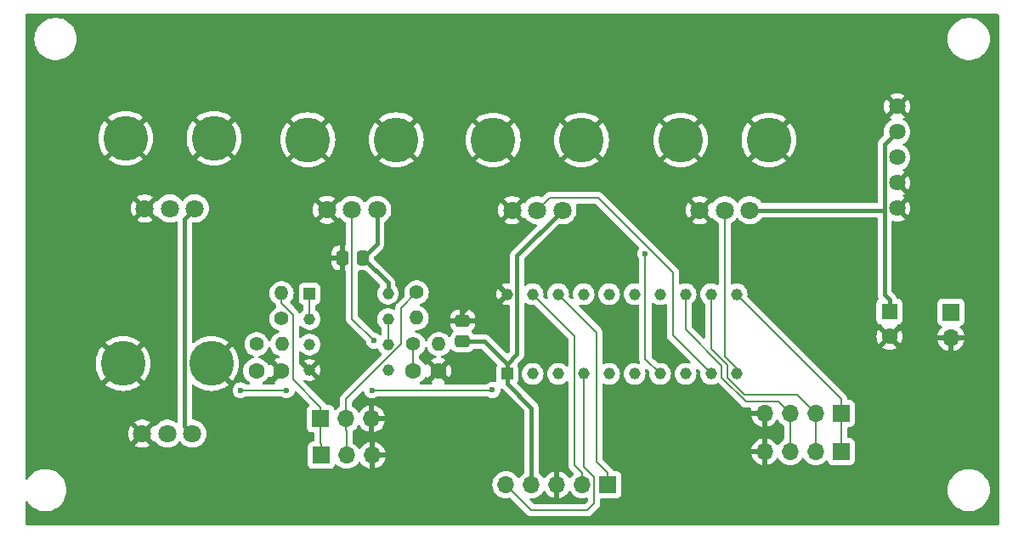
<source format=gbl>
%TF.GenerationSoftware,KiCad,Pcbnew,8.0.8*%
%TF.CreationDate,2025-06-29T12:39:58+09:00*%
%TF.ProjectId,EGSeparate,45475365-7061-4726-9174-652e6b696361,rev?*%
%TF.SameCoordinates,Original*%
%TF.FileFunction,Copper,L2,Bot*%
%TF.FilePolarity,Positive*%
%FSLAX46Y46*%
G04 Gerber Fmt 4.6, Leading zero omitted, Abs format (unit mm)*
G04 Created by KiCad (PCBNEW 8.0.8) date 2025-06-29 12:39:58*
%MOMM*%
%LPD*%
G01*
G04 APERTURE LIST*
G04 Aperture macros list*
%AMRoundRect*
0 Rectangle with rounded corners*
0 $1 Rounding radius*
0 $2 $3 $4 $5 $6 $7 $8 $9 X,Y pos of 4 corners*
0 Add a 4 corners polygon primitive as box body*
4,1,4,$2,$3,$4,$5,$6,$7,$8,$9,$2,$3,0*
0 Add four circle primitives for the rounded corners*
1,1,$1+$1,$2,$3*
1,1,$1+$1,$4,$5*
1,1,$1+$1,$6,$7*
1,1,$1+$1,$8,$9*
0 Add four rect primitives between the rounded corners*
20,1,$1+$1,$2,$3,$4,$5,0*
20,1,$1+$1,$4,$5,$6,$7,0*
20,1,$1+$1,$6,$7,$8,$9,0*
20,1,$1+$1,$8,$9,$2,$3,0*%
G04 Aperture macros list end*
%TA.AperFunction,ComponentPad*%
%ADD10C,1.800000*%
%TD*%
%TA.AperFunction,ComponentPad*%
%ADD11C,4.455000*%
%TD*%
%TA.AperFunction,ComponentPad*%
%ADD12R,1.159000X1.159000*%
%TD*%
%TA.AperFunction,ComponentPad*%
%ADD13C,1.159000*%
%TD*%
%TA.AperFunction,ComponentPad*%
%ADD14C,1.400000*%
%TD*%
%TA.AperFunction,ComponentPad*%
%ADD15O,1.400000X1.400000*%
%TD*%
%TA.AperFunction,ComponentPad*%
%ADD16R,1.600000X1.600000*%
%TD*%
%TA.AperFunction,ComponentPad*%
%ADD17C,1.600000*%
%TD*%
%TA.AperFunction,ComponentPad*%
%ADD18R,1.700000X1.700000*%
%TD*%
%TA.AperFunction,ComponentPad*%
%ADD19O,1.700000X1.700000*%
%TD*%
%TA.AperFunction,ComponentPad*%
%ADD20C,1.635000*%
%TD*%
%TA.AperFunction,SMDPad,CuDef*%
%ADD21RoundRect,0.250000X0.337500X0.475000X-0.337500X0.475000X-0.337500X-0.475000X0.337500X-0.475000X0*%
%TD*%
%TA.AperFunction,SMDPad,CuDef*%
%ADD22RoundRect,0.250000X0.475000X-0.337500X0.475000X0.337500X-0.475000X0.337500X-0.475000X-0.337500X0*%
%TD*%
%TA.AperFunction,ViaPad*%
%ADD23C,0.600000*%
%TD*%
%TA.AperFunction,Conductor*%
%ADD24C,0.200000*%
%TD*%
%TA.AperFunction,Conductor*%
%ADD25C,0.400000*%
%TD*%
G04 APERTURE END LIST*
D10*
%TO.P,VR5,1,CCW*%
%TO.N,GND*%
X82630000Y-71374000D03*
%TO.P,VR5,2,WIPER*%
%TO.N,AccLv*%
X85130000Y-71374000D03*
%TO.P,VR5,3,CW*%
%TO.N,+5VD*%
X87630000Y-71374000D03*
D11*
%TO.P,VR5,MH1,MH1*%
%TO.N,GND*%
X80730000Y-64374000D03*
%TO.P,VR5,MH2,MH2*%
X89530000Y-64374000D03*
%TD*%
D12*
%TO.P,IC2,1,VOUTA*%
%TO.N,Net-(IC2-VINA-)*%
X99314000Y-57404000D03*
D13*
%TO.P,IC2,2,VINA-*%
X99314000Y-59944000D03*
%TO.P,IC2,3,VINA+*%
%TO.N,Net-(IC2-VINA+)*%
X99314000Y-62484000D03*
%TO.P,IC2,4,VSS*%
%TO.N,GND*%
X99314000Y-65024000D03*
%TO.P,IC2,5,VINB+*%
%TO.N,Net-(IC2-VINB+)*%
X107124000Y-65024000D03*
%TO.P,IC2,6,VINB-*%
%TO.N,Net-(IC2-VINB-)*%
X107124000Y-62484000D03*
%TO.P,IC2,7,VOUTB*%
X107124000Y-59944000D03*
%TO.P,IC2,8,VDD*%
%TO.N,+5VD*%
X107124000Y-57404000D03*
%TD*%
D14*
%TO.P,R3,1*%
%TO.N,outFlt*%
X109985000Y-57284000D03*
D15*
%TO.P,R3,2*%
%TO.N,Net-(IC2-VINB-)*%
X109985000Y-59824000D03*
%TD*%
D10*
%TO.P,VR3,1,CCW*%
%TO.N,GND*%
X119505000Y-49080000D03*
%TO.P,VR3,2,WIPER*%
%TO.N,Sustain*%
X122005000Y-49080000D03*
%TO.P,VR3,3,CW*%
%TO.N,+5VD*%
X124505000Y-49080000D03*
D11*
%TO.P,VR3,MH1,MH1*%
%TO.N,GND*%
X117605000Y-42080000D03*
%TO.P,VR3,MH2,MH2*%
X126405000Y-42080000D03*
%TD*%
D16*
%TO.P,C3,1*%
%TO.N,+5VD*%
X157099000Y-59182000D03*
D17*
%TO.P,C3,2*%
%TO.N,GND*%
X157099000Y-61682000D03*
%TD*%
D18*
%TO.P,J6,1,Pin_1*%
%TO.N,outAmp*%
X100457000Y-73533000D03*
D19*
%TO.P,J6,2,Pin_2*%
%TO.N,outFlt*%
X102997000Y-73533000D03*
%TO.P,J6,3,Pin_3*%
%TO.N,GND*%
X105537000Y-73533000D03*
%TD*%
D14*
%TO.P,R1,1*%
%TO.N,PWM_outAmp*%
X94033000Y-62441000D03*
D15*
%TO.P,R1,2*%
%TO.N,Net-(IC2-VINA+)*%
X96573000Y-62441000D03*
%TD*%
D14*
%TO.P,R2,1*%
%TO.N,Net-(IC2-VINB+)*%
X109654000Y-62441000D03*
D15*
%TO.P,R2,2*%
%TO.N,PWM_outFlt*%
X112194000Y-62441000D03*
%TD*%
D10*
%TO.P,VR1,1,CCW*%
%TO.N,GND*%
X82889000Y-48910000D03*
%TO.P,VR1,2,WIPER*%
%TO.N,Attack*%
X85389000Y-48910000D03*
%TO.P,VR1,3,CW*%
%TO.N,+5VD*%
X87889000Y-48910000D03*
D11*
%TO.P,VR1,MH1,MH1*%
%TO.N,GND*%
X80989000Y-41910000D03*
%TO.P,VR1,MH2,MH2*%
X89789000Y-41910000D03*
%TD*%
D17*
%TO.P,C1,1*%
%TO.N,Net-(IC2-VINA+)*%
X94003000Y-65108000D03*
%TO.P,C1,2*%
%TO.N,GND*%
X96503000Y-65108000D03*
%TD*%
D18*
%TO.P,J5,1,Pin_1*%
%TO.N,outAmp*%
X100415000Y-69889000D03*
D19*
%TO.P,J5,2,Pin_2*%
%TO.N,outFlt*%
X102955000Y-69889000D03*
%TO.P,J5,3,Pin_3*%
%TO.N,GND*%
X105495000Y-69889000D03*
%TD*%
D18*
%TO.P,J1,1,Pin_1*%
%TO.N,ICSPCLK*%
X129032000Y-76454000D03*
D19*
%TO.P,J1,2,Pin_2*%
%TO.N,ICSPDT*%
X126492000Y-76454000D03*
%TO.P,J1,3,Pin_3*%
%TO.N,GND*%
X123952000Y-76454000D03*
%TO.P,J1,4,Pin_4*%
%TO.N,+5VD*%
X121412000Y-76454000D03*
%TO.P,J1,5,Pin_5*%
%TO.N,~MCLR*%
X118872000Y-76454000D03*
%TD*%
D20*
%TO.P,SW1,1,1*%
%TO.N,+5VD*%
X157861000Y-41275000D03*
%TO.P,SW1,2,2_Comm*%
%TO.N,AmpWave*%
X157861000Y-43815000D03*
%TO.P,SW1,3,3*%
%TO.N,GND*%
X157861000Y-46355000D03*
%TO.P,SW1,MH1,MH1*%
X157861000Y-38735000D03*
%TO.P,SW1,MH2,MH2*%
X157861000Y-48895000D03*
%TD*%
D10*
%TO.P,VR4,1,CCW*%
%TO.N,GND*%
X138174000Y-49080000D03*
%TO.P,VR4,2,WIPER*%
%TO.N,Release*%
X140674000Y-49080000D03*
%TO.P,VR4,3,CW*%
%TO.N,+5VD*%
X143174000Y-49080000D03*
D11*
%TO.P,VR4,MH1,MH1*%
%TO.N,GND*%
X136274000Y-42080000D03*
%TO.P,VR4,MH2,MH2*%
X145074000Y-42080000D03*
%TD*%
D14*
%TO.P,R4,1*%
%TO.N,Net-(IC2-VINA-)*%
X96523000Y-59901000D03*
D15*
%TO.P,R4,2*%
%TO.N,outAmp*%
X96523000Y-57361000D03*
%TD*%
D18*
%TO.P,J4,1,Pin_1*%
%TO.N,Gate*%
X152273000Y-73152000D03*
D19*
%TO.P,J4,2,Pin_2*%
%TO.N,accAmp*%
X149733000Y-73152000D03*
%TO.P,J4,3,Pin_3*%
%TO.N,accFlt*%
X147193000Y-73152000D03*
%TO.P,J4,4,Pin_4*%
%TO.N,GND*%
X144653000Y-73152000D03*
%TD*%
D10*
%TO.P,VR2,1,CCW*%
%TO.N,GND*%
X101045000Y-49052000D03*
%TO.P,VR2,2,WIPER*%
%TO.N,Decay*%
X103545000Y-49052000D03*
%TO.P,VR2,3,CW*%
%TO.N,+5VD*%
X106045000Y-49052000D03*
D11*
%TO.P,VR2,MH1,MH1*%
%TO.N,GND*%
X99145000Y-42052000D03*
%TO.P,VR2,MH2,MH2*%
X107945000Y-42052000D03*
%TD*%
D17*
%TO.P,C2,1*%
%TO.N,Net-(IC2-VINB+)*%
X109644000Y-65108000D03*
%TO.P,C2,2*%
%TO.N,GND*%
X112144000Y-65108000D03*
%TD*%
D12*
%TO.P,IC3,1,VDD*%
%TO.N,+5VD*%
X118999000Y-65405000D03*
D13*
%TO.P,IC3,2,RA5*%
%TO.N,PWM_outAmp*%
X121539000Y-65405000D03*
%TO.P,IC3,3,RA4*%
%TO.N,PWM_outFlt*%
X124079000Y-65405000D03*
%TO.P,IC3,4,~{MCLR}/VPP/RA3*%
%TO.N,~MCLR*%
X126619000Y-65405000D03*
%TO.P,IC3,5,RC5*%
%TO.N,unconnected-(IC3-RC5-Pad5)*%
X129159000Y-65405000D03*
%TO.P,IC3,6,RC4*%
%TO.N,AccLv*%
X131699000Y-65405000D03*
%TO.P,IC3,7,RC3*%
%TO.N,Attack*%
X134239000Y-65405000D03*
%TO.P,IC3,8,RC6*%
%TO.N,Decay*%
X136779000Y-65405000D03*
%TO.P,IC3,9,RC7*%
%TO.N,Sustain*%
X139319000Y-65405000D03*
%TO.P,IC3,10,RB7*%
%TO.N,Release*%
X141859000Y-65405000D03*
%TO.P,IC3,11,RB6*%
%TO.N,Gate*%
X141859000Y-57467000D03*
%TO.P,IC3,12,RB5*%
%TO.N,accAmp*%
X139319000Y-57467000D03*
%TO.P,IC3,13,RB4*%
%TO.N,accFlt*%
X136779000Y-57467000D03*
%TO.P,IC3,14,RC2*%
%TO.N,AmpWave*%
X134239000Y-57467000D03*
%TO.P,IC3,15,RC1*%
%TO.N,unconnected-(IC3-RC1-Pad15)*%
X131699000Y-57467000D03*
%TO.P,IC3,16,RC0*%
%TO.N,unconnected-(IC3-RC0-Pad16)*%
X129159000Y-57467000D03*
%TO.P,IC3,17,RA2*%
%TO.N,unconnected-(IC3-RA2-Pad17)*%
X126619000Y-57467000D03*
%TO.P,IC3,18,RA1/ICSPCLK*%
%TO.N,ICSPCLK*%
X124079000Y-57467000D03*
%TO.P,IC3,19,RA0/ICSPDAT*%
%TO.N,ICSPDT*%
X121539000Y-57467000D03*
%TO.P,IC3,20,VSS*%
%TO.N,GND*%
X118999000Y-57467000D03*
%TD*%
D18*
%TO.P,J2,1,Pin_1*%
%TO.N,+5VD*%
X163217200Y-59248000D03*
D19*
%TO.P,J2,2,Pin_2*%
%TO.N,GND*%
X163217200Y-61788000D03*
%TD*%
D18*
%TO.P,J7,1,Pin_1*%
%TO.N,Gate*%
X152263000Y-69342000D03*
D19*
%TO.P,J7,2,Pin_2*%
%TO.N,accAmp*%
X149723000Y-69342000D03*
%TO.P,J7,3,Pin_3*%
%TO.N,accFlt*%
X147183000Y-69342000D03*
%TO.P,J7,4,Pin_4*%
%TO.N,GND*%
X144643000Y-69342000D03*
%TD*%
D21*
%TO.P,C5,1*%
%TO.N,+5VD*%
X104637500Y-53848000D03*
%TO.P,C5,2*%
%TO.N,GND*%
X102562500Y-53848000D03*
%TD*%
D22*
%TO.P,C4,1*%
%TO.N,+5VD*%
X114554000Y-62187500D03*
%TO.P,C4,2*%
%TO.N,GND*%
X114554000Y-60112500D03*
%TD*%
D23*
%TO.N,GND*%
X102562000Y-52611000D03*
X115124000Y-58712000D03*
%TO.N,Attack*%
X132771000Y-53409600D03*
%TO.N,Decay*%
X105728000Y-62098200D03*
%TO.N,AccLv*%
X117531000Y-67000000D03*
X105537000Y-67056000D03*
X97028000Y-67056000D03*
X92456000Y-67056000D03*
%TD*%
D24*
%TO.N,Net-(IC2-VINA+)*%
X96573000Y-62441000D02*
X96573000Y-62538000D01*
D25*
%TO.N,GND*%
X115124000Y-58712000D02*
X114554000Y-59282400D01*
X102562000Y-52611000D02*
X102562000Y-53229500D01*
X102562000Y-53229500D02*
X102562000Y-53848000D01*
X102562000Y-53229500D02*
X102562500Y-53230000D01*
X114554000Y-59282400D02*
X114554000Y-60112500D01*
X102562500Y-53230000D02*
X102562500Y-53848000D01*
D24*
%TO.N,Net-(IC2-VINB+)*%
X109644000Y-62451000D02*
X109644000Y-65108000D01*
X109654000Y-62441000D02*
X109644000Y-62451000D01*
D25*
%TO.N,+5VD*%
X118999000Y-65405000D02*
X118999000Y-64423800D01*
X156605000Y-49080000D02*
X156605000Y-57486200D01*
X156605000Y-42531100D02*
X156605000Y-49080000D01*
X156605000Y-49080000D02*
X143174000Y-49080000D01*
X118999000Y-65405000D02*
X118999000Y-66386200D01*
X106045000Y-49052000D02*
X106045000Y-52440500D01*
X124505000Y-49080000D02*
X119980000Y-53604800D01*
X156605000Y-57486200D02*
X157099000Y-57980300D01*
X121412000Y-76454000D02*
X121412000Y-68799200D01*
X86865600Y-49933400D02*
X87889000Y-48910000D01*
X119980000Y-53604800D02*
X119980000Y-63442600D01*
X116763000Y-62187500D02*
X118999000Y-64423800D01*
X157099000Y-59182000D02*
X157099000Y-57980300D01*
X107124000Y-56334500D02*
X107124000Y-57404000D01*
X106045000Y-52440500D02*
X104638000Y-53848000D01*
X104637500Y-53848000D02*
X104638000Y-53848000D01*
X114554000Y-62187500D02*
X116763000Y-62187500D01*
X87630000Y-71374000D02*
X86865600Y-70609600D01*
X86865600Y-70609600D02*
X86865600Y-49933400D01*
X157861000Y-41275000D02*
X156605000Y-42531100D01*
X104638000Y-53848000D02*
X107124000Y-56334500D01*
X119980000Y-63442600D02*
X118999000Y-64423800D01*
X121412000Y-68799200D02*
X118999000Y-66386200D01*
D24*
%TO.N,Attack*%
X134239000Y-65405000D02*
X132771000Y-63937000D01*
X132771000Y-63937000D02*
X132771000Y-53409600D01*
%TO.N,ICSPDT*%
X125678000Y-74487900D02*
X125678000Y-61605600D01*
X126492000Y-75302300D02*
X125678000Y-74487900D01*
X126492000Y-76454000D02*
X126492000Y-75302300D01*
X125678000Y-61605600D02*
X121539000Y-57467000D01*
%TO.N,Decay*%
X103545000Y-59914700D02*
X103545000Y-49052000D01*
X105728000Y-62098200D02*
X103545000Y-59914700D01*
%TO.N,Sustain*%
X122005000Y-49080000D02*
X123211000Y-47874400D01*
X123211000Y-47874400D02*
X128109000Y-47874400D01*
X128109000Y-47874400D02*
X135509000Y-55274300D01*
X135509000Y-61595000D02*
X139319000Y-65405000D01*
X135509000Y-55274300D02*
X135509000Y-61595000D01*
%TO.N,~MCLR*%
X127644000Y-78356300D02*
X127000000Y-79000000D01*
X127644000Y-75705700D02*
X127644000Y-78356300D01*
X126619000Y-74681000D02*
X127644000Y-75705700D01*
X126619000Y-65405000D02*
X126619000Y-74681000D01*
X127000000Y-79000000D02*
X121418000Y-79000000D01*
X121418000Y-79000000D02*
X118872000Y-76454000D01*
%TO.N,ICSPCLK*%
X129032000Y-75302300D02*
X127880000Y-74150600D01*
X127880000Y-61268300D02*
X124079000Y-57467000D01*
X129032000Y-76454000D02*
X129032000Y-75302300D01*
X127880000Y-74150600D02*
X127880000Y-61268300D01*
%TO.N,Release*%
X141859000Y-64837100D02*
X140674000Y-63652100D01*
X141859000Y-65405000D02*
X141859000Y-64837100D01*
X140674000Y-63652100D02*
X140674000Y-49080000D01*
%TO.N,Gate*%
X141859000Y-57467000D02*
X152263000Y-67871000D01*
X152263000Y-70493700D02*
X152273000Y-70503700D01*
X152263000Y-67871000D02*
X152263000Y-69342000D01*
X152263000Y-69342000D02*
X152263000Y-70493700D01*
X152273000Y-70503700D02*
X152273000Y-73152000D01*
%TO.N,Net-(IC2-VINB-)*%
X107124000Y-62484000D02*
X107124000Y-59944000D01*
%TO.N,Net-(IC2-VINA-)*%
X99314000Y-57404000D02*
X99314000Y-59944000D01*
%TO.N,outAmp*%
X100457000Y-73533000D02*
X100457000Y-72381300D01*
X96523000Y-57361000D02*
X96523000Y-58362700D01*
X97647600Y-65969900D02*
X100415000Y-68737300D01*
X100415000Y-72339300D02*
X100415000Y-69889000D01*
X97647600Y-59487300D02*
X97647600Y-65969900D01*
X100415000Y-69889000D02*
X100415000Y-68737300D01*
X100457000Y-72381300D02*
X100415000Y-72339300D01*
X96523000Y-58362700D02*
X97647600Y-59487300D01*
%TO.N,outFlt*%
X102955000Y-69889000D02*
X102955000Y-71040700D01*
X108445000Y-62419900D02*
X108445000Y-58823800D01*
X102955000Y-69889000D02*
X102955000Y-67910100D01*
X102997000Y-73533000D02*
X102997000Y-71082700D01*
X108445000Y-58823800D02*
X109985000Y-57284000D01*
X102997000Y-71082700D02*
X102955000Y-71040700D01*
X102955000Y-67910100D02*
X108445000Y-62419900D01*
%TO.N,AccLv*%
X117531000Y-67000000D02*
X117475000Y-67056000D01*
X117475000Y-67056000D02*
X105537000Y-67056000D01*
X97028000Y-67056000D02*
X92456000Y-67056000D01*
%TO.N,accFlt*%
X146030000Y-68188800D02*
X142783000Y-68188800D01*
X147193000Y-70503700D02*
X147193000Y-73152000D01*
X140388000Y-64582700D02*
X136779000Y-60973500D01*
X140388000Y-65793900D02*
X140388000Y-64582700D01*
X147183000Y-69342000D02*
X147183000Y-70493700D01*
X147183000Y-69342000D02*
X146030000Y-68188800D01*
X136779000Y-60973500D02*
X136779000Y-57467000D01*
X142783000Y-68188800D02*
X140388000Y-65793900D01*
X147183000Y-70493700D02*
X147193000Y-70503700D01*
%TO.N,accAmp*%
X149723000Y-69342000D02*
X147884000Y-67503500D01*
X139319000Y-62878500D02*
X139319000Y-57467000D01*
X140978000Y-64537300D02*
X139319000Y-62878500D01*
X147884000Y-67503500D02*
X142666000Y-67503500D01*
X149723000Y-69342000D02*
X149723000Y-71990300D01*
X149723000Y-71990300D02*
X149733000Y-72000300D01*
X140978000Y-65815500D02*
X140978000Y-64537300D01*
X149733000Y-73152000D02*
X149733000Y-72000300D01*
X142666000Y-67503500D02*
X140978000Y-65815500D01*
%TD*%
%TA.AperFunction,Conductor*%
%TO.N,GND*%
G36*
X124202000Y-77784633D02*
G01*
X124415483Y-77727433D01*
X124415492Y-77727429D01*
X124629578Y-77627600D01*
X124823082Y-77492105D01*
X124990105Y-77325082D01*
X125120119Y-77139405D01*
X125174696Y-77095781D01*
X125244195Y-77088588D01*
X125306549Y-77120110D01*
X125323269Y-77139405D01*
X125453505Y-77325401D01*
X125620599Y-77492495D01*
X125717384Y-77560265D01*
X125814165Y-77628032D01*
X125814167Y-77628033D01*
X125814170Y-77628035D01*
X126028337Y-77727903D01*
X126256592Y-77789063D01*
X126444918Y-77805539D01*
X126491999Y-77809659D01*
X126492000Y-77809659D01*
X126492001Y-77809659D01*
X126531234Y-77806226D01*
X126727408Y-77789063D01*
X126881417Y-77747797D01*
X126887407Y-77746192D01*
X126957257Y-77747855D01*
X127015119Y-77787018D01*
X127042623Y-77851246D01*
X127043500Y-77865967D01*
X127043500Y-78056103D01*
X127023815Y-78123142D01*
X127007161Y-78143805D01*
X126787662Y-78363202D01*
X126726331Y-78396672D01*
X126700001Y-78399500D01*
X121718098Y-78399500D01*
X121651059Y-78379815D01*
X121630417Y-78363181D01*
X121285667Y-78018431D01*
X121252182Y-77957108D01*
X121257166Y-77887416D01*
X121299038Y-77831483D01*
X121364502Y-77807066D01*
X121384144Y-77807221D01*
X121412000Y-77809659D01*
X121647408Y-77789063D01*
X121875663Y-77727903D01*
X122089830Y-77628035D01*
X122283401Y-77492495D01*
X122450495Y-77325401D01*
X122580730Y-77139405D01*
X122635307Y-77095781D01*
X122704805Y-77088587D01*
X122767160Y-77120110D01*
X122783879Y-77139405D01*
X122913890Y-77325078D01*
X123080917Y-77492105D01*
X123274421Y-77627600D01*
X123488507Y-77727429D01*
X123488516Y-77727433D01*
X123702000Y-77784634D01*
X123702000Y-76887012D01*
X123759007Y-76919925D01*
X123886174Y-76954000D01*
X124017826Y-76954000D01*
X124144993Y-76919925D01*
X124202000Y-76887012D01*
X124202000Y-77784633D01*
G37*
%TD.AperFunction*%
%TA.AperFunction,Conductor*%
G36*
X120879909Y-58330265D02*
G01*
X120880792Y-58329097D01*
X120885367Y-58332552D01*
X121055536Y-58437916D01*
X121055542Y-58437919D01*
X121066495Y-58442162D01*
X121242178Y-58510222D01*
X121438923Y-58547000D01*
X121438925Y-58547000D01*
X121639074Y-58547000D01*
X121639077Y-58547000D01*
X121684989Y-58538417D01*
X121754502Y-58545448D01*
X121795448Y-58572618D01*
X125041178Y-61818034D01*
X125074665Y-61879353D01*
X125077500Y-61905717D01*
X125077500Y-64573003D01*
X125057815Y-64640042D01*
X125005011Y-64685797D01*
X124935853Y-64695741D01*
X124872297Y-64666716D01*
X124869962Y-64664640D01*
X124732634Y-64539449D01*
X124732632Y-64539447D01*
X124562463Y-64434083D01*
X124562457Y-64434080D01*
X124415362Y-64377096D01*
X124375822Y-64361778D01*
X124179077Y-64325000D01*
X123978923Y-64325000D01*
X123782178Y-64361778D01*
X123782175Y-64361778D01*
X123782175Y-64361779D01*
X123595542Y-64434080D01*
X123595536Y-64434083D01*
X123425367Y-64539447D01*
X123425365Y-64539449D01*
X123277452Y-64674289D01*
X123156833Y-64834014D01*
X123156828Y-64834022D01*
X123067616Y-65013184D01*
X123012840Y-65205704D01*
X122994373Y-65404999D01*
X122994373Y-65405000D01*
X123012840Y-65604295D01*
X123012840Y-65604297D01*
X123012841Y-65604300D01*
X123057350Y-65760734D01*
X123067616Y-65796815D01*
X123156828Y-65975977D01*
X123156833Y-65975985D01*
X123277452Y-66135710D01*
X123425365Y-66270550D01*
X123425367Y-66270552D01*
X123595536Y-66375916D01*
X123595542Y-66375919D01*
X123613849Y-66383011D01*
X123782178Y-66448222D01*
X123978923Y-66485000D01*
X123978925Y-66485000D01*
X124179075Y-66485000D01*
X124179077Y-66485000D01*
X124375822Y-66448222D01*
X124562460Y-66375918D01*
X124732634Y-66270551D01*
X124869964Y-66145357D01*
X124932765Y-66114742D01*
X125002152Y-66122939D01*
X125056093Y-66167349D01*
X125077461Y-66233871D01*
X125077500Y-66236996D01*
X125077500Y-74485756D01*
X125077480Y-74566813D01*
X125077498Y-74566952D01*
X125088830Y-74609245D01*
X125097450Y-74641416D01*
X125097453Y-74641442D01*
X125097457Y-74641442D01*
X125118369Y-74719561D01*
X125118414Y-74719670D01*
X125130468Y-74740547D01*
X125158078Y-74788369D01*
X125168773Y-74806903D01*
X125197390Y-74856499D01*
X125197421Y-74856539D01*
X125197480Y-74856616D01*
X125253626Y-74912762D01*
X125253641Y-74912790D01*
X125253648Y-74912784D01*
X125587155Y-75246455D01*
X125600739Y-75260045D01*
X125634209Y-75321377D01*
X125629207Y-75391067D01*
X125600717Y-75435386D01*
X125453508Y-75582594D01*
X125323269Y-75768595D01*
X125268692Y-75812219D01*
X125199193Y-75819412D01*
X125136839Y-75787890D01*
X125120119Y-75768594D01*
X124990113Y-75582926D01*
X124990108Y-75582920D01*
X124823082Y-75415894D01*
X124629578Y-75280399D01*
X124415492Y-75180570D01*
X124415486Y-75180567D01*
X124202000Y-75123364D01*
X124202000Y-76020988D01*
X124144993Y-75988075D01*
X124017826Y-75954000D01*
X123886174Y-75954000D01*
X123759007Y-75988075D01*
X123702000Y-76020988D01*
X123702000Y-75123364D01*
X123701999Y-75123364D01*
X123488513Y-75180567D01*
X123488507Y-75180570D01*
X123274422Y-75280399D01*
X123274420Y-75280400D01*
X123080926Y-75415886D01*
X123080920Y-75415891D01*
X122913891Y-75582920D01*
X122913890Y-75582922D01*
X122783880Y-75768595D01*
X122729303Y-75812219D01*
X122659804Y-75819412D01*
X122597450Y-75787890D01*
X122580730Y-75768594D01*
X122450494Y-75582597D01*
X122283404Y-75415508D01*
X122283402Y-75415506D01*
X122283401Y-75415505D01*
X122283396Y-75415501D01*
X122283393Y-75415499D01*
X122165376Y-75332861D01*
X122121751Y-75278284D01*
X122112500Y-75231287D01*
X122112500Y-68730204D01*
X122085581Y-68594877D01*
X122085580Y-68594876D01*
X122085580Y-68594872D01*
X122064885Y-68544909D01*
X122032778Y-68467395D01*
X122032771Y-68467382D01*
X121956115Y-68352659D01*
X121956114Y-68352658D01*
X121858542Y-68255086D01*
X120016071Y-66412614D01*
X119982586Y-66351291D01*
X119987570Y-66281599D01*
X120004482Y-66250626D01*
X120022296Y-66226831D01*
X120072591Y-66091983D01*
X120079000Y-66032373D01*
X120078999Y-65404999D01*
X120454373Y-65404999D01*
X120454373Y-65405000D01*
X120472840Y-65604295D01*
X120472840Y-65604297D01*
X120472841Y-65604300D01*
X120517350Y-65760734D01*
X120527616Y-65796815D01*
X120616828Y-65975977D01*
X120616833Y-65975985D01*
X120737452Y-66135710D01*
X120885365Y-66270550D01*
X120885367Y-66270552D01*
X121055536Y-66375916D01*
X121055542Y-66375919D01*
X121073849Y-66383011D01*
X121242178Y-66448222D01*
X121438923Y-66485000D01*
X121438925Y-66485000D01*
X121639075Y-66485000D01*
X121639077Y-66485000D01*
X121835822Y-66448222D01*
X122022460Y-66375918D01*
X122192634Y-66270551D01*
X122321401Y-66153164D01*
X122340547Y-66135710D01*
X122350192Y-66122939D01*
X122461168Y-65975983D01*
X122550385Y-65796812D01*
X122605159Y-65604300D01*
X122623627Y-65405000D01*
X122605159Y-65205700D01*
X122550385Y-65013188D01*
X122537500Y-64987311D01*
X122461171Y-64834022D01*
X122461166Y-64834014D01*
X122340547Y-64674289D01*
X122192634Y-64539449D01*
X122192632Y-64539447D01*
X122022463Y-64434083D01*
X122022457Y-64434080D01*
X121875362Y-64377096D01*
X121835822Y-64361778D01*
X121639077Y-64325000D01*
X121438923Y-64325000D01*
X121242178Y-64361778D01*
X121242175Y-64361778D01*
X121242175Y-64361779D01*
X121055542Y-64434080D01*
X121055536Y-64434083D01*
X120885367Y-64539447D01*
X120885365Y-64539449D01*
X120737452Y-64674289D01*
X120616833Y-64834014D01*
X120616828Y-64834022D01*
X120527616Y-65013184D01*
X120472840Y-65205704D01*
X120454373Y-65404999D01*
X120078999Y-65404999D01*
X120078999Y-64777628D01*
X120072591Y-64718017D01*
X120054848Y-64670446D01*
X120022297Y-64583171D01*
X120022295Y-64583168D01*
X120004439Y-64559315D01*
X119980022Y-64493850D01*
X119994874Y-64425577D01*
X120016013Y-64397334D01*
X120476456Y-63936800D01*
X120523553Y-63889702D01*
X120524129Y-63889138D01*
X120524397Y-63888729D01*
X120557872Y-63838620D01*
X120562847Y-63831173D01*
X120562848Y-63831170D01*
X120600775Y-63774411D01*
X120600777Y-63774405D01*
X120600779Y-63774403D01*
X120600804Y-63774356D01*
X120600804Y-63774354D01*
X120600809Y-63774348D01*
X120629437Y-63705215D01*
X120653195Y-63647855D01*
X120653600Y-63646908D01*
X120653601Y-63646904D01*
X120653765Y-63646034D01*
X120667377Y-63577563D01*
X120667377Y-63577562D01*
X120667379Y-63577562D01*
X120667379Y-63577552D01*
X120680500Y-63511593D01*
X120680500Y-63511589D01*
X120680507Y-63511521D01*
X120680500Y-63438077D01*
X120680500Y-58426624D01*
X120700185Y-58359585D01*
X120752989Y-58313830D01*
X120822147Y-58303886D01*
X120879909Y-58330265D01*
G37*
%TD.AperFunction*%
%TA.AperFunction,Conductor*%
G36*
X96103000Y-65160661D02*
G01*
X96130259Y-65262394D01*
X96182920Y-65353606D01*
X96257394Y-65428080D01*
X96348606Y-65480741D01*
X96450339Y-65508000D01*
X96456552Y-65508000D01*
X95777526Y-66187025D01*
X95838794Y-66229926D01*
X95882419Y-66284503D01*
X95889611Y-66354001D01*
X95858088Y-66416356D01*
X95797858Y-66451769D01*
X95767670Y-66455500D01*
X94739200Y-66455500D01*
X94672161Y-66435815D01*
X94626406Y-66383011D01*
X94616462Y-66313853D01*
X94645487Y-66250297D01*
X94668074Y-66229926D01*
X94842139Y-66108047D01*
X95003047Y-65947139D01*
X95133568Y-65760734D01*
X95140893Y-65745024D01*
X95187064Y-65692586D01*
X95254257Y-65673433D01*
X95321138Y-65693648D01*
X95365657Y-65745024D01*
X95372864Y-65760480D01*
X95423974Y-65833472D01*
X96103000Y-65154446D01*
X96103000Y-65160661D01*
G37*
%TD.AperFunction*%
%TA.AperFunction,Conductor*%
G36*
X111744000Y-65160661D02*
G01*
X111771259Y-65262394D01*
X111823920Y-65353606D01*
X111898394Y-65428080D01*
X111989606Y-65480741D01*
X112091339Y-65508000D01*
X112097553Y-65508000D01*
X111418526Y-66187025D01*
X111479794Y-66229926D01*
X111523419Y-66284503D01*
X111530611Y-66354001D01*
X111499088Y-66416356D01*
X111438858Y-66451769D01*
X111408670Y-66455500D01*
X110380200Y-66455500D01*
X110313161Y-66435815D01*
X110267406Y-66383011D01*
X110257462Y-66313853D01*
X110286487Y-66250297D01*
X110309074Y-66229926D01*
X110483139Y-66108047D01*
X110644047Y-65947139D01*
X110774568Y-65760734D01*
X110781893Y-65745024D01*
X110828064Y-65692586D01*
X110895257Y-65673433D01*
X110962138Y-65693648D01*
X111006657Y-65745024D01*
X111013864Y-65760480D01*
X111064974Y-65833472D01*
X111744000Y-65154446D01*
X111744000Y-65160661D01*
G37*
%TD.AperFunction*%
%TA.AperFunction,Conductor*%
G36*
X116488488Y-62907685D02*
G01*
X116509136Y-62924325D01*
X117981964Y-64397350D01*
X118015445Y-64458675D01*
X118010456Y-64528366D01*
X117993546Y-64559333D01*
X117975705Y-64583166D01*
X117975702Y-64583171D01*
X117925408Y-64718017D01*
X117921492Y-64754446D01*
X117919001Y-64777623D01*
X117919000Y-64777635D01*
X117919000Y-66032370D01*
X117919001Y-66032376D01*
X117926238Y-66099696D01*
X117923659Y-66099973D01*
X117920591Y-66157195D01*
X117879725Y-66213867D01*
X117814706Y-66239448D01*
X117762701Y-66232983D01*
X117710257Y-66214632D01*
X117710249Y-66214630D01*
X117531004Y-66194435D01*
X117530996Y-66194435D01*
X117351750Y-66214630D01*
X117351745Y-66214631D01*
X117181476Y-66274211D01*
X117028737Y-66370184D01*
X116979741Y-66419181D01*
X116918418Y-66452666D01*
X116892060Y-66455500D01*
X112879329Y-66455500D01*
X112812290Y-66435815D01*
X112766535Y-66383011D01*
X112756591Y-66313853D01*
X112785616Y-66250297D01*
X112808204Y-66229926D01*
X112869471Y-66187024D01*
X112190447Y-65508000D01*
X112196661Y-65508000D01*
X112298394Y-65480741D01*
X112389606Y-65428080D01*
X112464080Y-65353606D01*
X112516741Y-65262394D01*
X112544000Y-65160661D01*
X112544000Y-65154447D01*
X113223024Y-65833471D01*
X113274136Y-65760478D01*
X113370264Y-65554331D01*
X113370269Y-65554317D01*
X113429139Y-65334610D01*
X113429141Y-65334599D01*
X113448966Y-65108002D01*
X113448966Y-65107997D01*
X113429141Y-64881400D01*
X113429139Y-64881389D01*
X113370269Y-64661682D01*
X113370264Y-64661668D01*
X113274136Y-64455521D01*
X113274132Y-64455513D01*
X113223025Y-64382526D01*
X112544000Y-65061551D01*
X112544000Y-65055339D01*
X112516741Y-64953606D01*
X112464080Y-64862394D01*
X112389606Y-64787920D01*
X112298394Y-64735259D01*
X112196661Y-64708000D01*
X112190445Y-64708000D01*
X112869472Y-64028974D01*
X112796478Y-63977863D01*
X112590331Y-63881735D01*
X112590317Y-63881730D01*
X112472490Y-63850159D01*
X112412829Y-63813794D01*
X112382300Y-63750947D01*
X112390595Y-63681572D01*
X112435080Y-63627694D01*
X112481794Y-63608496D01*
X112523940Y-63600618D01*
X112731401Y-63520247D01*
X112920562Y-63403124D01*
X113084981Y-63253236D01*
X113219058Y-63075689D01*
X113261596Y-62990262D01*
X113309099Y-62939025D01*
X113376762Y-62921604D01*
X113443102Y-62943530D01*
X113478133Y-62980435D01*
X113486288Y-62993656D01*
X113610344Y-63117712D01*
X113759666Y-63209814D01*
X113926203Y-63264999D01*
X114028991Y-63275500D01*
X115079008Y-63275499D01*
X115079016Y-63275498D01*
X115079019Y-63275498D01*
X115135302Y-63269748D01*
X115181797Y-63264999D01*
X115348334Y-63209814D01*
X115497656Y-63117712D01*
X115621712Y-62993656D01*
X115650549Y-62946902D01*
X115702497Y-62900179D01*
X115756088Y-62888000D01*
X116421449Y-62888000D01*
X116488488Y-62907685D01*
G37*
%TD.AperFunction*%
%TA.AperFunction,Conductor*%
G36*
X95353562Y-62704083D02*
G01*
X95406749Y-62749393D01*
X95422266Y-62783372D01*
X95448769Y-62876523D01*
X95448775Y-62876538D01*
X95547938Y-63075683D01*
X95547943Y-63075691D01*
X95682020Y-63253238D01*
X95846437Y-63403123D01*
X95846439Y-63403125D01*
X96035595Y-63520245D01*
X96035597Y-63520246D01*
X96035599Y-63520247D01*
X96241802Y-63600130D01*
X96297202Y-63642702D01*
X96320793Y-63708468D01*
X96305082Y-63776549D01*
X96255058Y-63825328D01*
X96229101Y-63835531D01*
X96056680Y-63881731D01*
X96056673Y-63881734D01*
X95850516Y-63977866D01*
X95850512Y-63977868D01*
X95777526Y-64028973D01*
X95777526Y-64028974D01*
X96456553Y-64708000D01*
X96450339Y-64708000D01*
X96348606Y-64735259D01*
X96257394Y-64787920D01*
X96182920Y-64862394D01*
X96130259Y-64953606D01*
X96103000Y-65055339D01*
X96103000Y-65061552D01*
X95423974Y-64382526D01*
X95423973Y-64382526D01*
X95372868Y-64455512D01*
X95372867Y-64455514D01*
X95365656Y-64470979D01*
X95319482Y-64523417D01*
X95252288Y-64542567D01*
X95185407Y-64522350D01*
X95140893Y-64470976D01*
X95133568Y-64455266D01*
X95020152Y-64293289D01*
X95003045Y-64268858D01*
X94842141Y-64107954D01*
X94655734Y-63977432D01*
X94655732Y-63977431D01*
X94449497Y-63881261D01*
X94449488Y-63881258D01*
X94324409Y-63847744D01*
X94264748Y-63811379D01*
X94234219Y-63748532D01*
X94242514Y-63679157D01*
X94286999Y-63625279D01*
X94333713Y-63606081D01*
X94362940Y-63600618D01*
X94570401Y-63520247D01*
X94759562Y-63403124D01*
X94923981Y-63253236D01*
X95058058Y-63075689D01*
X95157229Y-62876528D01*
X95183734Y-62783371D01*
X95221013Y-62724278D01*
X95284323Y-62694721D01*
X95353562Y-62704083D01*
G37*
%TD.AperFunction*%
%TA.AperFunction,Conductor*%
G36*
X110974562Y-62704083D02*
G01*
X111027749Y-62749393D01*
X111043266Y-62783372D01*
X111069769Y-62876523D01*
X111069775Y-62876538D01*
X111168938Y-63075683D01*
X111168943Y-63075691D01*
X111303020Y-63253238D01*
X111467437Y-63403123D01*
X111467439Y-63403125D01*
X111656595Y-63520245D01*
X111656596Y-63520245D01*
X111656599Y-63520247D01*
X111864060Y-63600618D01*
X111864065Y-63600618D01*
X111869406Y-63602688D01*
X111868604Y-63604757D01*
X111919479Y-63636829D01*
X111949056Y-63700129D01*
X111939716Y-63769371D01*
X111894423Y-63822572D01*
X111858571Y-63838620D01*
X111697680Y-63881731D01*
X111697673Y-63881734D01*
X111491516Y-63977866D01*
X111491512Y-63977868D01*
X111418526Y-64028973D01*
X111418526Y-64028974D01*
X112097553Y-64708000D01*
X112091339Y-64708000D01*
X111989606Y-64735259D01*
X111898394Y-64787920D01*
X111823920Y-64862394D01*
X111771259Y-64953606D01*
X111744000Y-65055339D01*
X111744000Y-65061552D01*
X111064974Y-64382526D01*
X111064973Y-64382526D01*
X111013868Y-64455512D01*
X111013867Y-64455514D01*
X111006656Y-64470979D01*
X110960482Y-64523417D01*
X110893288Y-64542567D01*
X110826407Y-64522350D01*
X110781893Y-64470976D01*
X110774568Y-64455266D01*
X110661152Y-64293289D01*
X110644045Y-64268858D01*
X110483140Y-64107953D01*
X110297377Y-63977881D01*
X110253752Y-63923304D01*
X110244500Y-63876306D01*
X110244500Y-63556436D01*
X110264185Y-63489397D01*
X110303218Y-63451012D01*
X110380562Y-63403124D01*
X110544981Y-63253236D01*
X110679058Y-63075689D01*
X110778229Y-62876528D01*
X110804734Y-62783371D01*
X110842013Y-62724278D01*
X110905323Y-62694721D01*
X110974562Y-62704083D01*
G37*
%TD.AperFunction*%
%TA.AperFunction,Conductor*%
G36*
X167943039Y-29520185D02*
G01*
X167988794Y-29572989D01*
X168000000Y-29624500D01*
X168000000Y-80375500D01*
X167980315Y-80442539D01*
X167927511Y-80488294D01*
X167876000Y-80499500D01*
X71124000Y-80499500D01*
X71056961Y-80479815D01*
X71011206Y-80427011D01*
X71000000Y-80375500D01*
X71000000Y-78199735D01*
X71019685Y-78132696D01*
X71072489Y-78086941D01*
X71141647Y-78076997D01*
X71205203Y-78106022D01*
X71225300Y-78128222D01*
X71275780Y-78199735D01*
X71366812Y-78328700D01*
X71451923Y-78419831D01*
X71562947Y-78538708D01*
X71785853Y-78720055D01*
X71987735Y-78842823D01*
X72031382Y-78869365D01*
X72218237Y-78950526D01*
X72294942Y-78983844D01*
X72571642Y-79061371D01*
X72821920Y-79095771D01*
X72856321Y-79100500D01*
X72856322Y-79100500D01*
X73143679Y-79100500D01*
X73174370Y-79096281D01*
X73428358Y-79061371D01*
X73705058Y-78983844D01*
X73818015Y-78934779D01*
X73968617Y-78869365D01*
X73968620Y-78869363D01*
X73968625Y-78869361D01*
X74214147Y-78720055D01*
X74437053Y-78538708D01*
X74633189Y-78328698D01*
X74798901Y-78093936D01*
X74931104Y-77838797D01*
X75027334Y-77568032D01*
X75085798Y-77286686D01*
X75105408Y-77000000D01*
X75085798Y-76713314D01*
X75027334Y-76431968D01*
X74931105Y-76161206D01*
X74931106Y-76161206D01*
X74798901Y-75906064D01*
X74633187Y-75671299D01*
X74550341Y-75582594D01*
X74437053Y-75461292D01*
X74236742Y-75298327D01*
X74214146Y-75279944D01*
X73968617Y-75130634D01*
X73705063Y-75016158D01*
X73705061Y-75016157D01*
X73705058Y-75016156D01*
X73575578Y-74979877D01*
X73428364Y-74938630D01*
X73428359Y-74938629D01*
X73428358Y-74938629D01*
X73286018Y-74919064D01*
X73143679Y-74899500D01*
X73143678Y-74899500D01*
X72856322Y-74899500D01*
X72856321Y-74899500D01*
X72571642Y-74938629D01*
X72571635Y-74938630D01*
X72363861Y-74996845D01*
X72294942Y-75016156D01*
X72294939Y-75016156D01*
X72294936Y-75016158D01*
X72294935Y-75016158D01*
X72031382Y-75130634D01*
X71785853Y-75279944D01*
X71562950Y-75461289D01*
X71366812Y-75671299D01*
X71225305Y-75871772D01*
X71170563Y-75915190D01*
X71101038Y-75922119D01*
X71038803Y-75890361D01*
X71003618Y-75829997D01*
X71000000Y-75800264D01*
X71000000Y-71373994D01*
X81225202Y-71373994D01*
X81225202Y-71374005D01*
X81244361Y-71605218D01*
X81301317Y-71830135D01*
X81394516Y-72042609D01*
X81478811Y-72171633D01*
X82065387Y-71585058D01*
X82070889Y-71605591D01*
X82149881Y-71742408D01*
X82261592Y-71854119D01*
X82398409Y-71933111D01*
X82418940Y-71938612D01*
X81831201Y-72526351D01*
X81861649Y-72550050D01*
X82065697Y-72660476D01*
X82065706Y-72660479D01*
X82285139Y-72735811D01*
X82513993Y-72774000D01*
X82746007Y-72774000D01*
X82974860Y-72735811D01*
X83194293Y-72660479D01*
X83194301Y-72660476D01*
X83398355Y-72550047D01*
X83428797Y-72526351D01*
X83428798Y-72526350D01*
X82841060Y-71938612D01*
X82861591Y-71933111D01*
X82998408Y-71854119D01*
X83110119Y-71742408D01*
X83189111Y-71605591D01*
X83194612Y-71585059D01*
X83781186Y-72171634D01*
X83785969Y-72171138D01*
X83829037Y-72134381D01*
X83898269Y-72124957D01*
X83961605Y-72154458D01*
X83983510Y-72179738D01*
X84021016Y-72237147D01*
X84021019Y-72237151D01*
X84021021Y-72237153D01*
X84178216Y-72407913D01*
X84178219Y-72407915D01*
X84178222Y-72407918D01*
X84361365Y-72550464D01*
X84361371Y-72550468D01*
X84361374Y-72550470D01*
X84401308Y-72572081D01*
X84564652Y-72660479D01*
X84565497Y-72660936D01*
X84645809Y-72688507D01*
X84785015Y-72736297D01*
X84785017Y-72736297D01*
X84785019Y-72736298D01*
X85013951Y-72774500D01*
X85013952Y-72774500D01*
X85246048Y-72774500D01*
X85246049Y-72774500D01*
X85474981Y-72736298D01*
X85694503Y-72660936D01*
X85898626Y-72550470D01*
X85899170Y-72550047D01*
X86006390Y-72466594D01*
X86081784Y-72407913D01*
X86238979Y-72237153D01*
X86261708Y-72202364D01*
X86276191Y-72180196D01*
X86329337Y-72134839D01*
X86398569Y-72125415D01*
X86461904Y-72154917D01*
X86483809Y-72180196D01*
X86521016Y-72237147D01*
X86521019Y-72237151D01*
X86521021Y-72237153D01*
X86678216Y-72407913D01*
X86678219Y-72407915D01*
X86678222Y-72407918D01*
X86861365Y-72550464D01*
X86861371Y-72550468D01*
X86861374Y-72550470D01*
X86901308Y-72572081D01*
X87064652Y-72660479D01*
X87065497Y-72660936D01*
X87145809Y-72688507D01*
X87285015Y-72736297D01*
X87285017Y-72736297D01*
X87285019Y-72736298D01*
X87513951Y-72774500D01*
X87513952Y-72774500D01*
X87746048Y-72774500D01*
X87746049Y-72774500D01*
X87974981Y-72736298D01*
X88194503Y-72660936D01*
X88398626Y-72550470D01*
X88399170Y-72550047D01*
X88506390Y-72466594D01*
X88581784Y-72407913D01*
X88738979Y-72237153D01*
X88865924Y-72042849D01*
X88959157Y-71830300D01*
X89016134Y-71605305D01*
X89016135Y-71605297D01*
X89035300Y-71374006D01*
X89035300Y-71373993D01*
X89016135Y-71142702D01*
X89016133Y-71142691D01*
X88959157Y-70917699D01*
X88865924Y-70705151D01*
X88738983Y-70510852D01*
X88738980Y-70510849D01*
X88738979Y-70510847D01*
X88581784Y-70340087D01*
X88581779Y-70340083D01*
X88581777Y-70340081D01*
X88398634Y-70197535D01*
X88398628Y-70197531D01*
X88194504Y-70087064D01*
X88194495Y-70087061D01*
X87974984Y-70011702D01*
X87764554Y-69976588D01*
X87746049Y-69973500D01*
X87746048Y-69973500D01*
X87690100Y-69973500D01*
X87623061Y-69953815D01*
X87577306Y-69901011D01*
X87566100Y-69849500D01*
X87566100Y-66554938D01*
X87585785Y-66487899D01*
X87638589Y-66442144D01*
X87707747Y-66432200D01*
X87766573Y-66457327D01*
X87977763Y-66622785D01*
X88260153Y-66793495D01*
X88260155Y-66793497D01*
X88561049Y-66928918D01*
X88561064Y-66928924D01*
X88876065Y-67027081D01*
X89200640Y-67086562D01*
X89530000Y-67106484D01*
X89859359Y-67086562D01*
X90026151Y-67055996D01*
X91650435Y-67055996D01*
X91650435Y-67056003D01*
X91670630Y-67235249D01*
X91670631Y-67235254D01*
X91730211Y-67405523D01*
X91791012Y-67502286D01*
X91826184Y-67558262D01*
X91953738Y-67685816D01*
X92017353Y-67725788D01*
X92083342Y-67767252D01*
X92106478Y-67781789D01*
X92247252Y-67831048D01*
X92276745Y-67841368D01*
X92276750Y-67841369D01*
X92455996Y-67861565D01*
X92456000Y-67861565D01*
X92456004Y-67861565D01*
X92635249Y-67841369D01*
X92635252Y-67841368D01*
X92635255Y-67841368D01*
X92805522Y-67781789D01*
X92958262Y-67685816D01*
X92958267Y-67685810D01*
X92961097Y-67683555D01*
X92963275Y-67682665D01*
X92964158Y-67682111D01*
X92964255Y-67682265D01*
X93025783Y-67657145D01*
X93038412Y-67656500D01*
X96445588Y-67656500D01*
X96512627Y-67676185D01*
X96522903Y-67683555D01*
X96525736Y-67685814D01*
X96525738Y-67685816D01*
X96639270Y-67757152D01*
X96655342Y-67767252D01*
X96678478Y-67781789D01*
X96819252Y-67831048D01*
X96848745Y-67841368D01*
X96848750Y-67841369D01*
X97027996Y-67861565D01*
X97028000Y-67861565D01*
X97028004Y-67861565D01*
X97207249Y-67841369D01*
X97207252Y-67841368D01*
X97207255Y-67841368D01*
X97377522Y-67781789D01*
X97530262Y-67685816D01*
X97657816Y-67558262D01*
X97753789Y-67405522D01*
X97813083Y-67236068D01*
X97853805Y-67179293D01*
X97918757Y-67153545D01*
X97987319Y-67167001D01*
X98017806Y-67189342D01*
X99279240Y-68450776D01*
X99312725Y-68512099D01*
X99307741Y-68581791D01*
X99265870Y-68637723D01*
X99207455Y-68681452D01*
X99207452Y-68681455D01*
X99121206Y-68796664D01*
X99121202Y-68796671D01*
X99070908Y-68931517D01*
X99064501Y-68991116D01*
X99064500Y-68991135D01*
X99064500Y-70786870D01*
X99064501Y-70786876D01*
X99070908Y-70846483D01*
X99121202Y-70981328D01*
X99121206Y-70981335D01*
X99207452Y-71096544D01*
X99207455Y-71096547D01*
X99322664Y-71182793D01*
X99322671Y-71182797D01*
X99367618Y-71199561D01*
X99457517Y-71233091D01*
X99517127Y-71239500D01*
X99690500Y-71239499D01*
X99757539Y-71259183D01*
X99803294Y-71311987D01*
X99814500Y-71363499D01*
X99814500Y-72058500D01*
X99794815Y-72125539D01*
X99742011Y-72171294D01*
X99690501Y-72182500D01*
X99559130Y-72182500D01*
X99559123Y-72182501D01*
X99499516Y-72188908D01*
X99364671Y-72239202D01*
X99364664Y-72239206D01*
X99249455Y-72325452D01*
X99249452Y-72325455D01*
X99163206Y-72440664D01*
X99163202Y-72440671D01*
X99112908Y-72575517D01*
X99106501Y-72635116D01*
X99106500Y-72635135D01*
X99106500Y-74430870D01*
X99106501Y-74430876D01*
X99112908Y-74490483D01*
X99163202Y-74625328D01*
X99163206Y-74625335D01*
X99249452Y-74740544D01*
X99249455Y-74740547D01*
X99364664Y-74826793D01*
X99364671Y-74826797D01*
X99499517Y-74877091D01*
X99499516Y-74877091D01*
X99506444Y-74877835D01*
X99559127Y-74883500D01*
X101354872Y-74883499D01*
X101414483Y-74877091D01*
X101549331Y-74826796D01*
X101664546Y-74740546D01*
X101750796Y-74625331D01*
X101799810Y-74493916D01*
X101841681Y-74437984D01*
X101907145Y-74413566D01*
X101975418Y-74428417D01*
X102003673Y-74449569D01*
X102125599Y-74571495D01*
X102210752Y-74631120D01*
X102319165Y-74707032D01*
X102319167Y-74707033D01*
X102319170Y-74707035D01*
X102533337Y-74806903D01*
X102761592Y-74868063D01*
X102938034Y-74883500D01*
X102996999Y-74888659D01*
X102997000Y-74888659D01*
X102997001Y-74888659D01*
X103055966Y-74883500D01*
X103232408Y-74868063D01*
X103460663Y-74806903D01*
X103674830Y-74707035D01*
X103868401Y-74571495D01*
X104035495Y-74404401D01*
X104165730Y-74218405D01*
X104220307Y-74174781D01*
X104289805Y-74167587D01*
X104352160Y-74199110D01*
X104368879Y-74218405D01*
X104498890Y-74404078D01*
X104665917Y-74571105D01*
X104859421Y-74706600D01*
X105073507Y-74806429D01*
X105073516Y-74806433D01*
X105287000Y-74863634D01*
X105287000Y-73966012D01*
X105344007Y-73998925D01*
X105471174Y-74033000D01*
X105602826Y-74033000D01*
X105729993Y-73998925D01*
X105787000Y-73966012D01*
X105787000Y-74863633D01*
X106000483Y-74806433D01*
X106000492Y-74806429D01*
X106214578Y-74706600D01*
X106408082Y-74571105D01*
X106575105Y-74404082D01*
X106710600Y-74210578D01*
X106810429Y-73996492D01*
X106810432Y-73996486D01*
X106867636Y-73783000D01*
X105970012Y-73783000D01*
X106002925Y-73725993D01*
X106037000Y-73598826D01*
X106037000Y-73467174D01*
X106002925Y-73340007D01*
X105970012Y-73283000D01*
X106867636Y-73283000D01*
X106867635Y-73282999D01*
X106810432Y-73069513D01*
X106810429Y-73069507D01*
X106710600Y-72855422D01*
X106710599Y-72855420D01*
X106575113Y-72661926D01*
X106575108Y-72661920D01*
X106408082Y-72494894D01*
X106214578Y-72359399D01*
X106000492Y-72259570D01*
X106000486Y-72259567D01*
X105787000Y-72202364D01*
X105787000Y-73099988D01*
X105729993Y-73067075D01*
X105602826Y-73033000D01*
X105471174Y-73033000D01*
X105344007Y-73067075D01*
X105287000Y-73099988D01*
X105287000Y-72202364D01*
X105286999Y-72202364D01*
X105073513Y-72259567D01*
X105073507Y-72259570D01*
X104859422Y-72359399D01*
X104859420Y-72359400D01*
X104665926Y-72494886D01*
X104665920Y-72494891D01*
X104498891Y-72661920D01*
X104498890Y-72661922D01*
X104368880Y-72847595D01*
X104314303Y-72891219D01*
X104244804Y-72898412D01*
X104182450Y-72866890D01*
X104165730Y-72847594D01*
X104035494Y-72661597D01*
X103868402Y-72494506D01*
X103868395Y-72494501D01*
X103856097Y-72485890D01*
X103791518Y-72440671D01*
X103674831Y-72358965D01*
X103674826Y-72358962D01*
X103669091Y-72356288D01*
X103616653Y-72310113D01*
X103597500Y-72243908D01*
X103597500Y-71171759D01*
X103597501Y-71171746D01*
X103597501Y-71152323D01*
X103617186Y-71085284D01*
X103650378Y-71050748D01*
X103714867Y-71005592D01*
X103826401Y-70927495D01*
X103993495Y-70760401D01*
X104123730Y-70574405D01*
X104178307Y-70530781D01*
X104247805Y-70523587D01*
X104310160Y-70555110D01*
X104326879Y-70574405D01*
X104456890Y-70760078D01*
X104623917Y-70927105D01*
X104817421Y-71062600D01*
X105031507Y-71162429D01*
X105031516Y-71162433D01*
X105245000Y-71219634D01*
X105245000Y-70322012D01*
X105302007Y-70354925D01*
X105429174Y-70389000D01*
X105560826Y-70389000D01*
X105687993Y-70354925D01*
X105745000Y-70322012D01*
X105745000Y-71219633D01*
X105958483Y-71162433D01*
X105958492Y-71162429D01*
X106172578Y-71062600D01*
X106366082Y-70927105D01*
X106533105Y-70760082D01*
X106668600Y-70566578D01*
X106768429Y-70352492D01*
X106768432Y-70352486D01*
X106825636Y-70139000D01*
X105928012Y-70139000D01*
X105960925Y-70081993D01*
X105995000Y-69954826D01*
X105995000Y-69823174D01*
X105960925Y-69696007D01*
X105928012Y-69639000D01*
X106825636Y-69639000D01*
X106825635Y-69638999D01*
X106768432Y-69425513D01*
X106768429Y-69425507D01*
X106668600Y-69211422D01*
X106668599Y-69211420D01*
X106533113Y-69017926D01*
X106533108Y-69017920D01*
X106366082Y-68850894D01*
X106172578Y-68715399D01*
X105958492Y-68615570D01*
X105958486Y-68615567D01*
X105745000Y-68558364D01*
X105745000Y-69455988D01*
X105687993Y-69423075D01*
X105560826Y-69389000D01*
X105429174Y-69389000D01*
X105302007Y-69423075D01*
X105245000Y-69455988D01*
X105245000Y-68558364D01*
X105244999Y-68558364D01*
X105031513Y-68615567D01*
X105031507Y-68615570D01*
X104817422Y-68715399D01*
X104817420Y-68715400D01*
X104623926Y-68850886D01*
X104623920Y-68850891D01*
X104456891Y-69017920D01*
X104456890Y-69017922D01*
X104326880Y-69203595D01*
X104272303Y-69247219D01*
X104202804Y-69254412D01*
X104140450Y-69222890D01*
X104123730Y-69203594D01*
X103993494Y-69017597D01*
X103826402Y-68850506D01*
X103826395Y-68850501D01*
X103814254Y-68842000D01*
X103749518Y-68796671D01*
X103632831Y-68714965D01*
X103632826Y-68714962D01*
X103627091Y-68712288D01*
X103574653Y-68666113D01*
X103555500Y-68599908D01*
X103555500Y-68210190D01*
X103575185Y-68143151D01*
X103591814Y-68122513D01*
X104542329Y-67171963D01*
X104603649Y-67138479D01*
X104673340Y-67143462D01*
X104729275Y-67185333D01*
X104750899Y-67232048D01*
X104751629Y-67235247D01*
X104811211Y-67405523D01*
X104872012Y-67502286D01*
X104907184Y-67558262D01*
X105034738Y-67685816D01*
X105098353Y-67725788D01*
X105164342Y-67767252D01*
X105187478Y-67781789D01*
X105328252Y-67831048D01*
X105357745Y-67841368D01*
X105357750Y-67841369D01*
X105536996Y-67861565D01*
X105537000Y-67861565D01*
X105537004Y-67861565D01*
X105716249Y-67841369D01*
X105716252Y-67841368D01*
X105716255Y-67841368D01*
X105886522Y-67781789D01*
X106039262Y-67685816D01*
X106039267Y-67685810D01*
X106042097Y-67683555D01*
X106044275Y-67682665D01*
X106045158Y-67682111D01*
X106045255Y-67682265D01*
X106106783Y-67657145D01*
X106119412Y-67656500D01*
X117035481Y-67656500D01*
X117101453Y-67675506D01*
X117181477Y-67725789D01*
X117181481Y-67725790D01*
X117351737Y-67785366D01*
X117351743Y-67785367D01*
X117351745Y-67785368D01*
X117351746Y-67785368D01*
X117351750Y-67785369D01*
X117530996Y-67805565D01*
X117531000Y-67805565D01*
X117531004Y-67805565D01*
X117710249Y-67785369D01*
X117710252Y-67785368D01*
X117710255Y-67785368D01*
X117880522Y-67725789D01*
X118033262Y-67629816D01*
X118160816Y-67502262D01*
X118256789Y-67349522D01*
X118316368Y-67179255D01*
X118317190Y-67171965D01*
X118336654Y-66999211D01*
X118363720Y-66934797D01*
X118421315Y-66895242D01*
X118491152Y-66893104D01*
X118547555Y-66925413D01*
X120675181Y-69053037D01*
X120708666Y-69114360D01*
X120711500Y-69140718D01*
X120711500Y-75231288D01*
X120691815Y-75298327D01*
X120658624Y-75332863D01*
X120540594Y-75415508D01*
X120373505Y-75582597D01*
X120243575Y-75768158D01*
X120188998Y-75811783D01*
X120119500Y-75818977D01*
X120057145Y-75787454D01*
X120040425Y-75768158D01*
X119910494Y-75582597D01*
X119743402Y-75415506D01*
X119743395Y-75415501D01*
X119549834Y-75279967D01*
X119549830Y-75279965D01*
X119546225Y-75278284D01*
X119335663Y-75180097D01*
X119335659Y-75180096D01*
X119335655Y-75180094D01*
X119107413Y-75118938D01*
X119107403Y-75118936D01*
X118872001Y-75098341D01*
X118871999Y-75098341D01*
X118636596Y-75118936D01*
X118636586Y-75118938D01*
X118408344Y-75180094D01*
X118408335Y-75180098D01*
X118194171Y-75279964D01*
X118194169Y-75279965D01*
X118000597Y-75415505D01*
X117833505Y-75582597D01*
X117697965Y-75776169D01*
X117697964Y-75776171D01*
X117598098Y-75990335D01*
X117598094Y-75990344D01*
X117536938Y-76218586D01*
X117536936Y-76218596D01*
X117516341Y-76453999D01*
X117516341Y-76454000D01*
X117536936Y-76689403D01*
X117536938Y-76689413D01*
X117598094Y-76917655D01*
X117598096Y-76917659D01*
X117598097Y-76917663D01*
X117677801Y-77088588D01*
X117697965Y-77131830D01*
X117697967Y-77131834D01*
X117806281Y-77286521D01*
X117833505Y-77325401D01*
X118000599Y-77492495D01*
X118097384Y-77560265D01*
X118194165Y-77628032D01*
X118194167Y-77628033D01*
X118194170Y-77628035D01*
X118408337Y-77727903D01*
X118636592Y-77789063D01*
X118824918Y-77805539D01*
X118871999Y-77809659D01*
X118872000Y-77809659D01*
X118872001Y-77809659D01*
X118911234Y-77806226D01*
X119107408Y-77789063D01*
X119235757Y-77754672D01*
X119305606Y-77756335D01*
X119355530Y-77786765D01*
X121049284Y-79480520D01*
X121049286Y-79480521D01*
X121049290Y-79480524D01*
X121186209Y-79559573D01*
X121186216Y-79559577D01*
X121338943Y-79600501D01*
X121338945Y-79600501D01*
X121504654Y-79600501D01*
X121504670Y-79600500D01*
X126997723Y-79600500D01*
X127078907Y-79600519D01*
X127078907Y-79600518D01*
X127078917Y-79600519D01*
X127078927Y-79600516D01*
X127079045Y-79600500D01*
X127079057Y-79600500D01*
X127153930Y-79580437D01*
X127153961Y-79580437D01*
X127153959Y-79580430D01*
X127182407Y-79572813D01*
X127231654Y-79559631D01*
X127231661Y-79559626D01*
X127231737Y-79559596D01*
X127231775Y-79559579D01*
X127231784Y-79559577D01*
X127301315Y-79519433D01*
X127368604Y-79480605D01*
X127368608Y-79480600D01*
X127368623Y-79480592D01*
X127368700Y-79480533D01*
X127368709Y-79480523D01*
X127368716Y-79480520D01*
X127426560Y-79422674D01*
X127426584Y-79422661D01*
X127426579Y-79422656D01*
X128006476Y-78843027D01*
X128006712Y-78842823D01*
X128012713Y-78836821D01*
X128012716Y-78836820D01*
X128070751Y-78778784D01*
X128124433Y-78725128D01*
X128124435Y-78725123D01*
X128124445Y-78725114D01*
X128124511Y-78725029D01*
X128124516Y-78725019D01*
X128124520Y-78725016D01*
X128165546Y-78653954D01*
X128203522Y-78588215D01*
X128203523Y-78588208D01*
X128203539Y-78588182D01*
X128203569Y-78588110D01*
X128203575Y-78588087D01*
X128203577Y-78588084D01*
X128224053Y-78511659D01*
X128224070Y-78511632D01*
X128224062Y-78511630D01*
X128228643Y-78494547D01*
X128244482Y-78435498D01*
X128244482Y-78435487D01*
X128244498Y-78435360D01*
X128244500Y-78435357D01*
X128244500Y-78358577D01*
X128244519Y-78277383D01*
X128244518Y-78277380D01*
X128244520Y-78269447D01*
X128244500Y-78269127D01*
X128244500Y-77928499D01*
X128264185Y-77861460D01*
X128316989Y-77815705D01*
X128368500Y-77804499D01*
X129929871Y-77804499D01*
X129929872Y-77804499D01*
X129989483Y-77798091D01*
X130124331Y-77747796D01*
X130239546Y-77661546D01*
X130325796Y-77546331D01*
X130376091Y-77411483D01*
X130382500Y-77351873D01*
X130382500Y-77000000D01*
X162894592Y-77000000D01*
X162914201Y-77286680D01*
X162972666Y-77568034D01*
X162972667Y-77568037D01*
X163068894Y-77838793D01*
X163068893Y-77838793D01*
X163201098Y-78093935D01*
X163366812Y-78328700D01*
X163451923Y-78419831D01*
X163562947Y-78538708D01*
X163785853Y-78720055D01*
X163987735Y-78842823D01*
X164031382Y-78869365D01*
X164218237Y-78950526D01*
X164294942Y-78983844D01*
X164571642Y-79061371D01*
X164821920Y-79095771D01*
X164856321Y-79100500D01*
X164856322Y-79100500D01*
X165143679Y-79100500D01*
X165174370Y-79096281D01*
X165428358Y-79061371D01*
X165705058Y-78983844D01*
X165818015Y-78934779D01*
X165968617Y-78869365D01*
X165968620Y-78869363D01*
X165968625Y-78869361D01*
X166214147Y-78720055D01*
X166437053Y-78538708D01*
X166633189Y-78328698D01*
X166798901Y-78093936D01*
X166931104Y-77838797D01*
X167027334Y-77568032D01*
X167085798Y-77286686D01*
X167105408Y-77000000D01*
X167085798Y-76713314D01*
X167027334Y-76431968D01*
X166931105Y-76161206D01*
X166931106Y-76161206D01*
X166798901Y-75906064D01*
X166633187Y-75671299D01*
X166550341Y-75582594D01*
X166437053Y-75461292D01*
X166236742Y-75298327D01*
X166214146Y-75279944D01*
X165968617Y-75130634D01*
X165705063Y-75016158D01*
X165705061Y-75016157D01*
X165705058Y-75016156D01*
X165575578Y-74979877D01*
X165428364Y-74938630D01*
X165428359Y-74938629D01*
X165428358Y-74938629D01*
X165286018Y-74919064D01*
X165143679Y-74899500D01*
X165143678Y-74899500D01*
X164856322Y-74899500D01*
X164856321Y-74899500D01*
X164571642Y-74938629D01*
X164571635Y-74938630D01*
X164363861Y-74996845D01*
X164294942Y-75016156D01*
X164294939Y-75016156D01*
X164294936Y-75016158D01*
X164294935Y-75016158D01*
X164031382Y-75130634D01*
X163785853Y-75279944D01*
X163562950Y-75461289D01*
X163366812Y-75671299D01*
X163201098Y-75906064D01*
X163068894Y-76161206D01*
X162972667Y-76431962D01*
X162972666Y-76431965D01*
X162914201Y-76713319D01*
X162894592Y-77000000D01*
X130382500Y-77000000D01*
X130382499Y-75556128D01*
X130376091Y-75496517D01*
X130346019Y-75415891D01*
X130325797Y-75361671D01*
X130325793Y-75361664D01*
X130239547Y-75246455D01*
X130239544Y-75246452D01*
X130124335Y-75160206D01*
X130124328Y-75160202D01*
X129989482Y-75109908D01*
X129989483Y-75109908D01*
X129929883Y-75103501D01*
X129929881Y-75103500D01*
X129929873Y-75103500D01*
X129929865Y-75103500D01*
X129682219Y-75103500D01*
X129615180Y-75083815D01*
X129574840Y-75041515D01*
X129553659Y-75004840D01*
X129553651Y-75004825D01*
X129515433Y-74938630D01*
X129512520Y-74933584D01*
X129512515Y-74933579D01*
X129512472Y-74933522D01*
X129462435Y-74883498D01*
X129462435Y-74883497D01*
X129462423Y-74883487D01*
X129394832Y-74815896D01*
X129394687Y-74815769D01*
X128516830Y-73938139D01*
X128483337Y-73876820D01*
X128480500Y-73850446D01*
X128480500Y-66477776D01*
X128500185Y-66410737D01*
X128552989Y-66364982D01*
X128622147Y-66355038D01*
X128669779Y-66372351D01*
X128675534Y-66375914D01*
X128675542Y-66375919D01*
X128693849Y-66383011D01*
X128862178Y-66448222D01*
X129058923Y-66485000D01*
X129058925Y-66485000D01*
X129259075Y-66485000D01*
X129259077Y-66485000D01*
X129455822Y-66448222D01*
X129642460Y-66375918D01*
X129812634Y-66270551D01*
X129941401Y-66153164D01*
X129960547Y-66135710D01*
X129970192Y-66122939D01*
X130081168Y-65975983D01*
X130170385Y-65796812D01*
X130225159Y-65604300D01*
X130243627Y-65405000D01*
X130225159Y-65205700D01*
X130170385Y-65013188D01*
X130157500Y-64987311D01*
X130081171Y-64834022D01*
X130081166Y-64834014D01*
X129960547Y-64674289D01*
X129812634Y-64539449D01*
X129812632Y-64539447D01*
X129642463Y-64434083D01*
X129642457Y-64434080D01*
X129495362Y-64377096D01*
X129455822Y-64361778D01*
X129259077Y-64325000D01*
X129058923Y-64325000D01*
X128862178Y-64361778D01*
X128862175Y-64361778D01*
X128862175Y-64361779D01*
X128675543Y-64434080D01*
X128675540Y-64434082D01*
X128669774Y-64437651D01*
X128602416Y-64456205D01*
X128535717Y-64435397D01*
X128490856Y-64381831D01*
X128480500Y-64332223D01*
X128480500Y-61279617D01*
X128480500Y-61270389D01*
X128480504Y-61189266D01*
X128480501Y-61189256D01*
X128480500Y-61189246D01*
X128480500Y-61189243D01*
X128460468Y-61114481D01*
X128452996Y-61086592D01*
X128439583Y-61036526D01*
X128396119Y-60961244D01*
X128361183Y-60900728D01*
X128360586Y-60899665D01*
X128360542Y-60899606D01*
X128297223Y-60836287D01*
X128297220Y-60836283D01*
X128297220Y-60836284D01*
X126165101Y-58703997D01*
X126131620Y-58642673D01*
X126136607Y-58572982D01*
X126178480Y-58517050D01*
X126243946Y-58492636D01*
X126297580Y-58500692D01*
X126322178Y-58510222D01*
X126518923Y-58547000D01*
X126518925Y-58547000D01*
X126719075Y-58547000D01*
X126719077Y-58547000D01*
X126915822Y-58510222D01*
X127102460Y-58437918D01*
X127272634Y-58332551D01*
X127420549Y-58197708D01*
X127541168Y-58037983D01*
X127630385Y-57858812D01*
X127685159Y-57666300D01*
X127703627Y-57467000D01*
X127703627Y-57466999D01*
X128074373Y-57466999D01*
X128074373Y-57467000D01*
X128092840Y-57666295D01*
X128092840Y-57666297D01*
X128092841Y-57666300D01*
X128142755Y-57841730D01*
X128147616Y-57858815D01*
X128236828Y-58037977D01*
X128236833Y-58037985D01*
X128357452Y-58197710D01*
X128473922Y-58303886D01*
X128496760Y-58324706D01*
X128505365Y-58332550D01*
X128505367Y-58332552D01*
X128675536Y-58437916D01*
X128675542Y-58437919D01*
X128686495Y-58442162D01*
X128862178Y-58510222D01*
X129058923Y-58547000D01*
X129058925Y-58547000D01*
X129259075Y-58547000D01*
X129259077Y-58547000D01*
X129455822Y-58510222D01*
X129642460Y-58437918D01*
X129812634Y-58332551D01*
X129960549Y-58197708D01*
X130081168Y-58037983D01*
X130170385Y-57858812D01*
X130225159Y-57666300D01*
X130243627Y-57467000D01*
X130225159Y-57267700D01*
X130170385Y-57075188D01*
X130095835Y-56925472D01*
X130081171Y-56896022D01*
X130081166Y-56896014D01*
X129960547Y-56736289D01*
X129812634Y-56601449D01*
X129812632Y-56601447D01*
X129642463Y-56496083D01*
X129642457Y-56496080D01*
X129455827Y-56423780D01*
X129455822Y-56423778D01*
X129259077Y-56387000D01*
X129058923Y-56387000D01*
X128862178Y-56423778D01*
X128862175Y-56423778D01*
X128862175Y-56423779D01*
X128675542Y-56496080D01*
X128675536Y-56496083D01*
X128505367Y-56601447D01*
X128505365Y-56601449D01*
X128357452Y-56736289D01*
X128236833Y-56896014D01*
X128236828Y-56896022D01*
X128147616Y-57075184D01*
X128092840Y-57267704D01*
X128074373Y-57466999D01*
X127703627Y-57466999D01*
X127685159Y-57267700D01*
X127630385Y-57075188D01*
X127555835Y-56925472D01*
X127541171Y-56896022D01*
X127541166Y-56896014D01*
X127420547Y-56736289D01*
X127272634Y-56601449D01*
X127272632Y-56601447D01*
X127102463Y-56496083D01*
X127102457Y-56496080D01*
X126915827Y-56423780D01*
X126915822Y-56423778D01*
X126719077Y-56387000D01*
X126518923Y-56387000D01*
X126322178Y-56423778D01*
X126322175Y-56423778D01*
X126322175Y-56423779D01*
X126135542Y-56496080D01*
X126135536Y-56496083D01*
X125965367Y-56601447D01*
X125965365Y-56601449D01*
X125817452Y-56736289D01*
X125696833Y-56896014D01*
X125696828Y-56896022D01*
X125607616Y-57075184D01*
X125552840Y-57267704D01*
X125534373Y-57466999D01*
X125534373Y-57467000D01*
X125552840Y-57666295D01*
X125552840Y-57666297D01*
X125552841Y-57666300D01*
X125591340Y-57801610D01*
X125590752Y-57871478D01*
X125552485Y-57929936D01*
X125488688Y-57958426D01*
X125419615Y-57947901D01*
X125384388Y-57923222D01*
X125236990Y-57775813D01*
X125184815Y-57723633D01*
X125151334Y-57662311D01*
X125149030Y-57624521D01*
X125163627Y-57467000D01*
X125145159Y-57267700D01*
X125090385Y-57075188D01*
X125015835Y-56925472D01*
X125001171Y-56896022D01*
X125001166Y-56896014D01*
X124880547Y-56736289D01*
X124732634Y-56601449D01*
X124732632Y-56601447D01*
X124562463Y-56496083D01*
X124562457Y-56496080D01*
X124375827Y-56423780D01*
X124375822Y-56423778D01*
X124179077Y-56387000D01*
X123978923Y-56387000D01*
X123782178Y-56423778D01*
X123782175Y-56423778D01*
X123782175Y-56423779D01*
X123595542Y-56496080D01*
X123595536Y-56496083D01*
X123425367Y-56601447D01*
X123425365Y-56601449D01*
X123277452Y-56736289D01*
X123156833Y-56896014D01*
X123156828Y-56896022D01*
X123067616Y-57075184D01*
X123012840Y-57267704D01*
X122994373Y-57466999D01*
X122994373Y-57467000D01*
X123012840Y-57666297D01*
X123051279Y-57801398D01*
X123050691Y-57871265D01*
X123012424Y-57929723D01*
X122948626Y-57958213D01*
X122879554Y-57947688D01*
X122844335Y-57923016D01*
X122825226Y-57903909D01*
X122644833Y-57723533D01*
X122611346Y-57662213D01*
X122609040Y-57624413D01*
X122623627Y-57467000D01*
X122605159Y-57267700D01*
X122550385Y-57075188D01*
X122475835Y-56925472D01*
X122461171Y-56896022D01*
X122461166Y-56896014D01*
X122340547Y-56736289D01*
X122192634Y-56601449D01*
X122192632Y-56601447D01*
X122022463Y-56496083D01*
X122022457Y-56496080D01*
X121835827Y-56423780D01*
X121835822Y-56423778D01*
X121639077Y-56387000D01*
X121438923Y-56387000D01*
X121242178Y-56423778D01*
X121242175Y-56423778D01*
X121242175Y-56423779D01*
X121055542Y-56496080D01*
X121055536Y-56496083D01*
X120885367Y-56601447D01*
X120880792Y-56604903D01*
X120879494Y-56603184D01*
X120825201Y-56629635D01*
X120755816Y-56621418D01*
X120701888Y-56576994D01*
X120680539Y-56510466D01*
X120680500Y-56507375D01*
X120680500Y-53946329D01*
X120700185Y-53879290D01*
X120716818Y-53858649D01*
X124092004Y-50483609D01*
X124153327Y-50450127D01*
X124200092Y-50448985D01*
X124388951Y-50480500D01*
X124388952Y-50480500D01*
X124621048Y-50480500D01*
X124621049Y-50480500D01*
X124849981Y-50442298D01*
X125069503Y-50366936D01*
X125273626Y-50256470D01*
X125274170Y-50256047D01*
X125350707Y-50196476D01*
X125456784Y-50113913D01*
X125613979Y-49943153D01*
X125740924Y-49748849D01*
X125834157Y-49536300D01*
X125891134Y-49311305D01*
X125891135Y-49311297D01*
X125910300Y-49080006D01*
X125910300Y-49079993D01*
X125891135Y-48848702D01*
X125891134Y-48848699D01*
X125891134Y-48848695D01*
X125835585Y-48629339D01*
X125838210Y-48559520D01*
X125878166Y-48502203D01*
X125942767Y-48475586D01*
X125955791Y-48474900D01*
X127808905Y-48474900D01*
X127875944Y-48494585D01*
X127896583Y-48511215D01*
X132074066Y-52688641D01*
X132130077Y-52744651D01*
X132163562Y-52805974D01*
X132158578Y-52875666D01*
X132144225Y-52901024D01*
X132144889Y-52901442D01*
X132045211Y-53060076D01*
X131985631Y-53230345D01*
X131985630Y-53230350D01*
X131965435Y-53409596D01*
X131965435Y-53409603D01*
X131985630Y-53588849D01*
X131985631Y-53588854D01*
X132045211Y-53759123D01*
X132141185Y-53911863D01*
X132143445Y-53914697D01*
X132144334Y-53916875D01*
X132144889Y-53917758D01*
X132144734Y-53917855D01*
X132169855Y-53979383D01*
X132170500Y-53992012D01*
X132170500Y-56310430D01*
X132150815Y-56377469D01*
X132098011Y-56423224D01*
X132028853Y-56433168D01*
X132001711Y-56426058D01*
X131995830Y-56423780D01*
X131995824Y-56423778D01*
X131995822Y-56423778D01*
X131799077Y-56387000D01*
X131598923Y-56387000D01*
X131402178Y-56423778D01*
X131402175Y-56423778D01*
X131402175Y-56423779D01*
X131215542Y-56496080D01*
X131215536Y-56496083D01*
X131045367Y-56601447D01*
X131045365Y-56601449D01*
X130897452Y-56736289D01*
X130776833Y-56896014D01*
X130776828Y-56896022D01*
X130687616Y-57075184D01*
X130632840Y-57267704D01*
X130614373Y-57466999D01*
X130614373Y-57467000D01*
X130632840Y-57666295D01*
X130632840Y-57666297D01*
X130632841Y-57666300D01*
X130682755Y-57841730D01*
X130687616Y-57858815D01*
X130776828Y-58037977D01*
X130776833Y-58037985D01*
X130897452Y-58197710D01*
X131013922Y-58303886D01*
X131036760Y-58324706D01*
X131045365Y-58332550D01*
X131045367Y-58332552D01*
X131215536Y-58437916D01*
X131215542Y-58437919D01*
X131226495Y-58442162D01*
X131402178Y-58510222D01*
X131598923Y-58547000D01*
X131598925Y-58547000D01*
X131799075Y-58547000D01*
X131799077Y-58547000D01*
X131995822Y-58510222D01*
X132001705Y-58507942D01*
X132071325Y-58502078D01*
X132133066Y-58534786D01*
X132167323Y-58595681D01*
X132170500Y-58623568D01*
X132170500Y-63850330D01*
X132170499Y-63850348D01*
X132170499Y-64016054D01*
X132170498Y-64016054D01*
X132211423Y-64168786D01*
X132211424Y-64168787D01*
X132233774Y-64207499D01*
X132241121Y-64220224D01*
X132257595Y-64288124D01*
X132234743Y-64354151D01*
X132179823Y-64397342D01*
X132110269Y-64403984D01*
X132088942Y-64397852D01*
X131995826Y-64361779D01*
X131995823Y-64361778D01*
X131995822Y-64361778D01*
X131799077Y-64325000D01*
X131598923Y-64325000D01*
X131402178Y-64361778D01*
X131402175Y-64361778D01*
X131402175Y-64361779D01*
X131215542Y-64434080D01*
X131215536Y-64434083D01*
X131045367Y-64539447D01*
X131045365Y-64539449D01*
X130897452Y-64674289D01*
X130776833Y-64834014D01*
X130776828Y-64834022D01*
X130687616Y-65013184D01*
X130632840Y-65205704D01*
X130614373Y-65404999D01*
X130614373Y-65405000D01*
X130632840Y-65604295D01*
X130632840Y-65604297D01*
X130632841Y-65604300D01*
X130677350Y-65760734D01*
X130687616Y-65796815D01*
X130776828Y-65975977D01*
X130776833Y-65975985D01*
X130897452Y-66135710D01*
X131045365Y-66270550D01*
X131045367Y-66270552D01*
X131215536Y-66375916D01*
X131215542Y-66375919D01*
X131233849Y-66383011D01*
X131402178Y-66448222D01*
X131598923Y-66485000D01*
X131598925Y-66485000D01*
X131799075Y-66485000D01*
X131799077Y-66485000D01*
X131995822Y-66448222D01*
X132182460Y-66375918D01*
X132352634Y-66270551D01*
X132481401Y-66153164D01*
X132500547Y-66135710D01*
X132510192Y-66122939D01*
X132621168Y-65975983D01*
X132710385Y-65796812D01*
X132765159Y-65604300D01*
X132783627Y-65405000D01*
X132765159Y-65205700D01*
X132726687Y-65070484D01*
X132727275Y-65000617D01*
X132765542Y-64942159D01*
X132829339Y-64913669D01*
X132898412Y-64924194D01*
X132933632Y-64948868D01*
X133040103Y-65055339D01*
X133133174Y-65148410D01*
X133166659Y-65209733D01*
X133168964Y-65247532D01*
X133154373Y-65404998D01*
X133154373Y-65405000D01*
X133172840Y-65604295D01*
X133172840Y-65604297D01*
X133172841Y-65604300D01*
X133217350Y-65760734D01*
X133227616Y-65796815D01*
X133316828Y-65975977D01*
X133316833Y-65975985D01*
X133437452Y-66135710D01*
X133585365Y-66270550D01*
X133585367Y-66270552D01*
X133755536Y-66375916D01*
X133755542Y-66375919D01*
X133773849Y-66383011D01*
X133942178Y-66448222D01*
X134138923Y-66485000D01*
X134138925Y-66485000D01*
X134339075Y-66485000D01*
X134339077Y-66485000D01*
X134535822Y-66448222D01*
X134722460Y-66375918D01*
X134892634Y-66270551D01*
X135021401Y-66153164D01*
X135040547Y-66135710D01*
X135050192Y-66122939D01*
X135161168Y-65975983D01*
X135250385Y-65796812D01*
X135305159Y-65604300D01*
X135323627Y-65405000D01*
X135305159Y-65205700D01*
X135250385Y-65013188D01*
X135237500Y-64987311D01*
X135161171Y-64834022D01*
X135161166Y-64834014D01*
X135040547Y-64674289D01*
X134892634Y-64539449D01*
X134892632Y-64539447D01*
X134722463Y-64434083D01*
X134722457Y-64434080D01*
X134575362Y-64377096D01*
X134535822Y-64361778D01*
X134339077Y-64325000D01*
X134138923Y-64325000D01*
X134138921Y-64325000D01*
X134093063Y-64333572D01*
X134023548Y-64326540D01*
X133982599Y-64299364D01*
X133699292Y-64016057D01*
X133407819Y-63724583D01*
X133374334Y-63663260D01*
X133371500Y-63636902D01*
X133371500Y-58418419D01*
X133391185Y-58351380D01*
X133443989Y-58305625D01*
X133513147Y-58295681D01*
X133576703Y-58324706D01*
X133579041Y-58326785D01*
X133585365Y-58332550D01*
X133585367Y-58332552D01*
X133755536Y-58437916D01*
X133755542Y-58437919D01*
X133766495Y-58442162D01*
X133942178Y-58510222D01*
X134138923Y-58547000D01*
X134138925Y-58547000D01*
X134339075Y-58547000D01*
X134339077Y-58547000D01*
X134535822Y-58510222D01*
X134722460Y-58437918D01*
X134722464Y-58437915D01*
X134727586Y-58435365D01*
X134728574Y-58437350D01*
X134786561Y-58421366D01*
X134853264Y-58442162D01*
X134898135Y-58495719D01*
X134908500Y-58545349D01*
X134908500Y-61508330D01*
X134908499Y-61508348D01*
X134908499Y-61674054D01*
X134908498Y-61674054D01*
X134911335Y-61684642D01*
X134947791Y-61820695D01*
X134949424Y-61826787D01*
X134963114Y-61850498D01*
X134963115Y-61850500D01*
X135028477Y-61963712D01*
X135028481Y-61963717D01*
X135147349Y-62082585D01*
X135147355Y-62082590D01*
X137232680Y-64167916D01*
X137266165Y-64229239D01*
X137261181Y-64298931D01*
X137219309Y-64354864D01*
X137153845Y-64379281D01*
X137100205Y-64371224D01*
X137097210Y-64370064D01*
X137075822Y-64361778D01*
X136879077Y-64325000D01*
X136678923Y-64325000D01*
X136482178Y-64361778D01*
X136482175Y-64361778D01*
X136482175Y-64361779D01*
X136295542Y-64434080D01*
X136295536Y-64434083D01*
X136125367Y-64539447D01*
X136125365Y-64539449D01*
X135977452Y-64674289D01*
X135856833Y-64834014D01*
X135856828Y-64834022D01*
X135767616Y-65013184D01*
X135712840Y-65205704D01*
X135694373Y-65404999D01*
X135694373Y-65405000D01*
X135712840Y-65604295D01*
X135712840Y-65604297D01*
X135712841Y-65604300D01*
X135757350Y-65760734D01*
X135767616Y-65796815D01*
X135856828Y-65975977D01*
X135856833Y-65975985D01*
X135977452Y-66135710D01*
X136125365Y-66270550D01*
X136125367Y-66270552D01*
X136295536Y-66375916D01*
X136295542Y-66375919D01*
X136313849Y-66383011D01*
X136482178Y-66448222D01*
X136678923Y-66485000D01*
X136678925Y-66485000D01*
X136879075Y-66485000D01*
X136879077Y-66485000D01*
X137075822Y-66448222D01*
X137262460Y-66375918D01*
X137432634Y-66270551D01*
X137561401Y-66153164D01*
X137580547Y-66135710D01*
X137590192Y-66122939D01*
X137701168Y-65975983D01*
X137790385Y-65796812D01*
X137845159Y-65604300D01*
X137863627Y-65405000D01*
X137845159Y-65205700D01*
X137806687Y-65070484D01*
X137807275Y-65000619D01*
X137845542Y-64942160D01*
X137909339Y-64913670D01*
X137978412Y-64924194D01*
X138013635Y-64948871D01*
X138213174Y-65148410D01*
X138246659Y-65209733D01*
X138248964Y-65247532D01*
X138234373Y-65404998D01*
X138234373Y-65405000D01*
X138252840Y-65604295D01*
X138252840Y-65604297D01*
X138252841Y-65604300D01*
X138297350Y-65760734D01*
X138307616Y-65796815D01*
X138396828Y-65975977D01*
X138396833Y-65975985D01*
X138517452Y-66135710D01*
X138665365Y-66270550D01*
X138665367Y-66270552D01*
X138835536Y-66375916D01*
X138835542Y-66375919D01*
X138853849Y-66383011D01*
X139022178Y-66448222D01*
X139218923Y-66485000D01*
X139218925Y-66485000D01*
X139419075Y-66485000D01*
X139419077Y-66485000D01*
X139615822Y-66448222D01*
X139802460Y-66375918D01*
X139915552Y-66305894D01*
X139982910Y-66287338D01*
X140049610Y-66308146D01*
X140068507Y-66323638D01*
X141603848Y-67858915D01*
X142339835Y-68594871D01*
X142414284Y-68669320D01*
X142414286Y-68669321D01*
X142414290Y-68669324D01*
X142414292Y-68669325D01*
X142414294Y-68669327D01*
X142474730Y-68704218D01*
X142551218Y-68748379D01*
X142551275Y-68748402D01*
X142552103Y-68748616D01*
X142647153Y-68774083D01*
X142703111Y-68789077D01*
X142703899Y-68789295D01*
X142703945Y-68789301D01*
X142703951Y-68789300D01*
X142703955Y-68789302D01*
X142809365Y-68789300D01*
X143231872Y-68789300D01*
X143298911Y-68808985D01*
X143344666Y-68861789D01*
X143354610Y-68930947D01*
X143351647Y-68945394D01*
X143312364Y-69091999D01*
X143312364Y-69092000D01*
X144209988Y-69092000D01*
X144177075Y-69149007D01*
X144143000Y-69276174D01*
X144143000Y-69407826D01*
X144177075Y-69534993D01*
X144209988Y-69592000D01*
X143312364Y-69592000D01*
X143369567Y-69805486D01*
X143369570Y-69805492D01*
X143469399Y-70019578D01*
X143604894Y-70213082D01*
X143771917Y-70380105D01*
X143965421Y-70515600D01*
X144179507Y-70615429D01*
X144179516Y-70615433D01*
X144393000Y-70672634D01*
X144393000Y-69775012D01*
X144450007Y-69807925D01*
X144577174Y-69842000D01*
X144708826Y-69842000D01*
X144835993Y-69807925D01*
X144893000Y-69775012D01*
X144893000Y-70672633D01*
X145106483Y-70615433D01*
X145106492Y-70615429D01*
X145320578Y-70515600D01*
X145514082Y-70380105D01*
X145681105Y-70213082D01*
X145811119Y-70027405D01*
X145865696Y-69983781D01*
X145935195Y-69976588D01*
X145997549Y-70008110D01*
X146014269Y-70027405D01*
X146144505Y-70213401D01*
X146311599Y-70380495D01*
X146408384Y-70448265D01*
X146505165Y-70516032D01*
X146505167Y-70516033D01*
X146505170Y-70516035D01*
X146510894Y-70518704D01*
X146520904Y-70523372D01*
X146573344Y-70569544D01*
X146592500Y-70635754D01*
X146592500Y-71862908D01*
X146572815Y-71929947D01*
X146520914Y-71975286D01*
X146515173Y-71977963D01*
X146515169Y-71977965D01*
X146321597Y-72113505D01*
X146154508Y-72280594D01*
X146024269Y-72466595D01*
X145969692Y-72510219D01*
X145900193Y-72517412D01*
X145837839Y-72485890D01*
X145821119Y-72466594D01*
X145691113Y-72280926D01*
X145691108Y-72280920D01*
X145524082Y-72113894D01*
X145330578Y-71978399D01*
X145116492Y-71878570D01*
X145116486Y-71878567D01*
X144903000Y-71821364D01*
X144903000Y-72718988D01*
X144845993Y-72686075D01*
X144718826Y-72652000D01*
X144587174Y-72652000D01*
X144460007Y-72686075D01*
X144403000Y-72718988D01*
X144403000Y-71821364D01*
X144402999Y-71821364D01*
X144189513Y-71878567D01*
X144189507Y-71878570D01*
X143975422Y-71978399D01*
X143975420Y-71978400D01*
X143781926Y-72113886D01*
X143781920Y-72113891D01*
X143614891Y-72280920D01*
X143614886Y-72280926D01*
X143479400Y-72474420D01*
X143479399Y-72474422D01*
X143379570Y-72688507D01*
X143379567Y-72688513D01*
X143322364Y-72901999D01*
X143322364Y-72902000D01*
X144219988Y-72902000D01*
X144187075Y-72959007D01*
X144153000Y-73086174D01*
X144153000Y-73217826D01*
X144187075Y-73344993D01*
X144219988Y-73402000D01*
X143322364Y-73402000D01*
X143379567Y-73615486D01*
X143379570Y-73615492D01*
X143479399Y-73829578D01*
X143614894Y-74023082D01*
X143781917Y-74190105D01*
X143975421Y-74325600D01*
X144189507Y-74425429D01*
X144189516Y-74425433D01*
X144403000Y-74482634D01*
X144403000Y-73585012D01*
X144460007Y-73617925D01*
X144587174Y-73652000D01*
X144718826Y-73652000D01*
X144845993Y-73617925D01*
X144903000Y-73585012D01*
X144903000Y-74482633D01*
X145116483Y-74425433D01*
X145116492Y-74425429D01*
X145330578Y-74325600D01*
X145524082Y-74190105D01*
X145691105Y-74023082D01*
X145821119Y-73837405D01*
X145875696Y-73793781D01*
X145945195Y-73786588D01*
X146007549Y-73818110D01*
X146024269Y-73837405D01*
X146154505Y-74023401D01*
X146321599Y-74190495D01*
X146418384Y-74258265D01*
X146515165Y-74326032D01*
X146515167Y-74326033D01*
X146515170Y-74326035D01*
X146729337Y-74425903D01*
X146729343Y-74425904D01*
X146729344Y-74425905D01*
X146774424Y-74437984D01*
X146957592Y-74487063D01*
X147134034Y-74502500D01*
X147192999Y-74507659D01*
X147193000Y-74507659D01*
X147193001Y-74507659D01*
X147251966Y-74502500D01*
X147428408Y-74487063D01*
X147656663Y-74425903D01*
X147870830Y-74326035D01*
X148064401Y-74190495D01*
X148231495Y-74023401D01*
X148361425Y-73837842D01*
X148416002Y-73794217D01*
X148485500Y-73787023D01*
X148547855Y-73818546D01*
X148564575Y-73837842D01*
X148694281Y-74023082D01*
X148694505Y-74023401D01*
X148861599Y-74190495D01*
X148958384Y-74258265D01*
X149055165Y-74326032D01*
X149055167Y-74326033D01*
X149055170Y-74326035D01*
X149269337Y-74425903D01*
X149269343Y-74425904D01*
X149269344Y-74425905D01*
X149314424Y-74437984D01*
X149497592Y-74487063D01*
X149674034Y-74502500D01*
X149732999Y-74507659D01*
X149733000Y-74507659D01*
X149733001Y-74507659D01*
X149791966Y-74502500D01*
X149968408Y-74487063D01*
X150196663Y-74425903D01*
X150410830Y-74326035D01*
X150604401Y-74190495D01*
X150726329Y-74068566D01*
X150787648Y-74035084D01*
X150857340Y-74040068D01*
X150913274Y-74081939D01*
X150930189Y-74112917D01*
X150979202Y-74244328D01*
X150979206Y-74244335D01*
X151065452Y-74359544D01*
X151065455Y-74359547D01*
X151180664Y-74445793D01*
X151180671Y-74445797D01*
X151315517Y-74496091D01*
X151315516Y-74496091D01*
X151322444Y-74496835D01*
X151375127Y-74502500D01*
X153170872Y-74502499D01*
X153230483Y-74496091D01*
X153365331Y-74445796D01*
X153480546Y-74359546D01*
X153566796Y-74244331D01*
X153617091Y-74109483D01*
X153623500Y-74049873D01*
X153623499Y-72254128D01*
X153617091Y-72194517D01*
X153615810Y-72191083D01*
X153566797Y-72059671D01*
X153566793Y-72059664D01*
X153480547Y-71944455D01*
X153480544Y-71944452D01*
X153365335Y-71858206D01*
X153365328Y-71858202D01*
X153230482Y-71807908D01*
X153230483Y-71807908D01*
X153170883Y-71801501D01*
X153170881Y-71801500D01*
X153170873Y-71801500D01*
X153170865Y-71801500D01*
X152997500Y-71801500D01*
X152930461Y-71781815D01*
X152884706Y-71729011D01*
X152873500Y-71677500D01*
X152873500Y-70816499D01*
X152893185Y-70749460D01*
X152945989Y-70703705D01*
X152997500Y-70692499D01*
X153160871Y-70692499D01*
X153160872Y-70692499D01*
X153220483Y-70686091D01*
X153355331Y-70635796D01*
X153470546Y-70549546D01*
X153556796Y-70434331D01*
X153607091Y-70299483D01*
X153613500Y-70239873D01*
X153613499Y-68444128D01*
X153607091Y-68384517D01*
X153605810Y-68381083D01*
X153556797Y-68249671D01*
X153556793Y-68249664D01*
X153470547Y-68134455D01*
X153470544Y-68134452D01*
X153355335Y-68048206D01*
X153355328Y-68048202D01*
X153220482Y-67997908D01*
X153220483Y-67997908D01*
X153160883Y-67991501D01*
X153160881Y-67991500D01*
X153160873Y-67991500D01*
X153160865Y-67991500D01*
X152987501Y-67991500D01*
X152920462Y-67971815D01*
X152874707Y-67919011D01*
X152863501Y-67867500D01*
X152863501Y-67791945D01*
X152863501Y-67791943D01*
X152822577Y-67639215D01*
X152793177Y-67588293D01*
X152743520Y-67502284D01*
X152631716Y-67390480D01*
X152631715Y-67390479D01*
X152627385Y-67386149D01*
X152627374Y-67386139D01*
X142964825Y-57723590D01*
X142931340Y-57662267D01*
X142929035Y-57624467D01*
X142929689Y-57617418D01*
X142943627Y-57467000D01*
X142925159Y-57267700D01*
X142870385Y-57075188D01*
X142795835Y-56925472D01*
X142781171Y-56896022D01*
X142781166Y-56896014D01*
X142660547Y-56736289D01*
X142512634Y-56601449D01*
X142512632Y-56601447D01*
X142342463Y-56496083D01*
X142342457Y-56496080D01*
X142155827Y-56423780D01*
X142155822Y-56423778D01*
X141959077Y-56387000D01*
X141758923Y-56387000D01*
X141610458Y-56414752D01*
X141562172Y-56423779D01*
X141443293Y-56469833D01*
X141373670Y-56475695D01*
X141311930Y-56442984D01*
X141277675Y-56382088D01*
X141274500Y-56354206D01*
X141274500Y-50421343D01*
X141294185Y-50354304D01*
X141339483Y-50312288D01*
X141344459Y-50309595D01*
X141442626Y-50256470D01*
X141443170Y-50256047D01*
X141519707Y-50196476D01*
X141625784Y-50113913D01*
X141782979Y-49943153D01*
X141820191Y-49886196D01*
X141873337Y-49840839D01*
X141942569Y-49831415D01*
X142005904Y-49860917D01*
X142027809Y-49886196D01*
X142065016Y-49943147D01*
X142065019Y-49943151D01*
X142065021Y-49943153D01*
X142222216Y-50113913D01*
X142222219Y-50113915D01*
X142222222Y-50113918D01*
X142405365Y-50256464D01*
X142405371Y-50256468D01*
X142405374Y-50256470D01*
X142521760Y-50319455D01*
X142608652Y-50366479D01*
X142609497Y-50366936D01*
X142686418Y-50393343D01*
X142829015Y-50442297D01*
X142829017Y-50442297D01*
X142829019Y-50442298D01*
X143057951Y-50480500D01*
X143057952Y-50480500D01*
X143290048Y-50480500D01*
X143290049Y-50480500D01*
X143518981Y-50442298D01*
X143738503Y-50366936D01*
X143942626Y-50256470D01*
X143943170Y-50256047D01*
X144019707Y-50196476D01*
X144125784Y-50113913D01*
X144282979Y-49943153D01*
X144320490Y-49885738D01*
X144352542Y-49836679D01*
X144405688Y-49791322D01*
X144456351Y-49780500D01*
X155780500Y-49780500D01*
X155847539Y-49800185D01*
X155893294Y-49852989D01*
X155904500Y-49904500D01*
X155904500Y-57486142D01*
X155904492Y-57555121D01*
X155904499Y-57555195D01*
X155917429Y-57620194D01*
X155917430Y-57620206D01*
X155917432Y-57620206D01*
X155917432Y-57620207D01*
X155922561Y-57646004D01*
X155931401Y-57690471D01*
X155931416Y-57690520D01*
X155945133Y-57723635D01*
X155958286Y-57755389D01*
X155984192Y-57817948D01*
X155984194Y-57817951D01*
X155984197Y-57817958D01*
X155984228Y-57818016D01*
X155996615Y-57836555D01*
X156017493Y-57903233D01*
X155999009Y-57970613D01*
X155967826Y-58004711D01*
X155941454Y-58024453D01*
X155941452Y-58024455D01*
X155855206Y-58139664D01*
X155855202Y-58139671D01*
X155804908Y-58274517D01*
X155798669Y-58332551D01*
X155798501Y-58334123D01*
X155798500Y-58334135D01*
X155798500Y-60029870D01*
X155798501Y-60029876D01*
X155804908Y-60089483D01*
X155855202Y-60224328D01*
X155855206Y-60224335D01*
X155941452Y-60339544D01*
X155941455Y-60339547D01*
X156056664Y-60425793D01*
X156056671Y-60425797D01*
X156101618Y-60442561D01*
X156191517Y-60476091D01*
X156251127Y-60482500D01*
X156251153Y-60482499D01*
X156254453Y-60482678D01*
X156254372Y-60484183D01*
X156315672Y-60502112D01*
X156361483Y-60554867D01*
X156369016Y-60598464D01*
X157052553Y-61282000D01*
X157046339Y-61282000D01*
X156944606Y-61309259D01*
X156853394Y-61361920D01*
X156778920Y-61436394D01*
X156726259Y-61527606D01*
X156699000Y-61629339D01*
X156699000Y-61635552D01*
X156019974Y-60956526D01*
X156019973Y-60956526D01*
X155968868Y-61029512D01*
X155968866Y-61029516D01*
X155872734Y-61235673D01*
X155872730Y-61235682D01*
X155813860Y-61455389D01*
X155813858Y-61455400D01*
X155794034Y-61681997D01*
X155794034Y-61682002D01*
X155813858Y-61908599D01*
X155813860Y-61908610D01*
X155872730Y-62128317D01*
X155872735Y-62128331D01*
X155968863Y-62334478D01*
X156019974Y-62407472D01*
X156699000Y-61728446D01*
X156699000Y-61734661D01*
X156726259Y-61836394D01*
X156778920Y-61927606D01*
X156853394Y-62002080D01*
X156944606Y-62054741D01*
X157046339Y-62082000D01*
X157052553Y-62082000D01*
X156373526Y-62761025D01*
X156446513Y-62812132D01*
X156446521Y-62812136D01*
X156652668Y-62908264D01*
X156652682Y-62908269D01*
X156872389Y-62967139D01*
X156872400Y-62967141D01*
X157098998Y-62986966D01*
X157099002Y-62986966D01*
X157325599Y-62967141D01*
X157325610Y-62967139D01*
X157545317Y-62908269D01*
X157545331Y-62908264D01*
X157751478Y-62812136D01*
X157824471Y-62761024D01*
X157145447Y-62082000D01*
X157151661Y-62082000D01*
X157253394Y-62054741D01*
X157344606Y-62002080D01*
X157419080Y-61927606D01*
X157471741Y-61836394D01*
X157499000Y-61734661D01*
X157499000Y-61728447D01*
X158178024Y-62407471D01*
X158229136Y-62334478D01*
X158325264Y-62128331D01*
X158325269Y-62128317D01*
X158384139Y-61908610D01*
X158384141Y-61908599D01*
X158403966Y-61682002D01*
X158403966Y-61681997D01*
X158384141Y-61455400D01*
X158384139Y-61455389D01*
X158325269Y-61235682D01*
X158325264Y-61235668D01*
X158229136Y-61029521D01*
X158229132Y-61029513D01*
X158178025Y-60956526D01*
X157499000Y-61635551D01*
X157499000Y-61629339D01*
X157471741Y-61527606D01*
X157419080Y-61436394D01*
X157344606Y-61361920D01*
X157253394Y-61309259D01*
X157151661Y-61282000D01*
X157145445Y-61282000D01*
X157829646Y-60597800D01*
X157839492Y-60548807D01*
X157888107Y-60498624D01*
X157943633Y-60483981D01*
X157943576Y-60482900D01*
X157943571Y-60482854D01*
X157943573Y-60482853D01*
X157943564Y-60482676D01*
X157946857Y-60482499D01*
X157946872Y-60482499D01*
X158006483Y-60476091D01*
X158141331Y-60425796D01*
X158256546Y-60339546D01*
X158342796Y-60224331D01*
X158393091Y-60089483D01*
X158399500Y-60029873D01*
X158399499Y-58350135D01*
X161866700Y-58350135D01*
X161866700Y-60145870D01*
X161866701Y-60145876D01*
X161873108Y-60205483D01*
X161923402Y-60340328D01*
X161923406Y-60340335D01*
X162009652Y-60455544D01*
X162009655Y-60455547D01*
X162124864Y-60541793D01*
X162124871Y-60541797D01*
X162124874Y-60541798D01*
X162256798Y-60591002D01*
X162312731Y-60632873D01*
X162337149Y-60698337D01*
X162322298Y-60766610D01*
X162301147Y-60794865D01*
X162179086Y-60916926D01*
X162043600Y-61110420D01*
X162043599Y-61110422D01*
X161943770Y-61324507D01*
X161943767Y-61324513D01*
X161886564Y-61537999D01*
X161886564Y-61538000D01*
X162784188Y-61538000D01*
X162751275Y-61595007D01*
X162717200Y-61722174D01*
X162717200Y-61853826D01*
X162751275Y-61980993D01*
X162784188Y-62038000D01*
X161886564Y-62038000D01*
X161943767Y-62251486D01*
X161943770Y-62251492D01*
X162043599Y-62465578D01*
X162179094Y-62659082D01*
X162346117Y-62826105D01*
X162539621Y-62961600D01*
X162753707Y-63061429D01*
X162753716Y-63061433D01*
X162967200Y-63118634D01*
X162967200Y-62221012D01*
X163024207Y-62253925D01*
X163151374Y-62288000D01*
X163283026Y-62288000D01*
X163410193Y-62253925D01*
X163467200Y-62221012D01*
X163467200Y-63118633D01*
X163680683Y-63061433D01*
X163680692Y-63061429D01*
X163894778Y-62961600D01*
X164088282Y-62826105D01*
X164255305Y-62659082D01*
X164390800Y-62465578D01*
X164490629Y-62251492D01*
X164490632Y-62251486D01*
X164547836Y-62038000D01*
X163650212Y-62038000D01*
X163683125Y-61980993D01*
X163717200Y-61853826D01*
X163717200Y-61722174D01*
X163683125Y-61595007D01*
X163650212Y-61538000D01*
X164547836Y-61538000D01*
X164547835Y-61537999D01*
X164490632Y-61324513D01*
X164490629Y-61324507D01*
X164390800Y-61110422D01*
X164390799Y-61110420D01*
X164255313Y-60916926D01*
X164255308Y-60916920D01*
X164133253Y-60794865D01*
X164099768Y-60733542D01*
X164104752Y-60663850D01*
X164146624Y-60607917D01*
X164177600Y-60591002D01*
X164309531Y-60541796D01*
X164424746Y-60455546D01*
X164510996Y-60340331D01*
X164561291Y-60205483D01*
X164567700Y-60145873D01*
X164567699Y-58350128D01*
X164561291Y-58290517D01*
X164558672Y-58283496D01*
X164510997Y-58155671D01*
X164510993Y-58155664D01*
X164424747Y-58040455D01*
X164424744Y-58040452D01*
X164309535Y-57954206D01*
X164309528Y-57954202D01*
X164174682Y-57903908D01*
X164174683Y-57903908D01*
X164115083Y-57897501D01*
X164115081Y-57897500D01*
X164115073Y-57897500D01*
X164115064Y-57897500D01*
X162319329Y-57897500D01*
X162319323Y-57897501D01*
X162259716Y-57903908D01*
X162124871Y-57954202D01*
X162124864Y-57954206D01*
X162009655Y-58040452D01*
X162009652Y-58040455D01*
X161923406Y-58155664D01*
X161923402Y-58155671D01*
X161873108Y-58290517D01*
X161867676Y-58341046D01*
X161866701Y-58350123D01*
X161866700Y-58350135D01*
X158399499Y-58350135D01*
X158399499Y-58334128D01*
X158393091Y-58274517D01*
X158391239Y-58269552D01*
X158342797Y-58139671D01*
X158342793Y-58139664D01*
X158256547Y-58024455D01*
X158256544Y-58024452D01*
X158141335Y-57938206D01*
X158141328Y-57938202D01*
X158006482Y-57887908D01*
X158006483Y-57887908D01*
X157946883Y-57881501D01*
X157946881Y-57881500D01*
X157946873Y-57881500D01*
X157946865Y-57881500D01*
X157895342Y-57881500D01*
X157828303Y-57861815D01*
X157782548Y-57809011D01*
X157773721Y-57781674D01*
X157772694Y-57776507D01*
X157772602Y-57776024D01*
X157772600Y-57776017D01*
X157772514Y-57775813D01*
X157746482Y-57712965D01*
X157746477Y-57712955D01*
X157720009Y-57649038D01*
X157719803Y-57648526D01*
X157719609Y-57648240D01*
X157682568Y-57592805D01*
X157643159Y-57533812D01*
X157643157Y-57533810D01*
X157643112Y-57533755D01*
X157598792Y-57489436D01*
X157598782Y-57489426D01*
X157341810Y-57232401D01*
X157308331Y-57171075D01*
X157305500Y-57144729D01*
X157305500Y-50271731D01*
X157325185Y-50204692D01*
X157377989Y-50158937D01*
X157447147Y-50148993D01*
X157461594Y-50151956D01*
X157631342Y-50197440D01*
X157631350Y-50197441D01*
X157860998Y-50217533D01*
X157861002Y-50217533D01*
X158090649Y-50197441D01*
X158090660Y-50197439D01*
X158313325Y-50137777D01*
X158313334Y-50137773D01*
X158522266Y-50040347D01*
X158522270Y-50040345D01*
X158599037Y-49986591D01*
X158027151Y-49414705D01*
X158071362Y-49402859D01*
X158195638Y-49331109D01*
X158297109Y-49229638D01*
X158368859Y-49105362D01*
X158380705Y-49061151D01*
X158952591Y-49633037D01*
X159006345Y-49556270D01*
X159006347Y-49556266D01*
X159103773Y-49347334D01*
X159103777Y-49347325D01*
X159163439Y-49124660D01*
X159163441Y-49124649D01*
X159183533Y-48895001D01*
X159183533Y-48894998D01*
X159163441Y-48665350D01*
X159163439Y-48665339D01*
X159103777Y-48442674D01*
X159103773Y-48442665D01*
X159006350Y-48233740D01*
X158952589Y-48156961D01*
X158380704Y-48728847D01*
X158368859Y-48684638D01*
X158297109Y-48560362D01*
X158195638Y-48458891D01*
X158071362Y-48387141D01*
X158027151Y-48375294D01*
X158599037Y-47803408D01*
X158522262Y-47749650D01*
X158495953Y-47737382D01*
X158443513Y-47691210D01*
X158424361Y-47624016D01*
X158444577Y-47557135D01*
X158495953Y-47512618D01*
X158522262Y-47500349D01*
X158522270Y-47500345D01*
X158599037Y-47446591D01*
X158027151Y-46874705D01*
X158071362Y-46862859D01*
X158195638Y-46791109D01*
X158297109Y-46689638D01*
X158368859Y-46565362D01*
X158380705Y-46521151D01*
X158952591Y-47093037D01*
X159006345Y-47016270D01*
X159006347Y-47016266D01*
X159103773Y-46807334D01*
X159103777Y-46807325D01*
X159163439Y-46584660D01*
X159163441Y-46584649D01*
X159183533Y-46355001D01*
X159183533Y-46354998D01*
X159163441Y-46125350D01*
X159163439Y-46125339D01*
X159103777Y-45902674D01*
X159103773Y-45902665D01*
X159006350Y-45693740D01*
X158952589Y-45616961D01*
X158380704Y-46188847D01*
X158368859Y-46144638D01*
X158297109Y-46020362D01*
X158195638Y-45918891D01*
X158071362Y-45847141D01*
X158027151Y-45835294D01*
X158599037Y-45263408D01*
X158522262Y-45209650D01*
X158522261Y-45209649D01*
X158496542Y-45197656D01*
X158444103Y-45151483D01*
X158424952Y-45084290D01*
X158445169Y-45017409D01*
X158496541Y-44972895D01*
X158522518Y-44960782D01*
X158711431Y-44828504D01*
X158874504Y-44665431D01*
X159006782Y-44476518D01*
X159104246Y-44267505D01*
X159163935Y-44044743D01*
X159184035Y-43815000D01*
X159163935Y-43585257D01*
X159104246Y-43362495D01*
X159006782Y-43153483D01*
X158874504Y-42964569D01*
X158874502Y-42964566D01*
X158711432Y-42801496D01*
X158522522Y-42669220D01*
X158522519Y-42669219D01*
X158522520Y-42669219D01*
X158522518Y-42669218D01*
X158497134Y-42657381D01*
X158444696Y-42611211D01*
X158425543Y-42544018D01*
X158445758Y-42477136D01*
X158497134Y-42432618D01*
X158522518Y-42420782D01*
X158711431Y-42288504D01*
X158874504Y-42125431D01*
X159006782Y-41936518D01*
X159104246Y-41727505D01*
X159163935Y-41504743D01*
X159184035Y-41275000D01*
X159183920Y-41273690D01*
X159171497Y-41131690D01*
X159163935Y-41045257D01*
X159104246Y-40822495D01*
X159006782Y-40613483D01*
X158874504Y-40424569D01*
X158874502Y-40424566D01*
X158711432Y-40261496D01*
X158522522Y-40129220D01*
X158522518Y-40129218D01*
X158522514Y-40129216D01*
X158496542Y-40117105D01*
X158444104Y-40070934D01*
X158424952Y-40003740D01*
X158445168Y-39936859D01*
X158496545Y-39892341D01*
X158522267Y-39880346D01*
X158522270Y-39880345D01*
X158599037Y-39826591D01*
X158027151Y-39254705D01*
X158071362Y-39242859D01*
X158195638Y-39171109D01*
X158297109Y-39069638D01*
X158368859Y-38945362D01*
X158380705Y-38901151D01*
X158952591Y-39473037D01*
X159006345Y-39396270D01*
X159006347Y-39396266D01*
X159103773Y-39187334D01*
X159103777Y-39187325D01*
X159163439Y-38964660D01*
X159163441Y-38964649D01*
X159183533Y-38735001D01*
X159183533Y-38734998D01*
X159163441Y-38505350D01*
X159163439Y-38505339D01*
X159103777Y-38282674D01*
X159103773Y-38282665D01*
X159006350Y-38073740D01*
X158952589Y-37996961D01*
X158380704Y-38568847D01*
X158368859Y-38524638D01*
X158297109Y-38400362D01*
X158195638Y-38298891D01*
X158071362Y-38227141D01*
X158027151Y-38215294D01*
X158599037Y-37643408D01*
X158522264Y-37589651D01*
X158313334Y-37492226D01*
X158313325Y-37492222D01*
X158090660Y-37432560D01*
X158090649Y-37432558D01*
X157861002Y-37412467D01*
X157860998Y-37412467D01*
X157631350Y-37432558D01*
X157631339Y-37432560D01*
X157408674Y-37492222D01*
X157408665Y-37492225D01*
X157199731Y-37589654D01*
X157122961Y-37643407D01*
X157694848Y-38215294D01*
X157650638Y-38227141D01*
X157526362Y-38298891D01*
X157424891Y-38400362D01*
X157353141Y-38524638D01*
X157341294Y-38568848D01*
X156769407Y-37996961D01*
X156715654Y-38073731D01*
X156618225Y-38282665D01*
X156618222Y-38282674D01*
X156558560Y-38505339D01*
X156558558Y-38505350D01*
X156538467Y-38734998D01*
X156538467Y-38735001D01*
X156558558Y-38964649D01*
X156558560Y-38964660D01*
X156618222Y-39187325D01*
X156618226Y-39187334D01*
X156715651Y-39396264D01*
X156769408Y-39473037D01*
X157341294Y-38901151D01*
X157353141Y-38945362D01*
X157424891Y-39069638D01*
X157526362Y-39171109D01*
X157650638Y-39242859D01*
X157694848Y-39254705D01*
X157122961Y-39826590D01*
X157199735Y-39880348D01*
X157225456Y-39892342D01*
X157277895Y-39938514D01*
X157297047Y-40005708D01*
X157276831Y-40072589D01*
X157225458Y-40117105D01*
X157199486Y-40129216D01*
X157199482Y-40129218D01*
X157010566Y-40261497D01*
X156847497Y-40424566D01*
X156715218Y-40613482D01*
X156715217Y-40613484D01*
X156617755Y-40822493D01*
X156617751Y-40822502D01*
X156558066Y-41045251D01*
X156558064Y-41045262D01*
X156537965Y-41274998D01*
X156537965Y-41275001D01*
X156558064Y-41504737D01*
X156559006Y-41510077D01*
X156556772Y-41510470D01*
X156555308Y-41570650D01*
X156524901Y-41620508D01*
X156110541Y-42034902D01*
X156110538Y-42034904D01*
X156060877Y-42084564D01*
X156040292Y-42115376D01*
X156033575Y-42125431D01*
X156008557Y-42162872D01*
X155984217Y-42199300D01*
X155956501Y-42266220D01*
X155956500Y-42266222D01*
X155931412Y-42326790D01*
X155919132Y-42388541D01*
X155919132Y-42388544D01*
X155904498Y-42462117D01*
X155904500Y-42512066D01*
X155904500Y-48255500D01*
X155884815Y-48322539D01*
X155832011Y-48368294D01*
X155780500Y-48379500D01*
X144456351Y-48379500D01*
X144389312Y-48359815D01*
X144352542Y-48323321D01*
X144282983Y-48216852D01*
X144282980Y-48216849D01*
X144282979Y-48216847D01*
X144125784Y-48046087D01*
X144125779Y-48046083D01*
X144125777Y-48046081D01*
X143942634Y-47903535D01*
X143942628Y-47903531D01*
X143738504Y-47793064D01*
X143738495Y-47793061D01*
X143518984Y-47717702D01*
X143347282Y-47689050D01*
X143290049Y-47679500D01*
X143057951Y-47679500D01*
X143012164Y-47687140D01*
X142829015Y-47717702D01*
X142609504Y-47793061D01*
X142609495Y-47793064D01*
X142405371Y-47903531D01*
X142405365Y-47903535D01*
X142222222Y-48046081D01*
X142222219Y-48046084D01*
X142222216Y-48046086D01*
X142222216Y-48046087D01*
X142090791Y-48188854D01*
X142065015Y-48216854D01*
X142027808Y-48273804D01*
X141974662Y-48319161D01*
X141905430Y-48328584D01*
X141842095Y-48299082D01*
X141820192Y-48273804D01*
X141782984Y-48216854D01*
X141782982Y-48216852D01*
X141782979Y-48216847D01*
X141625784Y-48046087D01*
X141625779Y-48046083D01*
X141625777Y-48046081D01*
X141442634Y-47903535D01*
X141442628Y-47903531D01*
X141238504Y-47793064D01*
X141238495Y-47793061D01*
X141018984Y-47717702D01*
X140847282Y-47689050D01*
X140790049Y-47679500D01*
X140557951Y-47679500D01*
X140512164Y-47687140D01*
X140329015Y-47717702D01*
X140109504Y-47793061D01*
X140109495Y-47793064D01*
X139905371Y-47903531D01*
X139905365Y-47903535D01*
X139722222Y-48046081D01*
X139722219Y-48046084D01*
X139722216Y-48046086D01*
X139722216Y-48046087D01*
X139565021Y-48216847D01*
X139565019Y-48216849D01*
X139565017Y-48216852D01*
X139527509Y-48274262D01*
X139474362Y-48319618D01*
X139405131Y-48329041D01*
X139341795Y-48299538D01*
X139327084Y-48282561D01*
X139325186Y-48282364D01*
X138738612Y-48868939D01*
X138733111Y-48848409D01*
X138654119Y-48711592D01*
X138542408Y-48599881D01*
X138405591Y-48520889D01*
X138385058Y-48515387D01*
X138972797Y-47927647D01*
X138972797Y-47927645D01*
X138942360Y-47903955D01*
X138942354Y-47903951D01*
X138738302Y-47793523D01*
X138738293Y-47793520D01*
X138518860Y-47718188D01*
X138290007Y-47680000D01*
X138057993Y-47680000D01*
X137829139Y-47718188D01*
X137609706Y-47793520D01*
X137609697Y-47793523D01*
X137405650Y-47903949D01*
X137375200Y-47927647D01*
X137962941Y-48515387D01*
X137942409Y-48520889D01*
X137805592Y-48599881D01*
X137693881Y-48711592D01*
X137614889Y-48848409D01*
X137609387Y-48868940D01*
X137022812Y-48282365D01*
X136938516Y-48411391D01*
X136938514Y-48411395D01*
X136845317Y-48623864D01*
X136788361Y-48848781D01*
X136769202Y-49079994D01*
X136769202Y-49080005D01*
X136788361Y-49311218D01*
X136845317Y-49536135D01*
X136938516Y-49748609D01*
X137022811Y-49877633D01*
X137609387Y-49291058D01*
X137614889Y-49311591D01*
X137693881Y-49448408D01*
X137805592Y-49560119D01*
X137942409Y-49639111D01*
X137962940Y-49644612D01*
X137375201Y-50232351D01*
X137405649Y-50256050D01*
X137609697Y-50366476D01*
X137609706Y-50366479D01*
X137829139Y-50441811D01*
X138057993Y-50480000D01*
X138290007Y-50480000D01*
X138518860Y-50441811D01*
X138738293Y-50366479D01*
X138738301Y-50366476D01*
X138942355Y-50256047D01*
X138972797Y-50232351D01*
X138972798Y-50232350D01*
X138385060Y-49644612D01*
X138405591Y-49639111D01*
X138542408Y-49560119D01*
X138654119Y-49448408D01*
X138733111Y-49311591D01*
X138738612Y-49291060D01*
X139325186Y-49877634D01*
X139329969Y-49877138D01*
X139373037Y-49840381D01*
X139442269Y-49830957D01*
X139505605Y-49860458D01*
X139527510Y-49885738D01*
X139565016Y-49943147D01*
X139565019Y-49943151D01*
X139565021Y-49943153D01*
X139722216Y-50113913D01*
X139722219Y-50113915D01*
X139722222Y-50113918D01*
X139905365Y-50256464D01*
X139905372Y-50256468D01*
X139905374Y-50256470D01*
X140003541Y-50309595D01*
X140008517Y-50312288D01*
X140058108Y-50361507D01*
X140073500Y-50421343D01*
X140073500Y-56441280D01*
X140053815Y-56508319D01*
X140001011Y-56554074D01*
X139931853Y-56564018D01*
X139884223Y-56546707D01*
X139802463Y-56496083D01*
X139802457Y-56496080D01*
X139615827Y-56423780D01*
X139615822Y-56423778D01*
X139419077Y-56387000D01*
X139218923Y-56387000D01*
X139022178Y-56423778D01*
X139022175Y-56423778D01*
X139022175Y-56423779D01*
X138835542Y-56496080D01*
X138835536Y-56496083D01*
X138665367Y-56601447D01*
X138665365Y-56601449D01*
X138517452Y-56736289D01*
X138396833Y-56896014D01*
X138396828Y-56896022D01*
X138307616Y-57075184D01*
X138252840Y-57267704D01*
X138234373Y-57466999D01*
X138234373Y-57467000D01*
X138252840Y-57666295D01*
X138252840Y-57666297D01*
X138252841Y-57666300D01*
X138302755Y-57841730D01*
X138307616Y-57858815D01*
X138396828Y-58037977D01*
X138396833Y-58037985D01*
X138517452Y-58197710D01*
X138665365Y-58332551D01*
X138669222Y-58335463D01*
X138710861Y-58391570D01*
X138718500Y-58434420D01*
X138718500Y-61764473D01*
X138698815Y-61831512D01*
X138646011Y-61877267D01*
X138576853Y-61887211D01*
X138513297Y-61858186D01*
X138506816Y-61852152D01*
X137415816Y-60761092D01*
X137382333Y-60699768D01*
X137379500Y-60673413D01*
X137379500Y-58434420D01*
X137399185Y-58367381D01*
X137428778Y-58335463D01*
X137432634Y-58332551D01*
X137580547Y-58197710D01*
X137581837Y-58196003D01*
X137701168Y-58037983D01*
X137790385Y-57858812D01*
X137845159Y-57666300D01*
X137863627Y-57467000D01*
X137845159Y-57267700D01*
X137790385Y-57075188D01*
X137715835Y-56925472D01*
X137701171Y-56896022D01*
X137701166Y-56896014D01*
X137580547Y-56736289D01*
X137432634Y-56601449D01*
X137432632Y-56601447D01*
X137262463Y-56496083D01*
X137262457Y-56496080D01*
X137075827Y-56423780D01*
X137075822Y-56423778D01*
X136879077Y-56387000D01*
X136678923Y-56387000D01*
X136482178Y-56423778D01*
X136482175Y-56423778D01*
X136482175Y-56423779D01*
X136295542Y-56496080D01*
X136290414Y-56498635D01*
X136289429Y-56496658D01*
X136231385Y-56512632D01*
X136164691Y-56491807D01*
X136119843Y-56438230D01*
X136109500Y-56388650D01*
X136109500Y-55353357D01*
X136109501Y-55353354D01*
X136109500Y-55195239D01*
X136076879Y-55073500D01*
X136068577Y-55042516D01*
X136048278Y-55007356D01*
X135989524Y-54905590D01*
X135989521Y-54905586D01*
X135989520Y-54905584D01*
X135877716Y-54793780D01*
X135877715Y-54793779D01*
X135874612Y-54790676D01*
X135874597Y-54790662D01*
X128552087Y-47468251D01*
X128552087Y-47468250D01*
X128552086Y-47468250D01*
X128477716Y-47393880D01*
X128477712Y-47393877D01*
X128477611Y-47393819D01*
X128441021Y-47372693D01*
X128441020Y-47372693D01*
X128408665Y-47354013D01*
X128340789Y-47314825D01*
X128340784Y-47314823D01*
X128340767Y-47314818D01*
X128292353Y-47301845D01*
X128188053Y-47273899D01*
X128188051Y-47273899D01*
X128029939Y-47273900D01*
X123217181Y-47273900D01*
X123132042Y-47273886D01*
X123132041Y-47273886D01*
X123132039Y-47273886D01*
X123131951Y-47273897D01*
X123058118Y-47293681D01*
X123058099Y-47293686D01*
X122979262Y-47314796D01*
X122910158Y-47354693D01*
X122910142Y-47354702D01*
X122842327Y-47393840D01*
X122842313Y-47393851D01*
X122785080Y-47451083D01*
X122785067Y-47451096D01*
X122530059Y-47706019D01*
X122468730Y-47739494D01*
X122402129Y-47735604D01*
X122349984Y-47717702D01*
X122178282Y-47689050D01*
X122121049Y-47679500D01*
X121888951Y-47679500D01*
X121843164Y-47687140D01*
X121660015Y-47717702D01*
X121440504Y-47793061D01*
X121440495Y-47793064D01*
X121236371Y-47903531D01*
X121236365Y-47903535D01*
X121053222Y-48046081D01*
X121053219Y-48046084D01*
X121053216Y-48046086D01*
X121053216Y-48046087D01*
X120896021Y-48216847D01*
X120896019Y-48216849D01*
X120896017Y-48216852D01*
X120858509Y-48274262D01*
X120805362Y-48319618D01*
X120736131Y-48329041D01*
X120672795Y-48299538D01*
X120658084Y-48282561D01*
X120656186Y-48282364D01*
X120069612Y-48868939D01*
X120064111Y-48848409D01*
X119985119Y-48711592D01*
X119873408Y-48599881D01*
X119736591Y-48520889D01*
X119716058Y-48515387D01*
X120303797Y-47927647D01*
X120303797Y-47927645D01*
X120273360Y-47903955D01*
X120273354Y-47903951D01*
X120069302Y-47793523D01*
X120069293Y-47793520D01*
X119849860Y-47718188D01*
X119621007Y-47680000D01*
X119388993Y-47680000D01*
X119160139Y-47718188D01*
X118940706Y-47793520D01*
X118940697Y-47793523D01*
X118736650Y-47903949D01*
X118706200Y-47927647D01*
X119293941Y-48515387D01*
X119273409Y-48520889D01*
X119136592Y-48599881D01*
X119024881Y-48711592D01*
X118945889Y-48848409D01*
X118940387Y-48868940D01*
X118353812Y-48282365D01*
X118269516Y-48411391D01*
X118269514Y-48411395D01*
X118176317Y-48623864D01*
X118119361Y-48848781D01*
X118100202Y-49079994D01*
X118100202Y-49080005D01*
X118119361Y-49311218D01*
X118176317Y-49536135D01*
X118269516Y-49748609D01*
X118353811Y-49877633D01*
X118940387Y-49291058D01*
X118945889Y-49311591D01*
X119024881Y-49448408D01*
X119136592Y-49560119D01*
X119273409Y-49639111D01*
X119293940Y-49644612D01*
X118706201Y-50232351D01*
X118736649Y-50256050D01*
X118940697Y-50366476D01*
X118940706Y-50366479D01*
X119160139Y-50441811D01*
X119388993Y-50480000D01*
X119621007Y-50480000D01*
X119849860Y-50441811D01*
X120069293Y-50366479D01*
X120069301Y-50366476D01*
X120273355Y-50256047D01*
X120303797Y-50232351D01*
X120303798Y-50232350D01*
X119716060Y-49644612D01*
X119736591Y-49639111D01*
X119873408Y-49560119D01*
X119985119Y-49448408D01*
X120064111Y-49311591D01*
X120069612Y-49291059D01*
X120656186Y-49877634D01*
X120660969Y-49877138D01*
X120704037Y-49840381D01*
X120773269Y-49830957D01*
X120836605Y-49860458D01*
X120858510Y-49885738D01*
X120896016Y-49943147D01*
X120896019Y-49943151D01*
X120896021Y-49943153D01*
X121053216Y-50113913D01*
X121053219Y-50113915D01*
X121053222Y-50113918D01*
X121236365Y-50256464D01*
X121236371Y-50256468D01*
X121236374Y-50256470D01*
X121352760Y-50319455D01*
X121439652Y-50366479D01*
X121440497Y-50366936D01*
X121660019Y-50442298D01*
X121843991Y-50472997D01*
X121906876Y-50503447D01*
X121943315Y-50563062D01*
X121941740Y-50632914D01*
X121911260Y-50682989D01*
X119533460Y-53060684D01*
X119533457Y-53060685D01*
X119533458Y-53060686D01*
X119503875Y-53090268D01*
X119435895Y-53158246D01*
X119435880Y-53158266D01*
X119398150Y-53214732D01*
X119398149Y-53214731D01*
X119359253Y-53272942D01*
X119359233Y-53272975D01*
X119359230Y-53272980D01*
X119359225Y-53272989D01*
X119332901Y-53336540D01*
X119332901Y-53336541D01*
X119306426Y-53400451D01*
X119306425Y-53400453D01*
X119306422Y-53400462D01*
X119306418Y-53400480D01*
X119306404Y-53400551D01*
X119293981Y-53463003D01*
X119293981Y-53463005D01*
X119279527Y-53535666D01*
X119279502Y-53535791D01*
X119279500Y-53535810D01*
X119279500Y-53627784D01*
X119279499Y-53679889D01*
X119279500Y-53679910D01*
X119279500Y-56271908D01*
X119259815Y-56338947D01*
X119207011Y-56384702D01*
X119137853Y-56394646D01*
X119132716Y-56393797D01*
X119099028Y-56387500D01*
X118898972Y-56387500D01*
X118702312Y-56424262D01*
X118515765Y-56496530D01*
X118515758Y-56496534D01*
X118433203Y-56547649D01*
X118433202Y-56547650D01*
X118973053Y-57087500D01*
X118949038Y-57087500D01*
X118852518Y-57113362D01*
X118765981Y-57163324D01*
X118695324Y-57233981D01*
X118645362Y-57320518D01*
X118619500Y-57417038D01*
X118619500Y-57441052D01*
X118076417Y-56897969D01*
X117988085Y-57075363D01*
X117988085Y-57075365D01*
X117933333Y-57267793D01*
X117914875Y-57466999D01*
X117914875Y-57467000D01*
X117933333Y-57666206D01*
X117988083Y-57858628D01*
X117988088Y-57858641D01*
X118076417Y-58036029D01*
X118619500Y-57492946D01*
X118619500Y-57516962D01*
X118645362Y-57613482D01*
X118695324Y-57700019D01*
X118765981Y-57770676D01*
X118852518Y-57820638D01*
X118949038Y-57846500D01*
X118973052Y-57846500D01*
X118433202Y-58386348D01*
X118515763Y-58437468D01*
X118515764Y-58437469D01*
X118702312Y-58509737D01*
X118898972Y-58546500D01*
X119099029Y-58546500D01*
X119099032Y-58546499D01*
X119132713Y-58540203D01*
X119202228Y-58547232D01*
X119256907Y-58590729D01*
X119279391Y-58656882D01*
X119279500Y-58662091D01*
X119279500Y-63101130D01*
X119259815Y-63168169D01*
X119243192Y-63188799D01*
X119167010Y-63264998D01*
X119086668Y-63345356D01*
X119025348Y-63378847D01*
X118955656Y-63373869D01*
X118911293Y-63345359D01*
X117311469Y-61745319D01*
X117311400Y-61745243D01*
X117261768Y-61695612D01*
X117261761Y-61695605D01*
X117209575Y-61643412D01*
X117209549Y-61643390D01*
X117150597Y-61604000D01*
X117150591Y-61603996D01*
X117137140Y-61595007D01*
X117094853Y-61566748D01*
X117094851Y-61566747D01*
X117094830Y-61566733D01*
X117068853Y-61555973D01*
X117027827Y-61538979D01*
X117025462Y-61537999D01*
X116967353Y-61513925D01*
X116967354Y-61513925D01*
X116935443Y-61507577D01*
X116897535Y-61500036D01*
X116897531Y-61500034D01*
X116897531Y-61500035D01*
X116866757Y-61493912D01*
X116832017Y-61487000D01*
X116831993Y-61487000D01*
X116755382Y-61487000D01*
X116755370Y-61486999D01*
X116694053Y-61486996D01*
X116694051Y-61486996D01*
X116687975Y-61486996D01*
X116687895Y-61487000D01*
X115756088Y-61487000D01*
X115689049Y-61467315D01*
X115650549Y-61428097D01*
X115625756Y-61387901D01*
X115621712Y-61381344D01*
X115497656Y-61257288D01*
X115494342Y-61255243D01*
X115492546Y-61253248D01*
X115491989Y-61252807D01*
X115492064Y-61252711D01*
X115447618Y-61203297D01*
X115436397Y-61134334D01*
X115464240Y-61070252D01*
X115494348Y-61044165D01*
X115497342Y-61042318D01*
X115621315Y-60918345D01*
X115713356Y-60769124D01*
X115713358Y-60769119D01*
X115768505Y-60602697D01*
X115768506Y-60602690D01*
X115778999Y-60499986D01*
X115779000Y-60499973D01*
X115779000Y-60362500D01*
X113329001Y-60362500D01*
X113329001Y-60499986D01*
X113339494Y-60602697D01*
X113394641Y-60769119D01*
X113394643Y-60769124D01*
X113486684Y-60918345D01*
X113610655Y-61042316D01*
X113610659Y-61042319D01*
X113613656Y-61044168D01*
X113615279Y-61045972D01*
X113616323Y-61046798D01*
X113616181Y-61046976D01*
X113660381Y-61096116D01*
X113671602Y-61165079D01*
X113643759Y-61229161D01*
X113613661Y-61255241D01*
X113610349Y-61257283D01*
X113610343Y-61257288D01*
X113486289Y-61381342D01*
X113394187Y-61530663D01*
X113394186Y-61530666D01*
X113361680Y-61628764D01*
X113351596Y-61659194D01*
X113311823Y-61716638D01*
X113247307Y-61743461D01*
X113178531Y-61731146D01*
X113134937Y-61694916D01*
X113084981Y-61628764D01*
X113047951Y-61595007D01*
X112920562Y-61478876D01*
X112920560Y-61478874D01*
X112731404Y-61361754D01*
X112731398Y-61361752D01*
X112523940Y-61281382D01*
X112305243Y-61240500D01*
X112082757Y-61240500D01*
X111864060Y-61281382D01*
X111754293Y-61323906D01*
X111656601Y-61361752D01*
X111656595Y-61361754D01*
X111467439Y-61478874D01*
X111467437Y-61478876D01*
X111303020Y-61628761D01*
X111168943Y-61806308D01*
X111168938Y-61806316D01*
X111069775Y-62005461D01*
X111069769Y-62005476D01*
X111043266Y-62098627D01*
X111005987Y-62157721D01*
X110942677Y-62187278D01*
X110873438Y-62177916D01*
X110820251Y-62132606D01*
X110804734Y-62098627D01*
X110778230Y-62005476D01*
X110778229Y-62005472D01*
X110766040Y-61980993D01*
X110679061Y-61806316D01*
X110679056Y-61806308D01*
X110544979Y-61628761D01*
X110380562Y-61478876D01*
X110380560Y-61478874D01*
X110191404Y-61361754D01*
X110191398Y-61361752D01*
X109983940Y-61281382D01*
X109925128Y-61270388D01*
X109862849Y-61238721D01*
X109827576Y-61178408D01*
X109830510Y-61108600D01*
X109870719Y-61051460D01*
X109935437Y-61025129D01*
X109947915Y-61024500D01*
X110096241Y-61024500D01*
X110096243Y-61024500D01*
X110314940Y-60983618D01*
X110522401Y-60903247D01*
X110711562Y-60786124D01*
X110875981Y-60636236D01*
X111010058Y-60458689D01*
X111109229Y-60259528D01*
X111170115Y-60045536D01*
X111190643Y-59824000D01*
X111183210Y-59743789D01*
X111181470Y-59725013D01*
X113329000Y-59725013D01*
X113329000Y-59862500D01*
X114304000Y-59862500D01*
X114804000Y-59862500D01*
X115778999Y-59862500D01*
X115778999Y-59725028D01*
X115778998Y-59725013D01*
X115768505Y-59622302D01*
X115713358Y-59455880D01*
X115713356Y-59455875D01*
X115621315Y-59306654D01*
X115497345Y-59182684D01*
X115348124Y-59090643D01*
X115348119Y-59090641D01*
X115181697Y-59035494D01*
X115181690Y-59035493D01*
X115078986Y-59025000D01*
X114804000Y-59025000D01*
X114804000Y-59862500D01*
X114304000Y-59862500D01*
X114304000Y-59025000D01*
X114029029Y-59025000D01*
X114029012Y-59025001D01*
X113926302Y-59035494D01*
X113759880Y-59090641D01*
X113759875Y-59090643D01*
X113610654Y-59182684D01*
X113486684Y-59306654D01*
X113394643Y-59455875D01*
X113394641Y-59455880D01*
X113339494Y-59622302D01*
X113339493Y-59622309D01*
X113329000Y-59725013D01*
X111181470Y-59725013D01*
X111170115Y-59602464D01*
X111170114Y-59602462D01*
X111159842Y-59566361D01*
X111109229Y-59388472D01*
X111101536Y-59373022D01*
X111010061Y-59189316D01*
X111010056Y-59189308D01*
X110875979Y-59011761D01*
X110711562Y-58861876D01*
X110711560Y-58861874D01*
X110522404Y-58744754D01*
X110522395Y-58744750D01*
X110417200Y-58703998D01*
X110328475Y-58669625D01*
X110273075Y-58627054D01*
X110249484Y-58561288D01*
X110265195Y-58493207D01*
X110315219Y-58444428D01*
X110328466Y-58438377D01*
X110522401Y-58363247D01*
X110711562Y-58246124D01*
X110875981Y-58096236D01*
X111010058Y-57918689D01*
X111109229Y-57719528D01*
X111170115Y-57505536D01*
X111190643Y-57284000D01*
X111170115Y-57062464D01*
X111109229Y-56848472D01*
X111101536Y-56833022D01*
X111010061Y-56649316D01*
X111010056Y-56649308D01*
X110875979Y-56471761D01*
X110711561Y-56321875D01*
X110711560Y-56321874D01*
X110522404Y-56204754D01*
X110522398Y-56204752D01*
X110513699Y-56201382D01*
X110314940Y-56124382D01*
X110096243Y-56083500D01*
X109873757Y-56083500D01*
X109655060Y-56124382D01*
X109561829Y-56160500D01*
X109447601Y-56204752D01*
X109447595Y-56204754D01*
X109258439Y-56321874D01*
X109258439Y-56321875D01*
X109094020Y-56471761D01*
X108959943Y-56649308D01*
X108959938Y-56649316D01*
X108860775Y-56848461D01*
X108860769Y-56848476D01*
X108799885Y-57062462D01*
X108799884Y-57062464D01*
X108779357Y-57283999D01*
X108779357Y-57284000D01*
X108799884Y-57505533D01*
X108805248Y-57524384D01*
X108804660Y-57594251D01*
X108773657Y-57646004D01*
X108081691Y-58337881D01*
X108081614Y-58337949D01*
X108010820Y-58408742D01*
X108010817Y-58408746D01*
X107964486Y-58455071D01*
X107924431Y-58524451D01*
X107924427Y-58524459D01*
X107885428Y-58591995D01*
X107866035Y-58664373D01*
X107866033Y-58664381D01*
X107844500Y-58744723D01*
X107844500Y-58816583D01*
X107844494Y-58897233D01*
X107824804Y-58964271D01*
X107771997Y-59010022D01*
X107702838Y-59019961D01*
X107655217Y-59002652D01*
X107607460Y-58973082D01*
X107607457Y-58973081D01*
X107607456Y-58973080D01*
X107483034Y-58924879D01*
X107420822Y-58900778D01*
X107224077Y-58864000D01*
X107023923Y-58864000D01*
X106827178Y-58900778D01*
X106827175Y-58900778D01*
X106827175Y-58900779D01*
X106640542Y-58973080D01*
X106640536Y-58973083D01*
X106470367Y-59078447D01*
X106470365Y-59078449D01*
X106322452Y-59213289D01*
X106201833Y-59373014D01*
X106201828Y-59373022D01*
X106112616Y-59552184D01*
X106112615Y-59552188D01*
X106063443Y-59725013D01*
X106057840Y-59744704D01*
X106039373Y-59943999D01*
X106039373Y-59944000D01*
X106057840Y-60143295D01*
X106057840Y-60143297D01*
X106057841Y-60143300D01*
X106097706Y-60283411D01*
X106112616Y-60335815D01*
X106201828Y-60514977D01*
X106201833Y-60514985D01*
X106322452Y-60674710D01*
X106470365Y-60809551D01*
X106474222Y-60812463D01*
X106515861Y-60868570D01*
X106523500Y-60911420D01*
X106523500Y-61462260D01*
X106503815Y-61529299D01*
X106451011Y-61575054D01*
X106381853Y-61584998D01*
X106318297Y-61555973D01*
X106311819Y-61549941D01*
X106230262Y-61468384D01*
X106077521Y-61372410D01*
X105907252Y-61312831D01*
X105907247Y-61312830D01*
X105820435Y-61303049D01*
X105756021Y-61275982D01*
X105746628Y-61267500D01*
X105644230Y-61165079D01*
X105390630Y-60911420D01*
X104181809Y-59702322D01*
X104148331Y-59640995D01*
X104145500Y-59614651D01*
X104145500Y-55197499D01*
X104165185Y-55130460D01*
X104217989Y-55084705D01*
X104269495Y-55073499D01*
X104821325Y-55073499D01*
X104888364Y-55093184D01*
X104909015Y-55109827D01*
X106310591Y-56511683D01*
X106344070Y-56573009D01*
X106339078Y-56642700D01*
X106321856Y-56674079D01*
X106307266Y-56693400D01*
X106201833Y-56833014D01*
X106201828Y-56833022D01*
X106112616Y-57012184D01*
X106112615Y-57012188D01*
X106060293Y-57196084D01*
X106057840Y-57204704D01*
X106039373Y-57403999D01*
X106039373Y-57404000D01*
X106057840Y-57603295D01*
X106057840Y-57603297D01*
X106057841Y-57603300D01*
X106112615Y-57795812D01*
X106112616Y-57795815D01*
X106201828Y-57974977D01*
X106201833Y-57974985D01*
X106322452Y-58134710D01*
X106470363Y-58269549D01*
X106470367Y-58269552D01*
X106640536Y-58374916D01*
X106640542Y-58374919D01*
X106670044Y-58386348D01*
X106827178Y-58447222D01*
X107023923Y-58484000D01*
X107023925Y-58484000D01*
X107224075Y-58484000D01*
X107224077Y-58484000D01*
X107420822Y-58447222D01*
X107607460Y-58374918D01*
X107777634Y-58269551D01*
X107777634Y-58269550D01*
X107777637Y-58269549D01*
X107925547Y-58134710D01*
X107954602Y-58096236D01*
X108046168Y-57974983D01*
X108135385Y-57795812D01*
X108190159Y-57603300D01*
X108208627Y-57404000D01*
X108190159Y-57204700D01*
X108135385Y-57012188D01*
X108133967Y-57009341D01*
X108046171Y-56833022D01*
X108046166Y-56833014D01*
X108003576Y-56776616D01*
X107925549Y-56673292D01*
X107925546Y-56673289D01*
X107864961Y-56618057D01*
X107828680Y-56558346D01*
X107824500Y-56526421D01*
X107824500Y-56321875D01*
X107824506Y-56265572D01*
X107824500Y-56265512D01*
X107824500Y-56265507D01*
X107810069Y-56192961D01*
X107797600Y-56130239D01*
X107797598Y-56130236D01*
X107797598Y-56130232D01*
X107797583Y-56130180D01*
X107795181Y-56124382D01*
X107770444Y-56064662D01*
X107745025Y-56003276D01*
X107744803Y-56002726D01*
X107744580Y-56002397D01*
X107706841Y-55945917D01*
X107706842Y-55945915D01*
X107706832Y-55945905D01*
X107668158Y-55888011D01*
X107668149Y-55888002D01*
X107668116Y-55887961D01*
X107668114Y-55887958D01*
X107668111Y-55887955D01*
X107668107Y-55887950D01*
X107623443Y-55843287D01*
X107623433Y-55843277D01*
X105761809Y-53981278D01*
X105728330Y-53919952D01*
X105725499Y-53893606D01*
X105725499Y-53802296D01*
X105745184Y-53735257D01*
X105761802Y-53714630D01*
X105802635Y-53673783D01*
X106541384Y-52934771D01*
X106541387Y-52934774D01*
X106541398Y-52934756D01*
X106589114Y-52887042D01*
X106589117Y-52887036D01*
X106589136Y-52887018D01*
X106589169Y-52886978D01*
X106589185Y-52886953D01*
X106589193Y-52886946D01*
X106627964Y-52828895D01*
X106627980Y-52828882D01*
X106627976Y-52828880D01*
X106665691Y-52772437D01*
X106665803Y-52772271D01*
X106665807Y-52772264D01*
X106665818Y-52772238D01*
X106665832Y-52772203D01*
X106665834Y-52772201D01*
X106692360Y-52708127D01*
X106692372Y-52708112D01*
X106692367Y-52708110D01*
X106692368Y-52708108D01*
X106718580Y-52644828D01*
X106718582Y-52644818D01*
X106718613Y-52644715D01*
X106718616Y-52644709D01*
X106730250Y-52586166D01*
X106731884Y-52577946D01*
X106731887Y-52577946D01*
X106731887Y-52577927D01*
X106745500Y-52509493D01*
X106745500Y-52509488D01*
X106745511Y-52509376D01*
X106745510Y-52509374D01*
X106745512Y-52509369D01*
X106745500Y-52443135D01*
X106745500Y-50339225D01*
X106765185Y-50272186D01*
X106810487Y-50230168D01*
X106813626Y-50228470D01*
X106996784Y-50085913D01*
X107153979Y-49915153D01*
X107280924Y-49720849D01*
X107374157Y-49508300D01*
X107431134Y-49283305D01*
X107431135Y-49283297D01*
X107450300Y-49052006D01*
X107450300Y-49051993D01*
X107431135Y-48820702D01*
X107431133Y-48820691D01*
X107374157Y-48595699D01*
X107280924Y-48383151D01*
X107153983Y-48188852D01*
X107153980Y-48188849D01*
X107153979Y-48188847D01*
X106996784Y-48018087D01*
X106996779Y-48018083D01*
X106996777Y-48018081D01*
X106813634Y-47875535D01*
X106813628Y-47875531D01*
X106609504Y-47765064D01*
X106609495Y-47765061D01*
X106389984Y-47689702D01*
X106218282Y-47661050D01*
X106161049Y-47651500D01*
X105928951Y-47651500D01*
X105883164Y-47659140D01*
X105700015Y-47689702D01*
X105480504Y-47765061D01*
X105480495Y-47765064D01*
X105276371Y-47875531D01*
X105276365Y-47875535D01*
X105093222Y-48018081D01*
X105093219Y-48018084D01*
X105093216Y-48018086D01*
X105093216Y-48018087D01*
X104963460Y-48159041D01*
X104936015Y-48188854D01*
X104898808Y-48245804D01*
X104845662Y-48291161D01*
X104776430Y-48300584D01*
X104713095Y-48271082D01*
X104691192Y-48245804D01*
X104653984Y-48188854D01*
X104653982Y-48188852D01*
X104653979Y-48188847D01*
X104496784Y-48018087D01*
X104496779Y-48018083D01*
X104496777Y-48018081D01*
X104313634Y-47875535D01*
X104313628Y-47875531D01*
X104109504Y-47765064D01*
X104109495Y-47765061D01*
X103889984Y-47689702D01*
X103718282Y-47661050D01*
X103661049Y-47651500D01*
X103428951Y-47651500D01*
X103383164Y-47659140D01*
X103200015Y-47689702D01*
X102980504Y-47765061D01*
X102980495Y-47765064D01*
X102776371Y-47875531D01*
X102776365Y-47875535D01*
X102593222Y-48018081D01*
X102593219Y-48018084D01*
X102593216Y-48018086D01*
X102593216Y-48018087D01*
X102436021Y-48188847D01*
X102436019Y-48188849D01*
X102436017Y-48188852D01*
X102398509Y-48246262D01*
X102345362Y-48291618D01*
X102276131Y-48301041D01*
X102212795Y-48271538D01*
X102198084Y-48254561D01*
X102196186Y-48254364D01*
X101609612Y-48840939D01*
X101604111Y-48820409D01*
X101525119Y-48683592D01*
X101413408Y-48571881D01*
X101276591Y-48492889D01*
X101256058Y-48487387D01*
X101843797Y-47899647D01*
X101843797Y-47899645D01*
X101813360Y-47875955D01*
X101813354Y-47875951D01*
X101609302Y-47765523D01*
X101609293Y-47765520D01*
X101389860Y-47690188D01*
X101161007Y-47652000D01*
X100928993Y-47652000D01*
X100700139Y-47690188D01*
X100480706Y-47765520D01*
X100480697Y-47765523D01*
X100276650Y-47875949D01*
X100246200Y-47899647D01*
X100833941Y-48487387D01*
X100813409Y-48492889D01*
X100676592Y-48571881D01*
X100564881Y-48683592D01*
X100485889Y-48820409D01*
X100480387Y-48840940D01*
X99893812Y-48254365D01*
X99809516Y-48383391D01*
X99809514Y-48383395D01*
X99716317Y-48595864D01*
X99659361Y-48820781D01*
X99640202Y-49051994D01*
X99640202Y-49052005D01*
X99659361Y-49283218D01*
X99716317Y-49508135D01*
X99809516Y-49720609D01*
X99893811Y-49849633D01*
X100480387Y-49263058D01*
X100485889Y-49283591D01*
X100564881Y-49420408D01*
X100676592Y-49532119D01*
X100813409Y-49611111D01*
X100833940Y-49616612D01*
X100246201Y-50204351D01*
X100276649Y-50228050D01*
X100480697Y-50338476D01*
X100480706Y-50338479D01*
X100700139Y-50413811D01*
X100928993Y-50452000D01*
X101161007Y-50452000D01*
X101389860Y-50413811D01*
X101609293Y-50338479D01*
X101609301Y-50338476D01*
X101813355Y-50228047D01*
X101843797Y-50204351D01*
X101843798Y-50204350D01*
X101256060Y-49616612D01*
X101276591Y-49611111D01*
X101413408Y-49532119D01*
X101525119Y-49420408D01*
X101604111Y-49283591D01*
X101609612Y-49263059D01*
X102196186Y-49849634D01*
X102200969Y-49849138D01*
X102244037Y-49812381D01*
X102313269Y-49802957D01*
X102376605Y-49832458D01*
X102398510Y-49857738D01*
X102436016Y-49915147D01*
X102436019Y-49915151D01*
X102436021Y-49915153D01*
X102593216Y-50085913D01*
X102593219Y-50085915D01*
X102593222Y-50085918D01*
X102776365Y-50228464D01*
X102776370Y-50228467D01*
X102776374Y-50228470D01*
X102857361Y-50272298D01*
X102879517Y-50284288D01*
X102929108Y-50333507D01*
X102944500Y-50393343D01*
X102944500Y-52499000D01*
X102924815Y-52566039D01*
X102872011Y-52611794D01*
X102820500Y-52623000D01*
X102812500Y-52623000D01*
X102812500Y-55072999D01*
X102820500Y-55072999D01*
X102887539Y-55092684D01*
X102933294Y-55145488D01*
X102944500Y-55196999D01*
X102944500Y-59907781D01*
X102944489Y-59993687D01*
X102944497Y-59993747D01*
X102963883Y-60066096D01*
X102963886Y-60066108D01*
X102985397Y-60146425D01*
X102985419Y-60146478D01*
X103004550Y-60179613D01*
X103025159Y-60215310D01*
X103025157Y-60215311D01*
X103025166Y-60215322D01*
X103030369Y-60224335D01*
X103064438Y-60283363D01*
X103064475Y-60283411D01*
X103064479Y-60283415D01*
X103064480Y-60283416D01*
X103120610Y-60339546D01*
X103239720Y-60458683D01*
X104897296Y-62116638D01*
X104930774Y-62177965D01*
X104932825Y-62190425D01*
X104942630Y-62277449D01*
X105002210Y-62447721D01*
X105025005Y-62483999D01*
X105098184Y-62600462D01*
X105225738Y-62728016D01*
X105313836Y-62783372D01*
X105359607Y-62812132D01*
X105378478Y-62823989D01*
X105548742Y-62883567D01*
X105548745Y-62883568D01*
X105548750Y-62883569D01*
X105727996Y-62903765D01*
X105728000Y-62903765D01*
X105728004Y-62903765D01*
X105907249Y-62883569D01*
X105907250Y-62883568D01*
X105907255Y-62883568D01*
X105982219Y-62857336D01*
X106051994Y-62853774D01*
X106112622Y-62888502D01*
X106134172Y-62919106D01*
X106201828Y-63054977D01*
X106201833Y-63054985D01*
X106322452Y-63214710D01*
X106474602Y-63353413D01*
X106473325Y-63354813D01*
X106509849Y-63404046D01*
X106514531Y-63473758D01*
X106481163Y-63534555D01*
X102556452Y-67459411D01*
X102474479Y-67541384D01*
X102474474Y-67541391D01*
X102473285Y-67543366D01*
X102472612Y-67544618D01*
X102450709Y-67582557D01*
X102395423Y-67678316D01*
X102395421Y-67678321D01*
X102395419Y-67678326D01*
X102382702Y-67725790D01*
X102371592Y-67767252D01*
X102354498Y-67831048D01*
X102354500Y-67936463D01*
X102354500Y-68599908D01*
X102334815Y-68666947D01*
X102282914Y-68712286D01*
X102277173Y-68714963D01*
X102277169Y-68714965D01*
X102083600Y-68850503D01*
X101961673Y-68972430D01*
X101900350Y-69005914D01*
X101830658Y-69000930D01*
X101774725Y-68959058D01*
X101757810Y-68928081D01*
X101708797Y-68796671D01*
X101708793Y-68796664D01*
X101622547Y-68681455D01*
X101622544Y-68681452D01*
X101507335Y-68595206D01*
X101507328Y-68595202D01*
X101372482Y-68544908D01*
X101372483Y-68544908D01*
X101312883Y-68538501D01*
X101312881Y-68538500D01*
X101312873Y-68538500D01*
X101312865Y-68538500D01*
X101065212Y-68538500D01*
X100998173Y-68518815D01*
X100957825Y-68476499D01*
X100895524Y-68368590D01*
X100895518Y-68368582D01*
X98741423Y-66214487D01*
X98707938Y-66153164D01*
X98712922Y-66083472D01*
X98754794Y-66027539D01*
X98820258Y-66003122D01*
X98873898Y-66011179D01*
X99017312Y-66066737D01*
X99213972Y-66103500D01*
X99414028Y-66103500D01*
X99610687Y-66066737D01*
X99797235Y-65994469D01*
X99797239Y-65994467D01*
X99879795Y-65943349D01*
X99879795Y-65943348D01*
X99339946Y-65403500D01*
X99363962Y-65403500D01*
X99460482Y-65377638D01*
X99547019Y-65327676D01*
X99617676Y-65257019D01*
X99667638Y-65170482D01*
X99693500Y-65073962D01*
X99693500Y-65049947D01*
X100236582Y-65593029D01*
X100324915Y-65415634D01*
X100379666Y-65223206D01*
X100398125Y-65024000D01*
X100398125Y-65023999D01*
X100379666Y-64824793D01*
X100324916Y-64632371D01*
X100324911Y-64632358D01*
X100236581Y-64454969D01*
X99693500Y-64998051D01*
X99693500Y-64974038D01*
X99667638Y-64877518D01*
X99617676Y-64790981D01*
X99547019Y-64720324D01*
X99460482Y-64670362D01*
X99363962Y-64644500D01*
X99339947Y-64644500D01*
X99879796Y-64104650D01*
X99797234Y-64053530D01*
X99797233Y-64053529D01*
X99610687Y-63981262D01*
X99414028Y-63944500D01*
X99213972Y-63944500D01*
X99017312Y-63981262D01*
X98830765Y-64053530D01*
X98830758Y-64053534D01*
X98748203Y-64104649D01*
X98748202Y-64104650D01*
X99288054Y-64644500D01*
X99264038Y-64644500D01*
X99167518Y-64670362D01*
X99080981Y-64720324D01*
X99010324Y-64790981D01*
X98960362Y-64877518D01*
X98934500Y-64974038D01*
X98934500Y-64998053D01*
X98391204Y-64454757D01*
X98322730Y-64446230D01*
X98269071Y-64401482D01*
X98248122Y-64334826D01*
X98248100Y-64332482D01*
X98248100Y-63234616D01*
X98267785Y-63167577D01*
X98320589Y-63121822D01*
X98389747Y-63111878D01*
X98453303Y-63140903D01*
X98471054Y-63159890D01*
X98512449Y-63214706D01*
X98512451Y-63214709D01*
X98660365Y-63349550D01*
X98660367Y-63349552D01*
X98830536Y-63454916D01*
X98830542Y-63454919D01*
X98870080Y-63470236D01*
X99017178Y-63527222D01*
X99213923Y-63564000D01*
X99213925Y-63564000D01*
X99414075Y-63564000D01*
X99414077Y-63564000D01*
X99610822Y-63527222D01*
X99797460Y-63454918D01*
X99967634Y-63349551D01*
X100115549Y-63214708D01*
X100236168Y-63054983D01*
X100325385Y-62875812D01*
X100380159Y-62683300D01*
X100398627Y-62484000D01*
X100380159Y-62284700D01*
X100325385Y-62092188D01*
X100300181Y-62041571D01*
X100236171Y-61913022D01*
X100236166Y-61913014D01*
X100115547Y-61753289D01*
X99967634Y-61618449D01*
X99967632Y-61618447D01*
X99797463Y-61513083D01*
X99797457Y-61513080D01*
X99648537Y-61455389D01*
X99610822Y-61440778D01*
X99414077Y-61404000D01*
X99213923Y-61404000D01*
X99017178Y-61440778D01*
X99017175Y-61440778D01*
X99017175Y-61440779D01*
X98830542Y-61513080D01*
X98830536Y-61513083D01*
X98660367Y-61618447D01*
X98660365Y-61618449D01*
X98512452Y-61753289D01*
X98471054Y-61808110D01*
X98414945Y-61849746D01*
X98345233Y-61854437D01*
X98284051Y-61820695D01*
X98250824Y-61759231D01*
X98248100Y-61733383D01*
X98248100Y-60694616D01*
X98267785Y-60627577D01*
X98320589Y-60581822D01*
X98389747Y-60571878D01*
X98453303Y-60600903D01*
X98471054Y-60619890D01*
X98512449Y-60674706D01*
X98512451Y-60674709D01*
X98660365Y-60809550D01*
X98660367Y-60809552D01*
X98830536Y-60914916D01*
X98830542Y-60914919D01*
X98835723Y-60916926D01*
X99017178Y-60987222D01*
X99213923Y-61024000D01*
X99213925Y-61024000D01*
X99414075Y-61024000D01*
X99414077Y-61024000D01*
X99610822Y-60987222D01*
X99797460Y-60914918D01*
X99967634Y-60809551D01*
X100115549Y-60674708D01*
X100236168Y-60514983D01*
X100325385Y-60335812D01*
X100380159Y-60143300D01*
X100398627Y-59944000D01*
X100395269Y-59907767D01*
X100380159Y-59744704D01*
X100380159Y-59744700D01*
X100325385Y-59552188D01*
X100323967Y-59549341D01*
X100236171Y-59373022D01*
X100236166Y-59373014D01*
X100115547Y-59213289D01*
X99967637Y-59078451D01*
X99963770Y-59075531D01*
X99922136Y-59019420D01*
X99914500Y-58976579D01*
X99914500Y-58595942D01*
X99934185Y-58528903D01*
X99986989Y-58483148D01*
X99995167Y-58479760D01*
X100000982Y-58477591D01*
X100000983Y-58477591D01*
X100135831Y-58427296D01*
X100251046Y-58341046D01*
X100337296Y-58225831D01*
X100387591Y-58090983D01*
X100394000Y-58031373D01*
X100393999Y-56776628D01*
X100387591Y-56717017D01*
X100378782Y-56693400D01*
X100337297Y-56582171D01*
X100337293Y-56582164D01*
X100251047Y-56466955D01*
X100251044Y-56466952D01*
X100135835Y-56380706D01*
X100135828Y-56380702D01*
X100000982Y-56330408D01*
X100000983Y-56330408D01*
X99941383Y-56324001D01*
X99941381Y-56324000D01*
X99941373Y-56324000D01*
X99941364Y-56324000D01*
X98686629Y-56324000D01*
X98686623Y-56324001D01*
X98627016Y-56330408D01*
X98492171Y-56380702D01*
X98492164Y-56380706D01*
X98376955Y-56466952D01*
X98376952Y-56466955D01*
X98290706Y-56582164D01*
X98290702Y-56582171D01*
X98240408Y-56717017D01*
X98234001Y-56776616D01*
X98234001Y-56776623D01*
X98234000Y-56776635D01*
X98234000Y-58031370D01*
X98234001Y-58031376D01*
X98240408Y-58090983D01*
X98290702Y-58225828D01*
X98290706Y-58225835D01*
X98376952Y-58341044D01*
X98376955Y-58341047D01*
X98492164Y-58427293D01*
X98492171Y-58427297D01*
X98538102Y-58444428D01*
X98627017Y-58477591D01*
X98632833Y-58479760D01*
X98688766Y-58521631D01*
X98713184Y-58587095D01*
X98713500Y-58595942D01*
X98713500Y-58976579D01*
X98693815Y-59043618D01*
X98664230Y-59075531D01*
X98660362Y-59078451D01*
X98512451Y-59213290D01*
X98431787Y-59320106D01*
X98375678Y-59361741D01*
X98305966Y-59366432D01*
X98244784Y-59332689D01*
X98213060Y-59277472D01*
X98207177Y-59255516D01*
X98182798Y-59213290D01*
X98128124Y-59118590D01*
X98128118Y-59118582D01*
X97790181Y-58780645D01*
X97384858Y-58375323D01*
X97351374Y-58314001D01*
X97356358Y-58244310D01*
X97389002Y-58196006D01*
X97413981Y-58173236D01*
X97548058Y-57995689D01*
X97647229Y-57796528D01*
X97708115Y-57582536D01*
X97728643Y-57361000D01*
X97708115Y-57139464D01*
X97647229Y-56925472D01*
X97647224Y-56925461D01*
X97548061Y-56726316D01*
X97548056Y-56726308D01*
X97413979Y-56548761D01*
X97249562Y-56398876D01*
X97249560Y-56398874D01*
X97060404Y-56281754D01*
X97060398Y-56281752D01*
X96852940Y-56201382D01*
X96634243Y-56160500D01*
X96411757Y-56160500D01*
X96193060Y-56201382D01*
X96061864Y-56252207D01*
X95985601Y-56281752D01*
X95985595Y-56281754D01*
X95796439Y-56398874D01*
X95796437Y-56398876D01*
X95632020Y-56548761D01*
X95497943Y-56726308D01*
X95497938Y-56726316D01*
X95398775Y-56925461D01*
X95398769Y-56925476D01*
X95337885Y-57139462D01*
X95337884Y-57139464D01*
X95317357Y-57360999D01*
X95317357Y-57361000D01*
X95337884Y-57582535D01*
X95337885Y-57582537D01*
X95398769Y-57796523D01*
X95398775Y-57796538D01*
X95497938Y-57995683D01*
X95497943Y-57995691D01*
X95632020Y-58173238D01*
X95796437Y-58323123D01*
X95796439Y-58323125D01*
X95867683Y-58367237D01*
X95914319Y-58419264D01*
X95922181Y-58440570D01*
X95922499Y-58441756D01*
X95922499Y-58441757D01*
X95926067Y-58455071D01*
X95963424Y-58594489D01*
X95967244Y-58601105D01*
X95967249Y-58601111D01*
X96005803Y-58667890D01*
X96022274Y-58735790D01*
X95999422Y-58801817D01*
X95963693Y-58835316D01*
X95796436Y-58938877D01*
X95632020Y-59088761D01*
X95497943Y-59266308D01*
X95497938Y-59266316D01*
X95398775Y-59465461D01*
X95398769Y-59465476D01*
X95337885Y-59679462D01*
X95337884Y-59679464D01*
X95317357Y-59900999D01*
X95317357Y-59901000D01*
X95337884Y-60122535D01*
X95337885Y-60122537D01*
X95398769Y-60336523D01*
X95398775Y-60336538D01*
X95497938Y-60535683D01*
X95497943Y-60535691D01*
X95632020Y-60713238D01*
X95796437Y-60863123D01*
X95796439Y-60863125D01*
X95985595Y-60980245D01*
X95985596Y-60980245D01*
X95985599Y-60980247D01*
X96193060Y-61060618D01*
X96193067Y-61060619D01*
X96193069Y-61060620D01*
X96194603Y-61061057D01*
X96195250Y-61061465D01*
X96198406Y-61062688D01*
X96198166Y-61063305D01*
X96253695Y-61098338D01*
X96283251Y-61161649D01*
X96273886Y-61230888D01*
X96228575Y-61284073D01*
X96205461Y-61295947D01*
X96187131Y-61303049D01*
X96035601Y-61361751D01*
X96035595Y-61361754D01*
X95846439Y-61478874D01*
X95846437Y-61478876D01*
X95682020Y-61628761D01*
X95547943Y-61806308D01*
X95547938Y-61806316D01*
X95448775Y-62005461D01*
X95448769Y-62005476D01*
X95422266Y-62098627D01*
X95384987Y-62157721D01*
X95321677Y-62187278D01*
X95252438Y-62177916D01*
X95199251Y-62132606D01*
X95183734Y-62098627D01*
X95157230Y-62005476D01*
X95157229Y-62005472D01*
X95145040Y-61980993D01*
X95058061Y-61806316D01*
X95058056Y-61806308D01*
X94923979Y-61628761D01*
X94759562Y-61478876D01*
X94759560Y-61478874D01*
X94570404Y-61361754D01*
X94570398Y-61361752D01*
X94362940Y-61281382D01*
X94144243Y-61240500D01*
X93921757Y-61240500D01*
X93703060Y-61281382D01*
X93593293Y-61323906D01*
X93495601Y-61361752D01*
X93495595Y-61361754D01*
X93306439Y-61478874D01*
X93306437Y-61478876D01*
X93142020Y-61628761D01*
X93007943Y-61806308D01*
X93007938Y-61806316D01*
X92908775Y-62005461D01*
X92908769Y-62005476D01*
X92847885Y-62219462D01*
X92847884Y-62219464D01*
X92827357Y-62440999D01*
X92827357Y-62441000D01*
X92847884Y-62662535D01*
X92847885Y-62662537D01*
X92908769Y-62876523D01*
X92908775Y-62876538D01*
X93007938Y-63075683D01*
X93007943Y-63075691D01*
X93142020Y-63253238D01*
X93306437Y-63403123D01*
X93306439Y-63403125D01*
X93495595Y-63520245D01*
X93495596Y-63520245D01*
X93495599Y-63520247D01*
X93703060Y-63600618D01*
X93703067Y-63600619D01*
X93708175Y-63602073D01*
X93767268Y-63639353D01*
X93796825Y-63702662D01*
X93787463Y-63771902D01*
X93742153Y-63825088D01*
X93706334Y-63841114D01*
X93556508Y-63881259D01*
X93556502Y-63881261D01*
X93350267Y-63977431D01*
X93350265Y-63977432D01*
X93163858Y-64107954D01*
X93002954Y-64268858D01*
X92872432Y-64455265D01*
X92872431Y-64455267D01*
X92776261Y-64661502D01*
X92776258Y-64661511D01*
X92717366Y-64881302D01*
X92717364Y-64881313D01*
X92697532Y-65107998D01*
X92697532Y-65108001D01*
X92717364Y-65334686D01*
X92717366Y-65334697D01*
X92776258Y-65554488D01*
X92776261Y-65554497D01*
X92872431Y-65760732D01*
X92872432Y-65760734D01*
X93002954Y-65947141D01*
X93163858Y-66108045D01*
X93185129Y-66122939D01*
X93337923Y-66229925D01*
X93381548Y-66284501D01*
X93388742Y-66354000D01*
X93357220Y-66416354D01*
X93296990Y-66451769D01*
X93266800Y-66455500D01*
X93038412Y-66455500D01*
X92971373Y-66435815D01*
X92961097Y-66428445D01*
X92958263Y-66426185D01*
X92958262Y-66426184D01*
X92860860Y-66364982D01*
X92805523Y-66330211D01*
X92635254Y-66270631D01*
X92635249Y-66270630D01*
X92456004Y-66250435D01*
X92455996Y-66250435D01*
X92276750Y-66270630D01*
X92276745Y-66270631D01*
X92106476Y-66330211D01*
X91953737Y-66426184D01*
X91826184Y-66553737D01*
X91730211Y-66706476D01*
X91670631Y-66876745D01*
X91670630Y-66876750D01*
X91650435Y-67055996D01*
X90026151Y-67055996D01*
X90183934Y-67027081D01*
X90498935Y-66928924D01*
X90498950Y-66928918D01*
X90799844Y-66793497D01*
X90799846Y-66793495D01*
X91082226Y-66622791D01*
X91082234Y-66622785D01*
X91274556Y-66472110D01*
X91274556Y-66472109D01*
X90388367Y-65585920D01*
X90497413Y-65506695D01*
X90662695Y-65341413D01*
X90741920Y-65232367D01*
X91628109Y-66118556D01*
X91628110Y-66118556D01*
X91778785Y-65926234D01*
X91778791Y-65926226D01*
X91949495Y-65643846D01*
X91949497Y-65643844D01*
X92084918Y-65342950D01*
X92084924Y-65342935D01*
X92183081Y-65027934D01*
X92242562Y-64703359D01*
X92262484Y-64374000D01*
X92242562Y-64044640D01*
X92183081Y-63720065D01*
X92084924Y-63405064D01*
X92084918Y-63405049D01*
X91949497Y-63104155D01*
X91949495Y-63104153D01*
X91778785Y-62821763D01*
X91628109Y-62629442D01*
X90741920Y-63515631D01*
X90662695Y-63406587D01*
X90497413Y-63241305D01*
X90388366Y-63162078D01*
X91274556Y-62275889D01*
X91274556Y-62275888D01*
X91082236Y-62125214D01*
X90799846Y-61954504D01*
X90799844Y-61954502D01*
X90498950Y-61819081D01*
X90498935Y-61819075D01*
X90183934Y-61720918D01*
X89859359Y-61661437D01*
X89530000Y-61641515D01*
X89200640Y-61661437D01*
X88876065Y-61720918D01*
X88561064Y-61819075D01*
X88561049Y-61819081D01*
X88260155Y-61954502D01*
X88260153Y-61954504D01*
X87977763Y-62125215D01*
X87766573Y-62290672D01*
X87701661Y-62316521D01*
X87633078Y-62303172D01*
X87582599Y-62254864D01*
X87566100Y-62193061D01*
X87566100Y-54372986D01*
X101475001Y-54372986D01*
X101485494Y-54475697D01*
X101540641Y-54642119D01*
X101540643Y-54642124D01*
X101632684Y-54791345D01*
X101756654Y-54915315D01*
X101905875Y-55007356D01*
X101905880Y-55007358D01*
X102072302Y-55062505D01*
X102072309Y-55062506D01*
X102175019Y-55072999D01*
X102312499Y-55072999D01*
X102312500Y-55072998D01*
X102312500Y-54098000D01*
X101475001Y-54098000D01*
X101475001Y-54372986D01*
X87566100Y-54372986D01*
X87566100Y-53323013D01*
X101475000Y-53323013D01*
X101475000Y-53598000D01*
X102312500Y-53598000D01*
X102312500Y-52623000D01*
X102175027Y-52623000D01*
X102175012Y-52623001D01*
X102072302Y-52633494D01*
X101905880Y-52688641D01*
X101905875Y-52688643D01*
X101756654Y-52780684D01*
X101632684Y-52904654D01*
X101540643Y-53053875D01*
X101540641Y-53053880D01*
X101485494Y-53220302D01*
X101485493Y-53220309D01*
X101475000Y-53323013D01*
X87566100Y-53323013D01*
X87566100Y-50422389D01*
X87585785Y-50355350D01*
X87638589Y-50309595D01*
X87707747Y-50299651D01*
X87710489Y-50300076D01*
X87772951Y-50310500D01*
X87772952Y-50310500D01*
X88005048Y-50310500D01*
X88005049Y-50310500D01*
X88233981Y-50272298D01*
X88453503Y-50196936D01*
X88657626Y-50086470D01*
X88658170Y-50086047D01*
X88785951Y-49986591D01*
X88840784Y-49943913D01*
X88997979Y-49773153D01*
X89124924Y-49578849D01*
X89218157Y-49366300D01*
X89275134Y-49141305D01*
X89275135Y-49141297D01*
X89294300Y-48910006D01*
X89294300Y-48909993D01*
X89275135Y-48678702D01*
X89275133Y-48678691D01*
X89218157Y-48453699D01*
X89124924Y-48241151D01*
X88997983Y-48046852D01*
X88997980Y-48046849D01*
X88997979Y-48046847D01*
X88840784Y-47876087D01*
X88840779Y-47876083D01*
X88840777Y-47876081D01*
X88657634Y-47733535D01*
X88657628Y-47733531D01*
X88453504Y-47623064D01*
X88453495Y-47623061D01*
X88233984Y-47547702D01*
X88062282Y-47519050D01*
X88005049Y-47509500D01*
X87772951Y-47509500D01*
X87754266Y-47512618D01*
X87544015Y-47547702D01*
X87324504Y-47623061D01*
X87324495Y-47623064D01*
X87120371Y-47733531D01*
X87120365Y-47733535D01*
X86937222Y-47876081D01*
X86937219Y-47876084D01*
X86937216Y-47876086D01*
X86937216Y-47876087D01*
X86780724Y-48046084D01*
X86780015Y-48046854D01*
X86742808Y-48103804D01*
X86689662Y-48149161D01*
X86620430Y-48158584D01*
X86557095Y-48129082D01*
X86535192Y-48103804D01*
X86497984Y-48046854D01*
X86497982Y-48046852D01*
X86497979Y-48046847D01*
X86340784Y-47876087D01*
X86340779Y-47876083D01*
X86340777Y-47876081D01*
X86157634Y-47733535D01*
X86157628Y-47733531D01*
X85953504Y-47623064D01*
X85953495Y-47623061D01*
X85733984Y-47547702D01*
X85562282Y-47519050D01*
X85505049Y-47509500D01*
X85272951Y-47509500D01*
X85254266Y-47512618D01*
X85044015Y-47547702D01*
X84824504Y-47623061D01*
X84824495Y-47623064D01*
X84620371Y-47733531D01*
X84620365Y-47733535D01*
X84437222Y-47876081D01*
X84437219Y-47876084D01*
X84437216Y-47876086D01*
X84437216Y-47876087D01*
X84280021Y-48046847D01*
X84280019Y-48046849D01*
X84280017Y-48046852D01*
X84242509Y-48104262D01*
X84189362Y-48149618D01*
X84120131Y-48159041D01*
X84056795Y-48129538D01*
X84042084Y-48112561D01*
X84040186Y-48112364D01*
X83453612Y-48698939D01*
X83448111Y-48678409D01*
X83369119Y-48541592D01*
X83257408Y-48429881D01*
X83120591Y-48350889D01*
X83100058Y-48345387D01*
X83687797Y-47757647D01*
X83687797Y-47757645D01*
X83657360Y-47733955D01*
X83657354Y-47733951D01*
X83453302Y-47623523D01*
X83453293Y-47623520D01*
X83233860Y-47548188D01*
X83005007Y-47510000D01*
X82772993Y-47510000D01*
X82544139Y-47548188D01*
X82324706Y-47623520D01*
X82324697Y-47623523D01*
X82120650Y-47733949D01*
X82090200Y-47757647D01*
X82677941Y-48345387D01*
X82657409Y-48350889D01*
X82520592Y-48429881D01*
X82408881Y-48541592D01*
X82329889Y-48678409D01*
X82324387Y-48698940D01*
X81737812Y-48112365D01*
X81653516Y-48241391D01*
X81653514Y-48241395D01*
X81560317Y-48453864D01*
X81503361Y-48678781D01*
X81484202Y-48909994D01*
X81484202Y-48910005D01*
X81503361Y-49141218D01*
X81560317Y-49366135D01*
X81653516Y-49578609D01*
X81737811Y-49707633D01*
X82324387Y-49121058D01*
X82329889Y-49141591D01*
X82408881Y-49278408D01*
X82520592Y-49390119D01*
X82657409Y-49469111D01*
X82677940Y-49474612D01*
X82090201Y-50062351D01*
X82120649Y-50086050D01*
X82324697Y-50196476D01*
X82324706Y-50196479D01*
X82544139Y-50271811D01*
X82772993Y-50310000D01*
X83005007Y-50310000D01*
X83233860Y-50271811D01*
X83453293Y-50196479D01*
X83453301Y-50196476D01*
X83657355Y-50086047D01*
X83687797Y-50062351D01*
X83687798Y-50062350D01*
X83100060Y-49474612D01*
X83120591Y-49469111D01*
X83257408Y-49390119D01*
X83369119Y-49278408D01*
X83448111Y-49141591D01*
X83453612Y-49121059D01*
X84040186Y-49707634D01*
X84044969Y-49707138D01*
X84088037Y-49670381D01*
X84157269Y-49660957D01*
X84220605Y-49690458D01*
X84242510Y-49715738D01*
X84280016Y-49773147D01*
X84280019Y-49773151D01*
X84280021Y-49773153D01*
X84437216Y-49943913D01*
X84437219Y-49943915D01*
X84437222Y-49943918D01*
X84620365Y-50086464D01*
X84620371Y-50086468D01*
X84620374Y-50086470D01*
X84754281Y-50158937D01*
X84823652Y-50196479D01*
X84824497Y-50196936D01*
X84927657Y-50232351D01*
X85044015Y-50272297D01*
X85044017Y-50272297D01*
X85044019Y-50272298D01*
X85272951Y-50310500D01*
X85272952Y-50310500D01*
X85505048Y-50310500D01*
X85505049Y-50310500D01*
X85733981Y-50272298D01*
X85953503Y-50196936D01*
X85982082Y-50181469D01*
X86050409Y-50166874D01*
X86115782Y-50191536D01*
X86157443Y-50247626D01*
X86165100Y-50290524D01*
X86165100Y-70151288D01*
X86145415Y-70218327D01*
X86092611Y-70264082D01*
X86023453Y-70274026D01*
X85964938Y-70249142D01*
X85898627Y-70197531D01*
X85898626Y-70197530D01*
X85763509Y-70124408D01*
X85694504Y-70087064D01*
X85694495Y-70087061D01*
X85474984Y-70011702D01*
X85264554Y-69976588D01*
X85246049Y-69973500D01*
X85013951Y-69973500D01*
X84995446Y-69976588D01*
X84785015Y-70011702D01*
X84565504Y-70087061D01*
X84565495Y-70087064D01*
X84361371Y-70197531D01*
X84361365Y-70197535D01*
X84178222Y-70340081D01*
X84178219Y-70340084D01*
X84178216Y-70340086D01*
X84178216Y-70340087D01*
X84021021Y-70510847D01*
X84021019Y-70510849D01*
X84021017Y-70510852D01*
X83983509Y-70568262D01*
X83930362Y-70613618D01*
X83861131Y-70623041D01*
X83797795Y-70593538D01*
X83783084Y-70576561D01*
X83781186Y-70576364D01*
X83194612Y-71162939D01*
X83189111Y-71142409D01*
X83110119Y-71005592D01*
X82998408Y-70893881D01*
X82861591Y-70814889D01*
X82841058Y-70809387D01*
X83428797Y-70221647D01*
X83428797Y-70221645D01*
X83398360Y-70197955D01*
X83398354Y-70197951D01*
X83194302Y-70087523D01*
X83194293Y-70087520D01*
X82974860Y-70012188D01*
X82746007Y-69974000D01*
X82513993Y-69974000D01*
X82285139Y-70012188D01*
X82065706Y-70087520D01*
X82065697Y-70087523D01*
X81861650Y-70197949D01*
X81831200Y-70221647D01*
X82418941Y-70809387D01*
X82398409Y-70814889D01*
X82261592Y-70893881D01*
X82149881Y-71005592D01*
X82070889Y-71142409D01*
X82065387Y-71162940D01*
X81478812Y-70576365D01*
X81394516Y-70705391D01*
X81394514Y-70705395D01*
X81301317Y-70917864D01*
X81244361Y-71142781D01*
X81225202Y-71373994D01*
X71000000Y-71373994D01*
X71000000Y-64374000D01*
X77997515Y-64374000D01*
X78017437Y-64703359D01*
X78076918Y-65027934D01*
X78175075Y-65342935D01*
X78175081Y-65342950D01*
X78310502Y-65643844D01*
X78310504Y-65643846D01*
X78481214Y-65926236D01*
X78631889Y-66118556D01*
X79518078Y-65232366D01*
X79597305Y-65341413D01*
X79762587Y-65506695D01*
X79871631Y-65585920D01*
X78985442Y-66472109D01*
X78985442Y-66472110D01*
X79177763Y-66622785D01*
X79460153Y-66793495D01*
X79460155Y-66793497D01*
X79761049Y-66928918D01*
X79761064Y-66928924D01*
X80076065Y-67027081D01*
X80400640Y-67086562D01*
X80730000Y-67106484D01*
X81059359Y-67086562D01*
X81383934Y-67027081D01*
X81698935Y-66928924D01*
X81698950Y-66928918D01*
X81999844Y-66793497D01*
X81999846Y-66793495D01*
X82282226Y-66622791D01*
X82282234Y-66622785D01*
X82474556Y-66472110D01*
X82474556Y-66472109D01*
X81588367Y-65585920D01*
X81697413Y-65506695D01*
X81862695Y-65341413D01*
X81941920Y-65232367D01*
X82828109Y-66118556D01*
X82828110Y-66118556D01*
X82978785Y-65926234D01*
X82978791Y-65926226D01*
X83149495Y-65643846D01*
X83149497Y-65643844D01*
X83284918Y-65342950D01*
X83284924Y-65342935D01*
X83383081Y-65027934D01*
X83442562Y-64703359D01*
X83462484Y-64374000D01*
X83442562Y-64044640D01*
X83383081Y-63720065D01*
X83284924Y-63405064D01*
X83284918Y-63405049D01*
X83149497Y-63104155D01*
X83149495Y-63104153D01*
X82978785Y-62821763D01*
X82828109Y-62629442D01*
X81941920Y-63515631D01*
X81862695Y-63406587D01*
X81697413Y-63241305D01*
X81588366Y-63162078D01*
X82474556Y-62275889D01*
X82474556Y-62275888D01*
X82282236Y-62125214D01*
X81999846Y-61954504D01*
X81999844Y-61954502D01*
X81698950Y-61819081D01*
X81698935Y-61819075D01*
X81383934Y-61720918D01*
X81059359Y-61661437D01*
X80730000Y-61641515D01*
X80400640Y-61661437D01*
X80076065Y-61720918D01*
X79761064Y-61819075D01*
X79761049Y-61819081D01*
X79460155Y-61954502D01*
X79460153Y-61954504D01*
X79177773Y-62125208D01*
X78985442Y-62275889D01*
X79871632Y-63162079D01*
X79762587Y-63241305D01*
X79597305Y-63406587D01*
X79518079Y-63515632D01*
X78631889Y-62629442D01*
X78481208Y-62821773D01*
X78310504Y-63104153D01*
X78310502Y-63104155D01*
X78175081Y-63405049D01*
X78175075Y-63405064D01*
X78076918Y-63720065D01*
X78017437Y-64044640D01*
X77997515Y-64374000D01*
X71000000Y-64374000D01*
X71000000Y-41910000D01*
X78256515Y-41910000D01*
X78276437Y-42239359D01*
X78335918Y-42563934D01*
X78434075Y-42878935D01*
X78434081Y-42878950D01*
X78569502Y-43179844D01*
X78569504Y-43179846D01*
X78740214Y-43462236D01*
X78890889Y-43654556D01*
X79777078Y-42768366D01*
X79856305Y-42877413D01*
X80021587Y-43042695D01*
X80130631Y-43121920D01*
X79244442Y-44008109D01*
X79244442Y-44008110D01*
X79436763Y-44158785D01*
X79719153Y-44329495D01*
X79719155Y-44329497D01*
X80020049Y-44464918D01*
X80020064Y-44464924D01*
X80335065Y-44563081D01*
X80659640Y-44622562D01*
X80989000Y-44642484D01*
X81318359Y-44622562D01*
X81642934Y-44563081D01*
X81957935Y-44464924D01*
X81957950Y-44464918D01*
X82258844Y-44329497D01*
X82258846Y-44329495D01*
X82541226Y-44158791D01*
X82541234Y-44158785D01*
X82733556Y-44008110D01*
X82733556Y-44008109D01*
X81847367Y-43121920D01*
X81956413Y-43042695D01*
X82121695Y-42877413D01*
X82200920Y-42768367D01*
X83087109Y-43654556D01*
X83087110Y-43654556D01*
X83237785Y-43462234D01*
X83237791Y-43462226D01*
X83408495Y-43179846D01*
X83408497Y-43179844D01*
X83543918Y-42878950D01*
X83543924Y-42878935D01*
X83642081Y-42563934D01*
X83701562Y-42239359D01*
X83721484Y-41910000D01*
X87056515Y-41910000D01*
X87076437Y-42239359D01*
X87135918Y-42563934D01*
X87234075Y-42878935D01*
X87234081Y-42878950D01*
X87369502Y-43179844D01*
X87369504Y-43179846D01*
X87540214Y-43462236D01*
X87690889Y-43654556D01*
X88577078Y-42768366D01*
X88656305Y-42877413D01*
X88821587Y-43042695D01*
X88930631Y-43121920D01*
X88044442Y-44008109D01*
X88044442Y-44008110D01*
X88236763Y-44158785D01*
X88519153Y-44329495D01*
X88519155Y-44329497D01*
X88820049Y-44464918D01*
X88820064Y-44464924D01*
X89135065Y-44563081D01*
X89459640Y-44622562D01*
X89789000Y-44642484D01*
X90118359Y-44622562D01*
X90442934Y-44563081D01*
X90757935Y-44464924D01*
X90757950Y-44464918D01*
X91058844Y-44329497D01*
X91058846Y-44329495D01*
X91341226Y-44158791D01*
X91341234Y-44158785D01*
X91533556Y-44008110D01*
X91533556Y-44008109D01*
X90647367Y-43121920D01*
X90756413Y-43042695D01*
X90921695Y-42877413D01*
X91000920Y-42768367D01*
X91887109Y-43654556D01*
X91887110Y-43654556D01*
X92037785Y-43462234D01*
X92037791Y-43462226D01*
X92208495Y-43179846D01*
X92208497Y-43179844D01*
X92343918Y-42878950D01*
X92343924Y-42878935D01*
X92442081Y-42563934D01*
X92501562Y-42239359D01*
X92512895Y-42052000D01*
X96412515Y-42052000D01*
X96432437Y-42381359D01*
X96491918Y-42705934D01*
X96590075Y-43020935D01*
X96590081Y-43020950D01*
X96725502Y-43321844D01*
X96725504Y-43321846D01*
X96896214Y-43604236D01*
X97046889Y-43796556D01*
X97933078Y-42910366D01*
X98012305Y-43019413D01*
X98177587Y-43184695D01*
X98286631Y-43263920D01*
X97400442Y-44150109D01*
X97400442Y-44150110D01*
X97592763Y-44300785D01*
X97875153Y-44471495D01*
X97875155Y-44471497D01*
X98176049Y-44606918D01*
X98176064Y-44606924D01*
X98491065Y-44705081D01*
X98815640Y-44764562D01*
X99145000Y-44784484D01*
X99474359Y-44764562D01*
X99798934Y-44705081D01*
X100113935Y-44606924D01*
X100113950Y-44606918D01*
X100414844Y-44471497D01*
X100414846Y-44471495D01*
X100697226Y-44300791D01*
X100697234Y-44300785D01*
X100889556Y-44150110D01*
X100889556Y-44150109D01*
X100003367Y-43263920D01*
X100112413Y-43184695D01*
X100277695Y-43019413D01*
X100356920Y-42910367D01*
X101243109Y-43796556D01*
X101243110Y-43796556D01*
X101393785Y-43604234D01*
X101393791Y-43604226D01*
X101564495Y-43321846D01*
X101564497Y-43321844D01*
X101699918Y-43020950D01*
X101699924Y-43020935D01*
X101798081Y-42705934D01*
X101857562Y-42381359D01*
X101877484Y-42052000D01*
X105212515Y-42052000D01*
X105232437Y-42381359D01*
X105291918Y-42705934D01*
X105390075Y-43020935D01*
X105390081Y-43020950D01*
X105525502Y-43321844D01*
X105525504Y-43321846D01*
X105696214Y-43604236D01*
X105846889Y-43796556D01*
X106733078Y-42910366D01*
X106812305Y-43019413D01*
X106977587Y-43184695D01*
X107086631Y-43263920D01*
X106200442Y-44150109D01*
X106200442Y-44150110D01*
X106392763Y-44300785D01*
X106675153Y-44471495D01*
X106675155Y-44471497D01*
X106976049Y-44606918D01*
X106976064Y-44606924D01*
X107291065Y-44705081D01*
X107615640Y-44764562D01*
X107945000Y-44784484D01*
X108274359Y-44764562D01*
X108598934Y-44705081D01*
X108913935Y-44606924D01*
X108913950Y-44606918D01*
X109214844Y-44471497D01*
X109214846Y-44471495D01*
X109497226Y-44300791D01*
X109497234Y-44300785D01*
X109689556Y-44150110D01*
X109689556Y-44150109D01*
X108803367Y-43263920D01*
X108912413Y-43184695D01*
X109077695Y-43019413D01*
X109156920Y-42910367D01*
X110043109Y-43796556D01*
X110043110Y-43796556D01*
X110193785Y-43604234D01*
X110193791Y-43604226D01*
X110364495Y-43321846D01*
X110364497Y-43321844D01*
X110499918Y-43020950D01*
X110499924Y-43020935D01*
X110598081Y-42705934D01*
X110657562Y-42381359D01*
X110675790Y-42080000D01*
X114872515Y-42080000D01*
X114892437Y-42409359D01*
X114951918Y-42733934D01*
X115050075Y-43048935D01*
X115050081Y-43048950D01*
X115185502Y-43349844D01*
X115185504Y-43349846D01*
X115356214Y-43632236D01*
X115506889Y-43824556D01*
X116393078Y-42938366D01*
X116472305Y-43047413D01*
X116637587Y-43212695D01*
X116746631Y-43291920D01*
X115860442Y-44178109D01*
X115860442Y-44178110D01*
X116052763Y-44328785D01*
X116335153Y-44499495D01*
X116335155Y-44499497D01*
X116636049Y-44634918D01*
X116636064Y-44634924D01*
X116951065Y-44733081D01*
X117275640Y-44792562D01*
X117605000Y-44812484D01*
X117934359Y-44792562D01*
X118258934Y-44733081D01*
X118573935Y-44634924D01*
X118573950Y-44634918D01*
X118874844Y-44499497D01*
X118874846Y-44499495D01*
X119157226Y-44328791D01*
X119157234Y-44328785D01*
X119349556Y-44178110D01*
X119349556Y-44178109D01*
X118463367Y-43291920D01*
X118572413Y-43212695D01*
X118737695Y-43047413D01*
X118816920Y-42938367D01*
X119703109Y-43824556D01*
X119703110Y-43824556D01*
X119853785Y-43632234D01*
X119853791Y-43632226D01*
X120024495Y-43349846D01*
X120024497Y-43349844D01*
X120159918Y-43048950D01*
X120159924Y-43048935D01*
X120258081Y-42733934D01*
X120317562Y-42409359D01*
X120337484Y-42080000D01*
X123672515Y-42080000D01*
X123692437Y-42409359D01*
X123751918Y-42733934D01*
X123850075Y-43048935D01*
X123850081Y-43048950D01*
X123985502Y-43349844D01*
X123985504Y-43349846D01*
X124156214Y-43632236D01*
X124306889Y-43824556D01*
X125193078Y-42938366D01*
X125272305Y-43047413D01*
X125437587Y-43212695D01*
X125546631Y-43291920D01*
X124660442Y-44178109D01*
X124660442Y-44178110D01*
X124852763Y-44328785D01*
X125135153Y-44499495D01*
X125135155Y-44499497D01*
X125436049Y-44634918D01*
X125436064Y-44634924D01*
X125751065Y-44733081D01*
X126075640Y-44792562D01*
X126405000Y-44812484D01*
X126734359Y-44792562D01*
X127058934Y-44733081D01*
X127373935Y-44634924D01*
X127373950Y-44634918D01*
X127674844Y-44499497D01*
X127674846Y-44499495D01*
X127957226Y-44328791D01*
X127957234Y-44328785D01*
X128149556Y-44178110D01*
X128149556Y-44178109D01*
X127263367Y-43291920D01*
X127372413Y-43212695D01*
X127537695Y-43047413D01*
X127616920Y-42938367D01*
X128503109Y-43824556D01*
X128503110Y-43824556D01*
X128653785Y-43632234D01*
X128653791Y-43632226D01*
X128824495Y-43349846D01*
X128824497Y-43349844D01*
X128959918Y-43048950D01*
X128959924Y-43048935D01*
X129058081Y-42733934D01*
X129117562Y-42409359D01*
X129137484Y-42080000D01*
X133541515Y-42080000D01*
X133561437Y-42409359D01*
X133620918Y-42733934D01*
X133719075Y-43048935D01*
X133719081Y-43048950D01*
X133854502Y-43349844D01*
X133854504Y-43349846D01*
X134025214Y-43632236D01*
X134175889Y-43824556D01*
X135062078Y-42938366D01*
X135141305Y-43047413D01*
X135306587Y-43212695D01*
X135415631Y-43291920D01*
X134529442Y-44178109D01*
X134529442Y-44178110D01*
X134721763Y-44328785D01*
X135004153Y-44499495D01*
X135004155Y-44499497D01*
X135305049Y-44634918D01*
X135305064Y-44634924D01*
X135620065Y-44733081D01*
X135944640Y-44792562D01*
X136274000Y-44812484D01*
X136603359Y-44792562D01*
X136927934Y-44733081D01*
X137242935Y-44634924D01*
X137242950Y-44634918D01*
X137543844Y-44499497D01*
X137543846Y-44499495D01*
X137826226Y-44328791D01*
X137826234Y-44328785D01*
X138018556Y-44178110D01*
X138018556Y-44178109D01*
X137132367Y-43291920D01*
X137241413Y-43212695D01*
X137406695Y-43047413D01*
X137485920Y-42938367D01*
X138372109Y-43824556D01*
X138372110Y-43824556D01*
X138522785Y-43632234D01*
X138522791Y-43632226D01*
X138693495Y-43349846D01*
X138693497Y-43349844D01*
X138828918Y-43048950D01*
X138828924Y-43048935D01*
X138927081Y-42733934D01*
X138986562Y-42409359D01*
X139006484Y-42080000D01*
X142341515Y-42080000D01*
X142361437Y-42409359D01*
X142420918Y-42733934D01*
X142519075Y-43048935D01*
X142519081Y-43048950D01*
X142654502Y-43349844D01*
X142654504Y-43349846D01*
X142825214Y-43632236D01*
X142975889Y-43824556D01*
X143862078Y-42938366D01*
X143941305Y-43047413D01*
X144106587Y-43212695D01*
X144215631Y-43291920D01*
X143329442Y-44178109D01*
X143329442Y-44178110D01*
X143521763Y-44328785D01*
X143804153Y-44499495D01*
X143804155Y-44499497D01*
X144105049Y-44634918D01*
X144105064Y-44634924D01*
X144420065Y-44733081D01*
X144744640Y-44792562D01*
X145074000Y-44812484D01*
X145403359Y-44792562D01*
X145727934Y-44733081D01*
X146042935Y-44634924D01*
X146042950Y-44634918D01*
X146343844Y-44499497D01*
X146343846Y-44499495D01*
X146626226Y-44328791D01*
X146626234Y-44328785D01*
X146818556Y-44178110D01*
X146818556Y-44178109D01*
X145932367Y-43291920D01*
X146041413Y-43212695D01*
X146206695Y-43047413D01*
X146285920Y-42938367D01*
X147172109Y-43824556D01*
X147172110Y-43824556D01*
X147322785Y-43632234D01*
X147322791Y-43632226D01*
X147493495Y-43349846D01*
X147493497Y-43349844D01*
X147628918Y-43048950D01*
X147628924Y-43048935D01*
X147727081Y-42733934D01*
X147786562Y-42409359D01*
X147806484Y-42080000D01*
X147786562Y-41750640D01*
X147727081Y-41426065D01*
X147628924Y-41111064D01*
X147628918Y-41111049D01*
X147493497Y-40810155D01*
X147493495Y-40810153D01*
X147322785Y-40527763D01*
X147172109Y-40335442D01*
X146285920Y-41221631D01*
X146206695Y-41112587D01*
X146041413Y-40947305D01*
X145932366Y-40868078D01*
X146818556Y-39981889D01*
X146818556Y-39981888D01*
X146626236Y-39831214D01*
X146343846Y-39660504D01*
X146343844Y-39660502D01*
X146042950Y-39525081D01*
X146042935Y-39525075D01*
X145727934Y-39426918D01*
X145403359Y-39367437D01*
X145074000Y-39347515D01*
X144744640Y-39367437D01*
X144420065Y-39426918D01*
X144105064Y-39525075D01*
X144105049Y-39525081D01*
X143804155Y-39660502D01*
X143804153Y-39660504D01*
X143521773Y-39831208D01*
X143329442Y-39981889D01*
X144215632Y-40868079D01*
X144106587Y-40947305D01*
X143941305Y-41112587D01*
X143862079Y-41221632D01*
X142975889Y-40335442D01*
X142825208Y-40527773D01*
X142654504Y-40810153D01*
X142654502Y-40810155D01*
X142519081Y-41111049D01*
X142519075Y-41111064D01*
X142420918Y-41426065D01*
X142361437Y-41750640D01*
X142341515Y-42080000D01*
X139006484Y-42080000D01*
X138986562Y-41750640D01*
X138927081Y-41426065D01*
X138828924Y-41111064D01*
X138828918Y-41111049D01*
X138693497Y-40810155D01*
X138693495Y-40810153D01*
X138522785Y-40527763D01*
X138372109Y-40335442D01*
X137485920Y-41221631D01*
X137406695Y-41112587D01*
X137241413Y-40947305D01*
X137132366Y-40868078D01*
X138018556Y-39981889D01*
X138018556Y-39981888D01*
X137826236Y-39831214D01*
X137543846Y-39660504D01*
X137543844Y-39660502D01*
X137242950Y-39525081D01*
X137242935Y-39525075D01*
X136927934Y-39426918D01*
X136603359Y-39367437D01*
X136274000Y-39347515D01*
X135944640Y-39367437D01*
X135620065Y-39426918D01*
X135305064Y-39525075D01*
X135305049Y-39525081D01*
X135004155Y-39660502D01*
X135004153Y-39660504D01*
X134721773Y-39831208D01*
X134529442Y-39981889D01*
X135415632Y-40868079D01*
X135306587Y-40947305D01*
X135141305Y-41112587D01*
X135062079Y-41221632D01*
X134175889Y-40335442D01*
X134025208Y-40527773D01*
X133854504Y-40810153D01*
X133854502Y-40810155D01*
X133719081Y-41111049D01*
X133719075Y-41111064D01*
X133620918Y-41426065D01*
X133561437Y-41750640D01*
X133541515Y-42080000D01*
X129137484Y-42080000D01*
X129117562Y-41750640D01*
X129058081Y-41426065D01*
X128959924Y-41111064D01*
X128959918Y-41111049D01*
X128824497Y-40810155D01*
X128824495Y-40810153D01*
X128653785Y-40527763D01*
X128503109Y-40335442D01*
X127616920Y-41221631D01*
X127537695Y-41112587D01*
X127372413Y-40947305D01*
X127263366Y-40868078D01*
X128149556Y-39981889D01*
X128149556Y-39981888D01*
X127957236Y-39831214D01*
X127674846Y-39660504D01*
X127674844Y-39660502D01*
X127373950Y-39525081D01*
X127373935Y-39525075D01*
X127058934Y-39426918D01*
X126734359Y-39367437D01*
X126405000Y-39347515D01*
X126075640Y-39367437D01*
X125751065Y-39426918D01*
X125436064Y-39525075D01*
X125436049Y-39525081D01*
X125135155Y-39660502D01*
X125135153Y-39660504D01*
X124852773Y-39831208D01*
X124660442Y-39981889D01*
X125546632Y-40868079D01*
X125437587Y-40947305D01*
X125272305Y-41112587D01*
X125193079Y-41221632D01*
X124306889Y-40335442D01*
X124156208Y-40527773D01*
X123985504Y-40810153D01*
X123985502Y-40810155D01*
X123850081Y-41111049D01*
X123850075Y-41111064D01*
X123751918Y-41426065D01*
X123692437Y-41750640D01*
X123672515Y-42080000D01*
X120337484Y-42080000D01*
X120317562Y-41750640D01*
X120258081Y-41426065D01*
X120159924Y-41111064D01*
X120159918Y-41111049D01*
X120024497Y-40810155D01*
X120024495Y-40810153D01*
X119853785Y-40527763D01*
X119703109Y-40335442D01*
X118816920Y-41221631D01*
X118737695Y-41112587D01*
X118572413Y-40947305D01*
X118463366Y-40868078D01*
X119349556Y-39981889D01*
X119349556Y-39981888D01*
X119157236Y-39831214D01*
X118874846Y-39660504D01*
X118874844Y-39660502D01*
X118573950Y-39525081D01*
X118573935Y-39525075D01*
X118258934Y-39426918D01*
X117934359Y-39367437D01*
X117605000Y-39347515D01*
X117275640Y-39367437D01*
X116951065Y-39426918D01*
X116636064Y-39525075D01*
X116636049Y-39525081D01*
X116335155Y-39660502D01*
X116335153Y-39660504D01*
X116052773Y-39831208D01*
X115860442Y-39981889D01*
X116746632Y-40868079D01*
X116637587Y-40947305D01*
X116472305Y-41112587D01*
X116393079Y-41221632D01*
X115506889Y-40335442D01*
X115356208Y-40527773D01*
X115185504Y-40810153D01*
X115185502Y-40810155D01*
X115050081Y-41111049D01*
X115050075Y-41111064D01*
X114951918Y-41426065D01*
X114892437Y-41750640D01*
X114872515Y-42080000D01*
X110675790Y-42080000D01*
X110677484Y-42052000D01*
X110657562Y-41722640D01*
X110598081Y-41398065D01*
X110499924Y-41083064D01*
X110499918Y-41083049D01*
X110364497Y-40782155D01*
X110364495Y-40782153D01*
X110193785Y-40499763D01*
X110043109Y-40307442D01*
X109156920Y-41193631D01*
X109077695Y-41084587D01*
X108912413Y-40919305D01*
X108803366Y-40840078D01*
X109689556Y-39953889D01*
X109689556Y-39953888D01*
X109497236Y-39803214D01*
X109214846Y-39632504D01*
X109214844Y-39632502D01*
X108913950Y-39497081D01*
X108913935Y-39497075D01*
X108598934Y-39398918D01*
X108274359Y-39339437D01*
X107945000Y-39319515D01*
X107615640Y-39339437D01*
X107291065Y-39398918D01*
X106976064Y-39497075D01*
X106976049Y-39497081D01*
X106675155Y-39632502D01*
X106675153Y-39632504D01*
X106392773Y-39803208D01*
X106200442Y-39953889D01*
X107086632Y-40840079D01*
X106977587Y-40919305D01*
X106812305Y-41084587D01*
X106733079Y-41193632D01*
X105846889Y-40307442D01*
X105696208Y-40499773D01*
X105525504Y-40782153D01*
X105525502Y-40782155D01*
X105390081Y-41083049D01*
X105390075Y-41083064D01*
X105291918Y-41398065D01*
X105232437Y-41722640D01*
X105212515Y-42052000D01*
X101877484Y-42052000D01*
X101857562Y-41722640D01*
X101798081Y-41398065D01*
X101699924Y-41083064D01*
X101699918Y-41083049D01*
X101564497Y-40782155D01*
X101564495Y-40782153D01*
X101393785Y-40499763D01*
X101243109Y-40307442D01*
X100356920Y-41193631D01*
X100277695Y-41084587D01*
X100112413Y-40919305D01*
X100003366Y-40840078D01*
X100889556Y-39953889D01*
X100889556Y-39953888D01*
X100697236Y-39803214D01*
X100414846Y-39632504D01*
X100414844Y-39632502D01*
X100113950Y-39497081D01*
X100113935Y-39497075D01*
X99798934Y-39398918D01*
X99474359Y-39339437D01*
X99145000Y-39319515D01*
X98815640Y-39339437D01*
X98491065Y-39398918D01*
X98176064Y-39497075D01*
X98176049Y-39497081D01*
X97875155Y-39632502D01*
X97875153Y-39632504D01*
X97592773Y-39803208D01*
X97400442Y-39953889D01*
X98286632Y-40840079D01*
X98177587Y-40919305D01*
X98012305Y-41084587D01*
X97933079Y-41193632D01*
X97046889Y-40307442D01*
X96896208Y-40499773D01*
X96725504Y-40782153D01*
X96725502Y-40782155D01*
X96590081Y-41083049D01*
X96590075Y-41083064D01*
X96491918Y-41398065D01*
X96432437Y-41722640D01*
X96412515Y-42052000D01*
X92512895Y-42052000D01*
X92521484Y-41910000D01*
X92501562Y-41580640D01*
X92442081Y-41256065D01*
X92343924Y-40941064D01*
X92343918Y-40941049D01*
X92208497Y-40640155D01*
X92208495Y-40640153D01*
X92037785Y-40357763D01*
X91887109Y-40165442D01*
X91000920Y-41051631D01*
X90921695Y-40942587D01*
X90756413Y-40777305D01*
X90647366Y-40698078D01*
X91533556Y-39811889D01*
X91533556Y-39811888D01*
X91341236Y-39661214D01*
X91058846Y-39490504D01*
X91058844Y-39490502D01*
X90757950Y-39355081D01*
X90757935Y-39355075D01*
X90442934Y-39256918D01*
X90118359Y-39197437D01*
X89789000Y-39177515D01*
X89459640Y-39197437D01*
X89135065Y-39256918D01*
X88820064Y-39355075D01*
X88820049Y-39355081D01*
X88519155Y-39490502D01*
X88519153Y-39490504D01*
X88236773Y-39661208D01*
X88044442Y-39811889D01*
X88930632Y-40698079D01*
X88821587Y-40777305D01*
X88656305Y-40942587D01*
X88577079Y-41051632D01*
X87690889Y-40165442D01*
X87540208Y-40357773D01*
X87369504Y-40640153D01*
X87369502Y-40640155D01*
X87234081Y-40941049D01*
X87234075Y-40941064D01*
X87135918Y-41256065D01*
X87076437Y-41580640D01*
X87056515Y-41910000D01*
X83721484Y-41910000D01*
X83701562Y-41580640D01*
X83642081Y-41256065D01*
X83543924Y-40941064D01*
X83543918Y-40941049D01*
X83408497Y-40640155D01*
X83408495Y-40640153D01*
X83237785Y-40357763D01*
X83087109Y-40165442D01*
X82200920Y-41051631D01*
X82121695Y-40942587D01*
X81956413Y-40777305D01*
X81847366Y-40698078D01*
X82733556Y-39811889D01*
X82733556Y-39811888D01*
X82541236Y-39661214D01*
X82258846Y-39490504D01*
X82258844Y-39490502D01*
X81957950Y-39355081D01*
X81957935Y-39355075D01*
X81642934Y-39256918D01*
X81318359Y-39197437D01*
X80989000Y-39177515D01*
X80659640Y-39197437D01*
X80335065Y-39256918D01*
X80020064Y-39355075D01*
X80020049Y-39355081D01*
X79719155Y-39490502D01*
X79719153Y-39490504D01*
X79436773Y-39661208D01*
X79244442Y-39811889D01*
X80130632Y-40698079D01*
X80021587Y-40777305D01*
X79856305Y-40942587D01*
X79777079Y-41051632D01*
X78890889Y-40165442D01*
X78740208Y-40357773D01*
X78569504Y-40640153D01*
X78569502Y-40640155D01*
X78434081Y-40941049D01*
X78434075Y-40941064D01*
X78335918Y-41256065D01*
X78276437Y-41580640D01*
X78256515Y-41910000D01*
X71000000Y-41910000D01*
X71000000Y-32000000D01*
X71894592Y-32000000D01*
X71914201Y-32286680D01*
X71972666Y-32568034D01*
X71972667Y-32568037D01*
X72068894Y-32838793D01*
X72068893Y-32838793D01*
X72201098Y-33093935D01*
X72366812Y-33328700D01*
X72451923Y-33419831D01*
X72562947Y-33538708D01*
X72785853Y-33720055D01*
X73031382Y-33869365D01*
X73218237Y-33950526D01*
X73294942Y-33983844D01*
X73571642Y-34061371D01*
X73821920Y-34095771D01*
X73856321Y-34100500D01*
X73856322Y-34100500D01*
X74143679Y-34100500D01*
X74174370Y-34096281D01*
X74428358Y-34061371D01*
X74705058Y-33983844D01*
X74818015Y-33934779D01*
X74968617Y-33869365D01*
X74968620Y-33869363D01*
X74968625Y-33869361D01*
X75214147Y-33720055D01*
X75437053Y-33538708D01*
X75633189Y-33328698D01*
X75798901Y-33093936D01*
X75931104Y-32838797D01*
X76027334Y-32568032D01*
X76085798Y-32286686D01*
X76105408Y-32000000D01*
X162894592Y-32000000D01*
X162914201Y-32286680D01*
X162972666Y-32568034D01*
X162972667Y-32568037D01*
X163068894Y-32838793D01*
X163068893Y-32838793D01*
X163201098Y-33093935D01*
X163366812Y-33328700D01*
X163451923Y-33419831D01*
X163562947Y-33538708D01*
X163785853Y-33720055D01*
X164031382Y-33869365D01*
X164218237Y-33950526D01*
X164294942Y-33983844D01*
X164571642Y-34061371D01*
X164821920Y-34095771D01*
X164856321Y-34100500D01*
X164856322Y-34100500D01*
X165143679Y-34100500D01*
X165174370Y-34096281D01*
X165428358Y-34061371D01*
X165705058Y-33983844D01*
X165818015Y-33934779D01*
X165968617Y-33869365D01*
X165968620Y-33869363D01*
X165968625Y-33869361D01*
X166214147Y-33720055D01*
X166437053Y-33538708D01*
X166633189Y-33328698D01*
X166798901Y-33093936D01*
X166931104Y-32838797D01*
X167027334Y-32568032D01*
X167085798Y-32286686D01*
X167105408Y-32000000D01*
X167085798Y-31713314D01*
X167027334Y-31431968D01*
X166931105Y-31161206D01*
X166931106Y-31161206D01*
X166798901Y-30906064D01*
X166633187Y-30671299D01*
X166554554Y-30587105D01*
X166437053Y-30461292D01*
X166214147Y-30279945D01*
X166214146Y-30279944D01*
X165968617Y-30130634D01*
X165705063Y-30016158D01*
X165705061Y-30016157D01*
X165705058Y-30016156D01*
X165575578Y-29979877D01*
X165428364Y-29938630D01*
X165428359Y-29938629D01*
X165428358Y-29938629D01*
X165286018Y-29919064D01*
X165143679Y-29899500D01*
X165143678Y-29899500D01*
X164856322Y-29899500D01*
X164856321Y-29899500D01*
X164571642Y-29938629D01*
X164571635Y-29938630D01*
X164363861Y-29996845D01*
X164294942Y-30016156D01*
X164294939Y-30016156D01*
X164294936Y-30016158D01*
X164294935Y-30016158D01*
X164031382Y-30130634D01*
X163785853Y-30279944D01*
X163562950Y-30461289D01*
X163366812Y-30671299D01*
X163201098Y-30906064D01*
X163068894Y-31161206D01*
X162972667Y-31431962D01*
X162972666Y-31431965D01*
X162914201Y-31713319D01*
X162894592Y-32000000D01*
X76105408Y-32000000D01*
X76085798Y-31713314D01*
X76027334Y-31431968D01*
X75931105Y-31161206D01*
X75931106Y-31161206D01*
X75798901Y-30906064D01*
X75633187Y-30671299D01*
X75554554Y-30587105D01*
X75437053Y-30461292D01*
X75214147Y-30279945D01*
X75214146Y-30279944D01*
X74968617Y-30130634D01*
X74705063Y-30016158D01*
X74705061Y-30016157D01*
X74705058Y-30016156D01*
X74575578Y-29979877D01*
X74428364Y-29938630D01*
X74428359Y-29938629D01*
X74428358Y-29938629D01*
X74286018Y-29919064D01*
X74143679Y-29899500D01*
X74143678Y-29899500D01*
X73856322Y-29899500D01*
X73856321Y-29899500D01*
X73571642Y-29938629D01*
X73571635Y-29938630D01*
X73363861Y-29996845D01*
X73294942Y-30016156D01*
X73294939Y-30016156D01*
X73294936Y-30016158D01*
X73294935Y-30016158D01*
X73031382Y-30130634D01*
X72785853Y-30279944D01*
X72562950Y-30461289D01*
X72366812Y-30671299D01*
X72201098Y-30906064D01*
X72068894Y-31161206D01*
X71972667Y-31431962D01*
X71972666Y-31431965D01*
X71914201Y-31713319D01*
X71894592Y-32000000D01*
X71000000Y-32000000D01*
X71000000Y-29624500D01*
X71019685Y-29557461D01*
X71072489Y-29511706D01*
X71124000Y-29500500D01*
X167876000Y-29500500D01*
X167943039Y-29520185D01*
G37*
%TD.AperFunction*%
%TD*%
M02*

</source>
